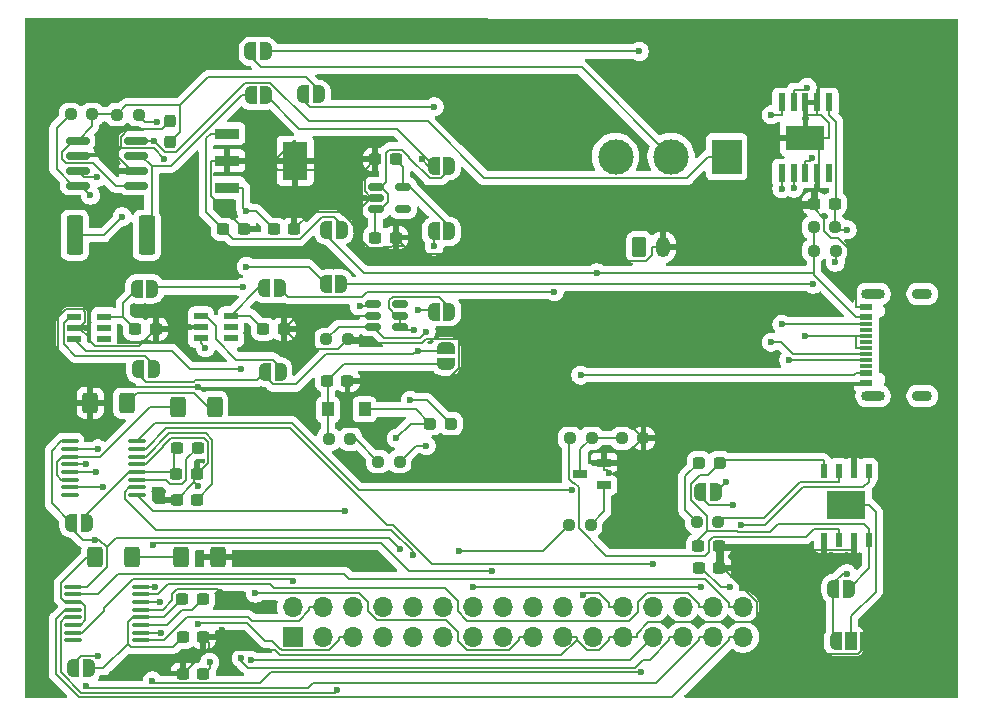
<source format=gbr>
%TF.GenerationSoftware,KiCad,Pcbnew,9.0.0*%
%TF.CreationDate,2025-04-09T21:38:28+02:00*%
%TF.ProjectId,ProLib_pcs_2025-03-23,50726f4c-6962-45f7-9063-735f32303235,rev?*%
%TF.SameCoordinates,Original*%
%TF.FileFunction,Copper,L1,Top*%
%TF.FilePolarity,Positive*%
%FSLAX46Y46*%
G04 Gerber Fmt 4.6, Leading zero omitted, Abs format (unit mm)*
G04 Created by KiCad (PCBNEW 9.0.0) date 2025-04-09 21:38:28*
%MOMM*%
%LPD*%
G01*
G04 APERTURE LIST*
G04 Aperture macros list*
%AMRoundRect*
0 Rectangle with rounded corners*
0 $1 Rounding radius*
0 $2 $3 $4 $5 $6 $7 $8 $9 X,Y pos of 4 corners*
0 Add a 4 corners polygon primitive as box body*
4,1,4,$2,$3,$4,$5,$6,$7,$8,$9,$2,$3,0*
0 Add four circle primitives for the rounded corners*
1,1,$1+$1,$2,$3*
1,1,$1+$1,$4,$5*
1,1,$1+$1,$6,$7*
1,1,$1+$1,$8,$9*
0 Add four rect primitives between the rounded corners*
20,1,$1+$1,$2,$3,$4,$5,0*
20,1,$1+$1,$4,$5,$6,$7,0*
20,1,$1+$1,$6,$7,$8,$9,0*
20,1,$1+$1,$8,$9,$2,$3,0*%
%AMFreePoly0*
4,1,23,0.500000,-0.750000,0.000000,-0.750000,0.000000,-0.745722,-0.065263,-0.745722,-0.191342,-0.711940,-0.304381,-0.646677,-0.396677,-0.554381,-0.461940,-0.441342,-0.495722,-0.315263,-0.495722,-0.250000,-0.500000,-0.250000,-0.500000,0.250000,-0.495722,0.250000,-0.495722,0.315263,-0.461940,0.441342,-0.396677,0.554381,-0.304381,0.646677,-0.191342,0.711940,-0.065263,0.745722,0.000000,0.745722,
0.000000,0.750000,0.500000,0.750000,0.500000,-0.750000,0.500000,-0.750000,$1*%
%AMFreePoly1*
4,1,23,0.000000,0.745722,0.065263,0.745722,0.191342,0.711940,0.304381,0.646677,0.396677,0.554381,0.461940,0.441342,0.495722,0.315263,0.495722,0.250000,0.500000,0.250000,0.500000,-0.250000,0.495722,-0.250000,0.495722,-0.315263,0.461940,-0.441342,0.396677,-0.554381,0.304381,-0.646677,0.191342,-0.711940,0.065263,-0.745722,0.000000,-0.745722,0.000000,-0.750000,-0.500000,-0.750000,
-0.500000,0.750000,0.000000,0.750000,0.000000,0.745722,0.000000,0.745722,$1*%
%AMFreePoly2*
4,1,23,0.550000,-0.750000,0.000000,-0.750000,0.000000,-0.745722,-0.065263,-0.745722,-0.191342,-0.711940,-0.304381,-0.646677,-0.396677,-0.554381,-0.461940,-0.441342,-0.495722,-0.315263,-0.495722,-0.250000,-0.500000,-0.250000,-0.500000,0.250000,-0.495722,0.250000,-0.495722,0.315263,-0.461940,0.441342,-0.396677,0.554381,-0.304381,0.646677,-0.191342,0.711940,-0.065263,0.745722,0.000000,0.745722,
0.000000,0.750000,0.550000,0.750000,0.550000,-0.750000,0.550000,-0.750000,$1*%
%AMFreePoly3*
4,1,23,0.000000,0.745722,0.065263,0.745722,0.191342,0.711940,0.304381,0.646677,0.396677,0.554381,0.461940,0.441342,0.495722,0.315263,0.495722,0.250000,0.500000,0.250000,0.500000,-0.250000,0.495722,-0.250000,0.495722,-0.315263,0.461940,-0.441342,0.396677,-0.554381,0.304381,-0.646677,0.191342,-0.711940,0.065263,-0.745722,0.000000,-0.745722,0.000000,-0.750000,-0.550000,-0.750000,
-0.550000,0.750000,0.000000,0.750000,0.000000,0.745722,0.000000,0.745722,$1*%
G04 Aperture macros list end*
%TA.AperFunction,SMDPad,CuDef*%
%ADD10RoundRect,0.150000X-0.825000X-0.150000X0.825000X-0.150000X0.825000X0.150000X-0.825000X0.150000X0*%
%TD*%
%TA.AperFunction,SMDPad,CuDef*%
%ADD11RoundRect,0.237500X-0.250000X-0.237500X0.250000X-0.237500X0.250000X0.237500X-0.250000X0.237500X0*%
%TD*%
%TA.AperFunction,SMDPad,CuDef*%
%ADD12RoundRect,0.237500X0.237500X-0.300000X0.237500X0.300000X-0.237500X0.300000X-0.237500X-0.300000X0*%
%TD*%
%TA.AperFunction,SMDPad,CuDef*%
%ADD13RoundRect,0.237500X-0.300000X-0.237500X0.300000X-0.237500X0.300000X0.237500X-0.300000X0.237500X0*%
%TD*%
%TA.AperFunction,SMDPad,CuDef*%
%ADD14FreePoly0,0.000000*%
%TD*%
%TA.AperFunction,SMDPad,CuDef*%
%ADD15FreePoly1,0.000000*%
%TD*%
%TA.AperFunction,SMDPad,CuDef*%
%ADD16RoundRect,0.150000X-0.512500X-0.150000X0.512500X-0.150000X0.512500X0.150000X-0.512500X0.150000X0*%
%TD*%
%TA.AperFunction,SMDPad,CuDef*%
%ADD17R,2.150000X0.950000*%
%TD*%
%TA.AperFunction,SMDPad,CuDef*%
%ADD18R,2.150000X3.250000*%
%TD*%
%TA.AperFunction,SMDPad,CuDef*%
%ADD19RoundRect,0.237500X0.287500X0.237500X-0.287500X0.237500X-0.287500X-0.237500X0.287500X-0.237500X0*%
%TD*%
%TA.AperFunction,ComponentPad*%
%ADD20RoundRect,0.250000X-0.350000X-0.625000X0.350000X-0.625000X0.350000X0.625000X-0.350000X0.625000X0*%
%TD*%
%TA.AperFunction,ComponentPad*%
%ADD21O,1.200000X1.750000*%
%TD*%
%TA.AperFunction,ComponentPad*%
%ADD22R,2.500000X3.000000*%
%TD*%
%TA.AperFunction,ComponentPad*%
%ADD23C,3.000000*%
%TD*%
%TA.AperFunction,SMDPad,CuDef*%
%ADD24RoundRect,0.250000X0.400000X0.625000X-0.400000X0.625000X-0.400000X-0.625000X0.400000X-0.625000X0*%
%TD*%
%TA.AperFunction,SMDPad,CuDef*%
%ADD25RoundRect,0.072500X-0.532500X-0.217500X0.532500X-0.217500X0.532500X0.217500X-0.532500X0.217500X0*%
%TD*%
%TA.AperFunction,SMDPad,CuDef*%
%ADD26RoundRect,0.237500X0.300000X0.237500X-0.300000X0.237500X-0.300000X-0.237500X0.300000X-0.237500X0*%
%TD*%
%TA.AperFunction,SMDPad,CuDef*%
%ADD27FreePoly0,90.000000*%
%TD*%
%TA.AperFunction,SMDPad,CuDef*%
%ADD28FreePoly1,90.000000*%
%TD*%
%TA.AperFunction,SMDPad,CuDef*%
%ADD29RoundRect,0.237500X-0.287500X-0.237500X0.287500X-0.237500X0.287500X0.237500X-0.287500X0.237500X0*%
%TD*%
%TA.AperFunction,SMDPad,CuDef*%
%ADD30R,0.600000X1.500000*%
%TD*%
%TA.AperFunction,SMDPad,CuDef*%
%ADD31R,3.300000X2.100000*%
%TD*%
%TA.AperFunction,SMDPad,CuDef*%
%ADD32RoundRect,0.250000X-0.400000X-0.625000X0.400000X-0.625000X0.400000X0.625000X-0.400000X0.625000X0*%
%TD*%
%TA.AperFunction,SMDPad,CuDef*%
%ADD33RoundRect,0.100000X-0.637500X-0.100000X0.637500X-0.100000X0.637500X0.100000X-0.637500X0.100000X0*%
%TD*%
%TA.AperFunction,SMDPad,CuDef*%
%ADD34R,1.250013X0.700000*%
%TD*%
%TA.AperFunction,SMDPad,CuDef*%
%ADD35FreePoly0,180.000000*%
%TD*%
%TA.AperFunction,SMDPad,CuDef*%
%ADD36FreePoly1,180.000000*%
%TD*%
%TA.AperFunction,ComponentPad*%
%ADD37R,1.700000X1.700000*%
%TD*%
%TA.AperFunction,ComponentPad*%
%ADD38O,1.700000X1.700000*%
%TD*%
%TA.AperFunction,SMDPad,CuDef*%
%ADD39R,1.140000X0.600000*%
%TD*%
%TA.AperFunction,SMDPad,CuDef*%
%ADD40R,1.140000X0.300000*%
%TD*%
%TA.AperFunction,ComponentPad*%
%ADD41O,2.000000X0.900000*%
%TD*%
%TA.AperFunction,ComponentPad*%
%ADD42O,1.700000X0.900000*%
%TD*%
%TA.AperFunction,SMDPad,CuDef*%
%ADD43R,1.000000X1.200000*%
%TD*%
%TA.AperFunction,SMDPad,CuDef*%
%ADD44FreePoly2,0.000000*%
%TD*%
%TA.AperFunction,SMDPad,CuDef*%
%ADD45R,1.000000X1.500000*%
%TD*%
%TA.AperFunction,SMDPad,CuDef*%
%ADD46FreePoly3,0.000000*%
%TD*%
%TA.AperFunction,SMDPad,CuDef*%
%ADD47RoundRect,0.237500X0.250000X0.237500X-0.250000X0.237500X-0.250000X-0.237500X0.250000X-0.237500X0*%
%TD*%
%TA.AperFunction,SMDPad,CuDef*%
%ADD48RoundRect,0.249999X-0.450001X-1.425001X0.450001X-1.425001X0.450001X1.425001X-0.450001X1.425001X0*%
%TD*%
%TA.AperFunction,SMDPad,CuDef*%
%ADD49R,0.600000X1.200000*%
%TD*%
%TA.AperFunction,SMDPad,CuDef*%
%ADD50R,3.300000X2.400000*%
%TD*%
%TA.AperFunction,ViaPad*%
%ADD51C,0.600000*%
%TD*%
%TA.AperFunction,ViaPad*%
%ADD52C,3.400000*%
%TD*%
%TA.AperFunction,Conductor*%
%ADD53C,0.200000*%
%TD*%
G04 APERTURE END LIST*
D10*
%TO.P,U9,1,A1*%
%TO.N,Net-(JP13-B)*%
X115454000Y-60835000D03*
%TO.P,U9,2,A0*%
%TO.N,GND*%
X115454000Y-62105000D03*
%TO.P,U9,3,SDA*%
%TO.N,/I2C1_SDA*%
X115454000Y-63375000D03*
%TO.P,U9,4,SCL*%
%TO.N,/I2C1_SCL*%
X115454000Y-64645000D03*
%TO.P,U9,5,VS*%
%TO.N,Net-(JP13-B)*%
X120404000Y-64645000D03*
%TO.P,U9,6,GND*%
%TO.N,GND*%
X120404000Y-63375000D03*
%TO.P,U9,7,IN-*%
%TO.N,Net-(JP11-A)*%
X120404000Y-62105000D03*
%TO.P,U9,8,IN+*%
%TO.N,Net-(U9-IN+)*%
X120404000Y-60835000D03*
%TD*%
D11*
%TO.P,R9,1*%
%TO.N,+9V*%
X177777500Y-68187000D03*
%TO.P,R9,2*%
%TO.N,+5V*%
X179602500Y-68187000D03*
%TD*%
D12*
%TO.P,C21,1*%
%TO.N,Net-(JP13-B)*%
X123296000Y-60922500D03*
%TO.P,C21,2*%
%TO.N,GND*%
X123296000Y-59197500D03*
%TD*%
D13*
%TO.P,C4,1*%
%TO.N,Net-(JP15-B)*%
X123878500Y-86839000D03*
%TO.P,C4,2*%
%TO.N,Net-(U7-VCP)*%
X125603500Y-86839000D03*
%TD*%
D14*
%TO.P,JP2,1,A*%
%TO.N,Net-(JP2-A)*%
X136492000Y-72990000D03*
D15*
%TO.P,JP2,2,B*%
%TO.N,+5V*%
X137792000Y-72990000D03*
%TD*%
D16*
%TO.P,U5,1,VIN*%
%TO.N,Net-(JP3-B)*%
X140746500Y-64741000D03*
%TO.P,U5,2,GND*%
%TO.N,GND*%
X140746500Y-65691000D03*
%TO.P,U5,3,EN*%
%TO.N,Net-(JP3-B)*%
X140746500Y-66641000D03*
%TO.P,U5,4,NC*%
%TO.N,unconnected-(U5-NC-Pad4)*%
X143021500Y-66641000D03*
%TO.P,U5,5,VOUT*%
%TO.N,Net-(JP4-A)*%
X143021500Y-64741000D03*
%TD*%
D13*
%TO.P,C17,1*%
%TO.N,Net-(JP2-A)*%
X132050500Y-68332000D03*
%TO.P,C17,2*%
%TO.N,GND*%
X133775500Y-68332000D03*
%TD*%
D17*
%TO.P,VR1,1,INPUT*%
%TO.N,Net-(JP1-B)*%
X128080000Y-60242000D03*
%TO.P,VR1,2,GND_2*%
%TO.N,GND*%
X128080000Y-62542000D03*
%TO.P,VR1,3,OUTPUT*%
%TO.N,Net-(JP2-A)*%
X128080000Y-64842000D03*
D18*
%TO.P,VR1,4,GND_4*%
%TO.N,GND*%
X133880000Y-62542000D03*
%TD*%
D13*
%TO.P,C16,1*%
%TO.N,Net-(JP1-B)*%
X127772500Y-68342000D03*
%TO.P,C16,2*%
%TO.N,GND*%
X129497500Y-68342000D03*
%TD*%
D14*
%TO.P,JP20,1,A*%
%TO.N,Net-(JP20-A)*%
X131262000Y-73347000D03*
D15*
%TO.P,JP20,2,B*%
%TO.N,/EXT_LOAD1_OUT*%
X132562000Y-73347000D03*
%TD*%
D13*
%TO.P,C2,1*%
%TO.N,Net-(JP14-B)*%
X124323500Y-99669000D03*
%TO.P,C2,2*%
%TO.N,Net-(U2-VCP)*%
X126048500Y-99669000D03*
%TD*%
%TO.P,C24,1*%
%TO.N,Net-(JP20-A)*%
X131179500Y-76794000D03*
%TO.P,C24,2*%
%TO.N,GND*%
X132904500Y-76794000D03*
%TD*%
D14*
%TO.P,JP11,1,A*%
%TO.N,Net-(JP11-A)*%
X130093000Y-56982000D03*
D15*
%TO.P,JP11,2,B*%
%TO.N,/LOAD*%
X131393000Y-56982000D03*
%TD*%
D16*
%TO.P,U6,1,SW*%
%TO.N,Net-(U13-A)*%
X140501500Y-74697500D03*
%TO.P,U6,2,GND*%
%TO.N,GND*%
X140501500Y-75647500D03*
%TO.P,U6,3,FB*%
%TO.N,Net-(U6-FB)*%
X140501500Y-76597500D03*
%TO.P,U6,4,EN*%
%TO.N,Net-(JP5-B)*%
X142776500Y-76597500D03*
%TO.P,U6,5,IN*%
X142776500Y-75647500D03*
%TO.P,U6,6,NC*%
%TO.N,unconnected-(U6-NC-Pad6)*%
X142776500Y-74697500D03*
%TD*%
D14*
%TO.P,JP13,1,A*%
%TO.N,/3V3_Out *%
X134574000Y-56929000D03*
D15*
%TO.P,JP13,2,B*%
%TO.N,Net-(JP13-B)*%
X135874000Y-56929000D03*
%TD*%
D14*
%TO.P,JP10,1,A*%
%TO.N,Net-(JP10-A)*%
X120484000Y-73382000D03*
D15*
%TO.P,JP10,2,B*%
%TO.N,/EXT_LOAD2_OUT*%
X121784000Y-73382000D03*
%TD*%
D19*
%TO.P,L1,1,1*%
%TO.N,Net-(JP5-B)*%
X147047000Y-84819000D03*
%TO.P,L1,2,2*%
%TO.N,Net-(U13-A)*%
X145297000Y-84819000D03*
%TD*%
D11*
%TO.P,R13,1*%
%TO.N,/FAST_CHRG_CTRL*%
X157071500Y-93356000D03*
%TO.P,R13,2*%
%TO.N,Net-(U12-B)*%
X158896500Y-93356000D03*
%TD*%
D13*
%TO.P,C6,1*%
%TO.N,GND*%
X123845500Y-91236000D03*
%TO.P,C6,2*%
%TO.N,Net-(U7-VINT)*%
X125570500Y-91236000D03*
%TD*%
D14*
%TO.P,JP5,1,A*%
%TO.N,/LOAD*%
X145626000Y-75316000D03*
D15*
%TO.P,JP5,2,B*%
%TO.N,Net-(JP5-B)*%
X146926000Y-75316000D03*
%TD*%
D20*
%TO.P,J3,1,Pin_1*%
%TO.N,/Battery*%
X163007000Y-69844000D03*
D21*
%TO.P,J3,2,Pin_2*%
%TO.N,GND*%
X165007000Y-69844000D03*
%TD*%
D11*
%TO.P,R11,1*%
%TO.N,Net-(U12-C)*%
X161533500Y-86044000D03*
%TO.P,R11,2*%
%TO.N,GND*%
X163358500Y-86044000D03*
%TD*%
%TO.P,R4,1*%
%TO.N,Net-(R3-Pad2)*%
X140896500Y-88011000D03*
%TO.P,R4,2*%
%TO.N,Net-(U6-FB)*%
X142721500Y-88011000D03*
%TD*%
D13*
%TO.P,C3,1*%
%TO.N,Net-(JP15-B)*%
X123803500Y-89099000D03*
%TO.P,C3,2*%
%TO.N,GND*%
X125528500Y-89099000D03*
%TD*%
D22*
%TO.P,U1,1,1*%
%TO.N,Net-(U9-IN+)*%
X170393025Y-62189000D03*
D23*
%TO.P,U1,2,2*%
%TO.N,Net-(JP12-A)*%
X165693000Y-62189000D03*
%TO.P,U1,3,3*%
%TO.N,unconnected-(U1-Pad3)*%
X160992975Y-62189000D03*
%TD*%
D24*
%TO.P,R2,1*%
%TO.N,Net-(R16-Pad2)*%
X119617000Y-83043000D03*
%TO.P,R2,2*%
%TO.N,GND*%
X116517000Y-83043000D03*
%TD*%
D14*
%TO.P,JP12,1,A*%
%TO.N,Net-(JP12-A)*%
X130085000Y-53286000D03*
D15*
%TO.P,JP12,2,B*%
%TO.N,/Battery*%
X131385000Y-53286000D03*
%TD*%
D11*
%TO.P,R12,1*%
%TO.N,Net-(D3-K)*%
X167885500Y-93112000D03*
%TO.P,R12,2*%
%TO.N,Net-(U11-CHRG#)*%
X169710500Y-93112000D03*
%TD*%
D25*
%TO.P,U10,1,VIN*%
%TO.N,Net-(JP19-B)*%
X125897000Y-75668000D03*
%TO.P,U10,2,GND*%
%TO.N,GND*%
X125897000Y-76618000D03*
%TO.P,U10,3,EN/UVLO*%
%TO.N,/CTRL_EXT_LOAD1*%
X125897000Y-77568000D03*
%TO.P,U10,4,CT*%
%TO.N,unconnected-(U10-CT-Pad4)*%
X128407000Y-77568000D03*
%TO.P,U10,5,QOD*%
%TO.N,unconnected-(U10-QOD-Pad5)*%
X128407000Y-76618000D03*
%TO.P,U10,6,VOUT*%
%TO.N,Net-(JP20-A)*%
X128407000Y-75668000D03*
%TD*%
D13*
%TO.P,C10,1*%
%TO.N,Net-(JP10-A)*%
X120344500Y-76794000D03*
%TO.P,C10,2*%
%TO.N,GND*%
X122069500Y-76794000D03*
%TD*%
D26*
%TO.P,C15,1*%
%TO.N,+5V*%
X179536500Y-66174000D03*
%TO.P,C15,2*%
%TO.N,GND*%
X177811500Y-66174000D03*
%TD*%
D11*
%TO.P,R14,1*%
%TO.N,Net-(U6-FB)*%
X136503500Y-77674000D03*
%TO.P,R14,2*%
%TO.N,GND*%
X138328500Y-77674000D03*
%TD*%
D14*
%TO.P,JP3,1,A*%
%TO.N,/LOAD*%
X145591000Y-62950000D03*
D15*
%TO.P,JP3,2,B*%
%TO.N,Net-(JP3-B)*%
X146891000Y-62950000D03*
%TD*%
D11*
%TO.P,R7,1*%
%TO.N,Net-(JP13-B)*%
X118784500Y-58651000D03*
%TO.P,R7,2*%
%TO.N,/I2C1_SDA*%
X120609500Y-58651000D03*
%TD*%
%TO.P,R3,1*%
%TO.N,Net-(JP6-A)*%
X136714500Y-86117000D03*
%TO.P,R3,2*%
%TO.N,Net-(R3-Pad2)*%
X138539500Y-86117000D03*
%TD*%
D27*
%TO.P,JP6,1,A*%
%TO.N,Net-(JP6-A)*%
X146641000Y-79730000D03*
D28*
%TO.P,JP6,2,B*%
%TO.N,/5V_OUT*%
X146641000Y-78430000D03*
%TD*%
D14*
%TO.P,JP17,1,A*%
%TO.N,Net-(JP17-A)*%
X168167000Y-90575000D03*
D15*
%TO.P,JP17,2,B*%
%TO.N,/Battery*%
X169467000Y-90575000D03*
%TD*%
D14*
%TO.P,JP15,1,A*%
%TO.N,/LOAD*%
X114917000Y-93197000D03*
D15*
%TO.P,JP15,2,B*%
%TO.N,Net-(JP15-B)*%
X116217000Y-93197000D03*
%TD*%
D29*
%TO.P,D3,1,K*%
%TO.N,Net-(D3-K)*%
X168059000Y-88094000D03*
%TO.P,D3,2,A*%
%TO.N,Net-(D3-A)*%
X169809000Y-88094000D03*
%TD*%
D30*
%TO.P,U8,1,VDD*%
%TO.N,+5V*%
X179075924Y-57610873D03*
%TO.P,U8,2,CFG2*%
%TO.N,GND*%
X178075924Y-57610873D03*
%TO.P,U8,3,CFG3*%
X177075924Y-57610873D03*
%TO.P,U8,4,DP*%
%TO.N,/DP*%
X176075924Y-57610873D03*
%TO.P,U8,5,DM*%
%TO.N,/DM*%
X175075924Y-57610873D03*
%TO.P,U8,6,CC2*%
%TO.N,Net-(J1-CC2)*%
X175075924Y-63610873D03*
%TO.P,U8,7,CC1*%
%TO.N,Net-(J1-CC1)*%
X176075924Y-63611127D03*
%TO.P,U8,8,VBUS*%
%TO.N,Net-(U8-VBUS)*%
X177075924Y-63611127D03*
%TO.P,U8,9,CFG1*%
%TO.N,GND*%
X178075924Y-63611127D03*
%TO.P,U8,10,PG*%
%TO.N,unconnected-(U8-PG-Pad10)*%
X179075924Y-63610873D03*
D31*
%TO.P,U8,11,GND*%
%TO.N,GND*%
X177075924Y-60611127D03*
%TD*%
D26*
%TO.P,C11,1*%
%TO.N,GND*%
X142391500Y-69043000D03*
%TO.P,C11,2*%
%TO.N,Net-(JP3-B)*%
X140666500Y-69043000D03*
%TD*%
D14*
%TO.P,JP1,1,A*%
%TO.N,+9V*%
X136506000Y-68385000D03*
D15*
%TO.P,JP1,2,B*%
%TO.N,Net-(JP1-B)*%
X137806000Y-68385000D03*
%TD*%
D32*
%TO.P,R1,1*%
%TO.N,Net-(R1-Pad1)*%
X124237000Y-96099000D03*
%TO.P,R1,2*%
%TO.N,GND*%
X127337000Y-96099000D03*
%TD*%
D11*
%TO.P,R10,1*%
%TO.N,/Rprog*%
X157139500Y-86026000D03*
%TO.P,R10,2*%
%TO.N,Net-(U12-C)*%
X158964500Y-86026000D03*
%TD*%
D33*
%TO.P,U2,1,~{SLEEP}*%
%TO.N,/LOAD*%
X115063000Y-98594000D03*
%TO.P,U2,2,AOUT1*%
%TO.N,/M1_OUT_1*%
X115063000Y-99244000D03*
%TO.P,U2,3,AISEN*%
%TO.N,Net-(U2-AISEN)*%
X115063000Y-99894000D03*
%TO.P,U2,4,AOUT2*%
%TO.N,/M1_OUT_2*%
X115063000Y-100544000D03*
%TO.P,U2,5,BOUT2*%
%TO.N,/M2_OUT_2*%
X115063000Y-101194000D03*
%TO.P,U2,6,BISEN*%
%TO.N,Net-(U2-AISEN)*%
X115063000Y-101844000D03*
%TO.P,U2,7,BOUT1*%
%TO.N,/M2_OUT_1*%
X115063000Y-102494000D03*
%TO.P,U2,8,~{FAULT}*%
%TO.N,unconnected-(U2-~{FAULT}-Pad8)*%
X115063000Y-103144000D03*
%TO.P,U2,9,BIN1*%
%TO.N,/M2_CNTRL_1*%
X120788000Y-103144000D03*
%TO.P,U2,10,BIN2*%
%TO.N,/M2_CNTRL_2*%
X120788000Y-102494000D03*
%TO.P,U2,11,VCP*%
%TO.N,Net-(U2-VCP)*%
X120788000Y-101844000D03*
%TO.P,U2,12,VM*%
%TO.N,Net-(JP14-B)*%
X120788000Y-101194000D03*
%TO.P,U2,13,GND*%
%TO.N,GND*%
X120788000Y-100544000D03*
%TO.P,U2,14,VINT*%
%TO.N,Net-(U2-VINT)*%
X120788000Y-99894000D03*
%TO.P,U2,15,AIN2*%
%TO.N,/M1_CNTRL_2*%
X120788000Y-99244000D03*
%TO.P,U2,16,AIN1*%
%TO.N,/M1_CNTRL_1*%
X120788000Y-98594000D03*
%TD*%
D34*
%TO.P,U12,1,B*%
%TO.N,Net-(U12-B)*%
X160021000Y-90003962D03*
%TO.P,U12,2,E*%
%TO.N,GND*%
X160021000Y-88104038D03*
%TO.P,U12,3,C*%
%TO.N,Net-(U12-C)*%
X158021000Y-89054000D03*
%TD*%
D13*
%TO.P,C22,1*%
%TO.N,Net-(JP14-B)*%
X124367500Y-102876000D03*
%TO.P,C22,2*%
%TO.N,GND*%
X126092500Y-102876000D03*
%TD*%
%TO.P,C1,1*%
%TO.N,GND*%
X124367500Y-105994000D03*
%TO.P,C1,2*%
%TO.N,Net-(U2-VINT)*%
X126092500Y-105994000D03*
%TD*%
D32*
%TO.P,R15,1*%
%TO.N,Net-(U2-AISEN)*%
X116930000Y-96099000D03*
%TO.P,R15,2*%
%TO.N,Net-(R1-Pad1)*%
X120030000Y-96099000D03*
%TD*%
D11*
%TO.P,R8,1*%
%TO.N,+9V*%
X177794500Y-70151000D03*
%TO.P,R8,2*%
%TO.N,Net-(U8-VBUS)*%
X179619500Y-70151000D03*
%TD*%
D35*
%TO.P,JP4,1,A*%
%TO.N,Net-(JP4-A)*%
X146886000Y-68524000D03*
D36*
%TO.P,JP4,2,B*%
%TO.N,/3V3_Out *%
X145586000Y-68524000D03*
%TD*%
D37*
%TO.P,J2,1,Pin_1*%
%TO.N,/M2_OUT_2*%
X133690000Y-102850000D03*
D38*
%TO.P,J2,2,Pin_2*%
%TO.N,/M2_OUT_1*%
X133690000Y-100310000D03*
%TO.P,J2,3,Pin_3*%
%TO.N,/M4_OUT_1*%
X136230000Y-102850000D03*
%TO.P,J2,4,Pin_4*%
%TO.N,/M2_CNTRL_1*%
X136230000Y-100310000D03*
%TO.P,J2,5,Pin_5*%
%TO.N,/M4_OUT_2*%
X138770000Y-102850000D03*
%TO.P,J2,6,Pin_6*%
%TO.N,/M2_CNTRL_2*%
X138770000Y-100310000D03*
%TO.P,J2,7,Pin_7*%
%TO.N,/CTRL_EXT_LOAD2*%
X141310000Y-102850000D03*
%TO.P,J2,8,Pin_8*%
%TO.N,/M4_CNTRL_1*%
X141310000Y-100310000D03*
%TO.P,J2,9,Pin_9*%
%TO.N,unconnected-(J2-Pin_9-Pad9)*%
X143850000Y-102850000D03*
%TO.P,J2,10,Pin_10*%
%TO.N,/M4_CNTRL_2*%
X143850000Y-100310000D03*
%TO.P,J2,11,Pin_11*%
%TO.N,/EXT_LOAD2_OUT*%
X146390000Y-102850000D03*
%TO.P,J2,12,Pin_12*%
%TO.N,unconnected-(J2-Pin_12-Pad12)*%
X146390000Y-100310000D03*
%TO.P,J2,13,Pin_13*%
%TO.N,/FAST_CHRG_CTRL*%
X148930000Y-102850000D03*
%TO.P,J2,14,Pin_14*%
%TO.N,/Battery*%
X148930000Y-100310000D03*
%TO.P,J2,15,Pin_15*%
%TO.N,unconnected-(J2-Pin_15-Pad15)*%
X151470000Y-102850000D03*
%TO.P,J2,16,Pin_16*%
%TO.N,/I2C1_SCL*%
X151470000Y-100310000D03*
%TO.P,J2,17,Pin_17*%
%TO.N,/I2C1_SDA*%
X154010000Y-102850000D03*
%TO.P,J2,18,Pin_18*%
%TO.N,/3V3_Out *%
X154010000Y-100310000D03*
%TO.P,J2,19,Pin_19*%
%TO.N,GND*%
X156550000Y-102850000D03*
%TO.P,J2,20,Pin_20*%
%TO.N,/5V_OUT*%
X156550000Y-100310000D03*
%TO.P,J2,21,Pin_21*%
%TO.N,/EXT_LOAD1_OUT*%
X159090000Y-102850000D03*
%TO.P,J2,22,Pin_22*%
%TO.N,+9V*%
X159090000Y-100310000D03*
%TO.P,J2,23,Pin_23*%
%TO.N,GND*%
X161630000Y-102850000D03*
%TO.P,J2,24,Pin_24*%
%TO.N,/M3_CNTRL_1*%
X161630000Y-100310000D03*
%TO.P,J2,25,Pin_25*%
%TO.N,/CTRL_EXT_LOAD1*%
X164170000Y-102850000D03*
%TO.P,J2,26,Pin_26*%
%TO.N,/M3_CNTRL_2*%
X164170000Y-100310000D03*
%TO.P,J2,27,Pin_27*%
%TO.N,/M3_OUT_1*%
X166710000Y-102850000D03*
%TO.P,J2,28,Pin_28*%
%TO.N,/M1_CNTRL_1*%
X166710000Y-100310000D03*
%TO.P,J2,29,Pin_29*%
%TO.N,/M3_OUT_2*%
X169250000Y-102850000D03*
%TO.P,J2,30,Pin_30*%
%TO.N,/M1_CNTRL_2*%
X169250000Y-100310000D03*
%TO.P,J2,31,Pin_31*%
%TO.N,/M1_OUT_2*%
X171790000Y-102850000D03*
%TO.P,J2,32,Pin_32*%
%TO.N,/M1_OUT_1*%
X171790000Y-100310000D03*
%TD*%
D13*
%TO.P,C18,1*%
%TO.N,Net-(D3-A)*%
X168011500Y-95169000D03*
%TO.P,C18,2*%
%TO.N,GND*%
X169736500Y-95169000D03*
%TD*%
D14*
%TO.P,JP19,1,A*%
%TO.N,/5V_OUT*%
X131338000Y-80428000D03*
D15*
%TO.P,JP19,2,B*%
%TO.N,Net-(JP19-B)*%
X132638000Y-80428000D03*
%TD*%
D39*
%TO.P,J1,A1_B12,GND*%
%TO.N,GND*%
X182220000Y-81346000D03*
%TO.P,J1,A4_B9,VBUS*%
%TO.N,+9V*%
X182220000Y-80546000D03*
D40*
%TO.P,J1,A5,CC1*%
%TO.N,Net-(J1-CC1)*%
X182220000Y-79396000D03*
%TO.P,J1,A6,DP1*%
%TO.N,/DP*%
X182220000Y-78396000D03*
%TO.P,J1,A7,DN1*%
%TO.N,/DM*%
X182220000Y-77896000D03*
%TO.P,J1,A8,SBU1*%
%TO.N,unconnected-(J1-SBU1-PadA8)*%
X182220000Y-76896000D03*
D39*
%TO.P,J1,B1_A12,GND*%
%TO.N,GND*%
X182220000Y-74946000D03*
%TO.P,J1,B4_A9,VBUS*%
%TO.N,+9V*%
X182220000Y-75746000D03*
D40*
%TO.P,J1,B5,CC2*%
%TO.N,Net-(J1-CC2)*%
X182220000Y-76396000D03*
%TO.P,J1,B6,DP2*%
%TO.N,/DP*%
X182220000Y-77396000D03*
%TO.P,J1,B7,DN2*%
%TO.N,/DM*%
X182220000Y-78896000D03*
%TO.P,J1,B8,SBU2*%
%TO.N,unconnected-(J1-SBU2-PadB8)*%
X182220000Y-79896000D03*
D41*
%TO.P,J1,S1,SHIELD*%
%TO.N,unconnected-(J1-SHIELD-PadS1)_1*%
X182800000Y-82471000D03*
%TO.P,J1,S2,SHIELD*%
%TO.N,unconnected-(J1-SHIELD-PadS1)*%
X182800000Y-73821000D03*
D42*
%TO.P,J1,S3,SHIELD*%
%TO.N,unconnected-(J1-SHIELD-PadS1)_2*%
X186970000Y-82471000D03*
%TO.P,J1,S4,SHIELD*%
%TO.N,unconnected-(J1-SHIELD-PadS1)_3*%
X186970000Y-73821000D03*
%TD*%
D32*
%TO.P,R16,1*%
%TO.N,Net-(U7-AISEN)*%
X123949000Y-83374000D03*
%TO.P,R16,2*%
%TO.N,Net-(R16-Pad2)*%
X127049000Y-83374000D03*
%TD*%
D14*
%TO.P,JP14,1,A*%
%TO.N,/LOAD*%
X115083000Y-105510000D03*
D15*
%TO.P,JP14,2,B*%
%TO.N,Net-(JP14-B)*%
X116383000Y-105510000D03*
%TD*%
D43*
%TO.P,U13,1,C*%
%TO.N,Net-(JP6-A)*%
X136648089Y-83603000D03*
%TO.P,U13,2,A*%
%TO.N,Net-(U13-A)*%
X139747911Y-83603000D03*
%TD*%
D25*
%TO.P,U4,1,VIN*%
%TO.N,Net-(JP9-B)*%
X115176000Y-75732000D03*
%TO.P,U4,2,GND*%
%TO.N,GND*%
X115176000Y-76682000D03*
%TO.P,U4,3,EN/UVLO*%
%TO.N,/CTRL_EXT_LOAD2*%
X115176000Y-77632000D03*
%TO.P,U4,4,CT*%
%TO.N,unconnected-(U4-CT-Pad4)*%
X117686000Y-77632000D03*
%TO.P,U4,5,QOD*%
%TO.N,unconnected-(U4-QOD-Pad5)*%
X117686000Y-76682000D03*
%TO.P,U4,6,VOUT*%
%TO.N,Net-(JP10-A)*%
X117686000Y-75732000D03*
%TD*%
D14*
%TO.P,JP16,1,A*%
%TO.N,+5V*%
X179429000Y-98761000D03*
D15*
%TO.P,JP16,2,B*%
%TO.N,Net-(D3-A)*%
X180729000Y-98761000D03*
%TD*%
D44*
%TO.P,JP18,1,A*%
%TO.N,+5V*%
X179632000Y-103219000D03*
D45*
%TO.P,JP18,2,C*%
%TO.N,Net-(JP18-C)*%
X180932000Y-103219000D03*
D46*
%TO.P,JP18,3,B*%
%TO.N,GND*%
X182232000Y-103219000D03*
%TD*%
D13*
%TO.P,C19,1*%
%TO.N,Net-(JP17-A)*%
X168049500Y-96998000D03*
%TO.P,C19,2*%
%TO.N,GND*%
X169774500Y-96998000D03*
%TD*%
D47*
%TO.P,R6,1*%
%TO.N,Net-(JP13-B)*%
X116680500Y-58619000D03*
%TO.P,R6,2*%
%TO.N,/I2C1_SCL*%
X114855500Y-58619000D03*
%TD*%
D26*
%TO.P,C12,1*%
%TO.N,Net-(JP4-A)*%
X142391500Y-62415000D03*
%TO.P,C12,2*%
%TO.N,GND*%
X140666500Y-62415000D03*
%TD*%
D48*
%TO.P,R5,1*%
%TO.N,Net-(U9-IN+)*%
X115205000Y-68851000D03*
%TO.P,R5,2*%
%TO.N,Net-(JP11-A)*%
X121305000Y-68851000D03*
%TD*%
D49*
%TO.P,U11,1,TEMP*%
%TO.N,GND*%
X178615996Y-94629306D03*
%TO.P,U11,2,PROG*%
%TO.N,/Rprog*%
X179885999Y-94629306D03*
%TO.P,U11,3,GND*%
%TO.N,GND*%
X181156001Y-94629306D03*
%TO.P,U11,4,VCC*%
%TO.N,Net-(D3-A)*%
X182426004Y-94629306D03*
%TO.P,U11,5,BAT*%
%TO.N,Net-(JP17-A)*%
X182426004Y-88812694D03*
%TO.P,U11,6,STDBY#*%
%TO.N,GND*%
X181156001Y-88812694D03*
%TO.P,U11,7,CHRG#*%
%TO.N,Net-(U11-CHRG#)*%
X179885999Y-88812694D03*
%TO.P,U11,8,CE*%
%TO.N,Net-(D3-A)*%
X178615996Y-88812694D03*
D50*
%TO.P,U11,9,EP*%
%TO.N,Net-(JP18-C)*%
X180521000Y-91721000D03*
%TD*%
D33*
%TO.P,U7,1,~{SLEEP}*%
%TO.N,/LOAD*%
X114769000Y-86291000D03*
%TO.P,U7,2,AOUT1*%
%TO.N,/M3_OUT_1*%
X114769000Y-86941000D03*
%TO.P,U7,3,AISEN*%
%TO.N,Net-(U7-AISEN)*%
X114769000Y-87591000D03*
%TO.P,U7,4,AOUT2*%
%TO.N,/M3_OUT_2*%
X114769000Y-88241000D03*
%TO.P,U7,5,BOUT2*%
%TO.N,/M4_OUT_2*%
X114769000Y-88891000D03*
%TO.P,U7,6,BISEN*%
%TO.N,Net-(U7-AISEN)*%
X114769000Y-89541000D03*
%TO.P,U7,7,BOUT1*%
%TO.N,/M4_OUT_1*%
X114769000Y-90191000D03*
%TO.P,U7,8,~{FAULT}*%
%TO.N,unconnected-(U7-~{FAULT}-Pad8)*%
X114769000Y-90841000D03*
%TO.P,U7,9,BIN1*%
%TO.N,/M4_CNTRL_1*%
X120494000Y-90841000D03*
%TO.P,U7,10,BIN2*%
%TO.N,/M4_CNTRL_2*%
X120494000Y-90191000D03*
%TO.P,U7,11,VCP*%
%TO.N,Net-(U7-VCP)*%
X120494000Y-89541000D03*
%TO.P,U7,12,VM*%
%TO.N,Net-(JP15-B)*%
X120494000Y-88891000D03*
%TO.P,U7,13,GND*%
%TO.N,GND*%
X120494000Y-88241000D03*
%TO.P,U7,14,VINT*%
%TO.N,Net-(U7-VINT)*%
X120494000Y-87591000D03*
%TO.P,U7,15,AIN2*%
%TO.N,/M3_CNTRL_2*%
X120494000Y-86941000D03*
%TO.P,U7,16,AIN1*%
%TO.N,/M3_CNTRL_1*%
X120494000Y-86291000D03*
%TD*%
D13*
%TO.P,C13,1*%
%TO.N,Net-(JP6-A)*%
X136573500Y-81165000D03*
%TO.P,C13,2*%
%TO.N,GND*%
X138298500Y-81165000D03*
%TD*%
D14*
%TO.P,JP9,1,A*%
%TO.N,/5V_OUT*%
X120586000Y-80161000D03*
D15*
%TO.P,JP9,2,B*%
%TO.N,Net-(JP9-B)*%
X121886000Y-80161000D03*
%TD*%
D51*
%TO.N,Net-(U9-IN+)*%
X119221100Y-67283000D03*
X121907700Y-60836600D03*
%TO.N,Net-(U8-VBUS)*%
X177651900Y-62335700D03*
X179597300Y-71134900D03*
%TO.N,Net-(U6-FB)*%
X144972300Y-77000100D03*
X144972300Y-86667700D03*
%TO.N,Net-(U13-A)*%
X142433500Y-86040600D03*
X139323400Y-74857200D03*
%TO.N,/LOAD*%
X144573400Y-62426500D03*
X144282800Y-75219600D03*
X142734300Y-95395000D03*
X116937600Y-94633300D03*
X117170800Y-104456100D03*
%TO.N,/M4_CNTRL_1*%
X138102800Y-92221600D03*
%TO.N,/5V_OUT*%
X144299600Y-78627500D03*
%TO.N,/I2C1_SCL*%
X150533100Y-97289200D03*
X121848700Y-95118100D03*
X116537100Y-65467400D03*
%TO.N,/Battery*%
X170319900Y-89722100D03*
X163007000Y-53286000D03*
X148930000Y-98663200D03*
X168208600Y-98663200D03*
%TO.N,/M4_OUT_2*%
X125631200Y-101798500D03*
X117020700Y-88891000D03*
%TO.N,/EXT_LOAD2_OUT*%
X129431700Y-73269000D03*
%TO.N,/M4_CNTRL_2*%
X143828800Y-95915000D03*
%TO.N,/M1_CNTRL_1*%
X163167100Y-105868300D03*
X121785900Y-106579600D03*
X122032700Y-98592300D03*
%TO.N,/M3_OUT_2*%
X116118500Y-106972900D03*
X116118500Y-88241000D03*
%TO.N,/FAST_CHRG_CTRL*%
X147725400Y-95587000D03*
%TO.N,/M2_OUT_2*%
X137445300Y-107382700D03*
%TO.N,/M2_OUT_1*%
X133690000Y-98154000D03*
%TO.N,/CTRL_EXT_LOAD1*%
X130128400Y-104818900D03*
X126276900Y-78368600D03*
%TO.N,/M3_CNTRL_2*%
X164170000Y-96687500D03*
%TO.N,/M3_CNTRL_1*%
X158210000Y-99268400D03*
X157268300Y-90442900D03*
%TO.N,/3V3_Out *%
X145645000Y-69782700D03*
X145645000Y-57980700D03*
%TO.N,/M3_OUT_1*%
X129318400Y-104661500D03*
X117169300Y-86941000D03*
%TO.N,/M2_CNTRL_2*%
X122492600Y-102494000D03*
%TO.N,/M4_OUT_1*%
X117636100Y-90191000D03*
%TO.N,/EXT_LOAD1_OUT*%
X155812100Y-73635900D03*
%TO.N,/CTRL_EXT_LOAD2*%
X129308300Y-80182900D03*
%TO.N,/I2C1_SDA*%
X130504600Y-99158300D03*
X122139800Y-59220100D03*
X117126700Y-63950800D03*
%TO.N,Net-(J1-CC1)*%
X176075900Y-64869600D03*
X175664600Y-79407500D03*
%TO.N,/DP*%
X177050200Y-77396000D03*
X177227800Y-56346700D03*
%TO.N,/DM*%
X174173000Y-58662600D03*
X174173000Y-77896000D03*
%TO.N,Net-(J1-CC2)*%
X175075900Y-76396000D03*
X175075900Y-64897100D03*
%TO.N,+9V*%
X158047900Y-80695800D03*
X159396400Y-72018200D03*
%TO.N,Net-(JP17-A)*%
X170681700Y-98666400D03*
X170942500Y-91654800D03*
X171594900Y-93405000D03*
%TO.N,Net-(JP2-A)*%
X129749400Y-66804100D03*
X129749400Y-71503200D03*
%TO.N,+5V*%
X180603200Y-97506500D03*
X180603200Y-68382100D03*
X177719800Y-72990000D03*
%TO.N,Net-(JP5-B)*%
X143624500Y-82831700D03*
X143955400Y-76905200D03*
%TO.N,Net-(U2-VINT)*%
X126631100Y-104988700D03*
X122440500Y-99894000D03*
%TO.N,GND*%
X160478300Y-88980400D03*
X125629200Y-95931100D03*
X125629200Y-90100600D03*
X127646700Y-102263800D03*
X125675200Y-81713700D03*
X122784500Y-62370800D03*
X127472700Y-99049200D03*
D52*
X153070000Y-67500000D03*
X153070000Y-77500000D03*
X153070000Y-57500000D03*
%TD*%
D53*
%TO.N,Net-(U9-IN+)*%
X170393000Y-62189000D02*
X168841300Y-62189000D01*
X117653100Y-68851000D02*
X119221100Y-67283000D01*
X115205000Y-68851000D02*
X117653100Y-68851000D01*
X121906100Y-60835000D02*
X121907700Y-60836600D01*
X120404000Y-60835000D02*
X121906100Y-60835000D01*
X122839700Y-61768600D02*
X121907700Y-60836600D01*
X123762700Y-61768600D02*
X122839700Y-61768600D01*
X129608200Y-55923100D02*
X123762700Y-61768600D01*
X131722600Y-55923100D02*
X129608200Y-55923100D01*
X135016000Y-59216500D02*
X131722600Y-55923100D01*
X145092000Y-59216500D02*
X135016000Y-59216500D01*
X149874800Y-63999300D02*
X145092000Y-59216500D01*
X167031000Y-63999300D02*
X149874800Y-63999300D01*
X168841300Y-62189000D02*
X167031000Y-63999300D01*
%TO.N,Net-(JP12-A)*%
X130085000Y-53704200D02*
X130085000Y-53286000D01*
X131003200Y-54622400D02*
X130085000Y-53704200D01*
X158126400Y-54622400D02*
X131003200Y-54622400D01*
X165693000Y-62189000D02*
X158126400Y-54622400D01*
%TO.N,Net-(U7-AISEN)*%
X114107200Y-87591000D02*
X114769000Y-87591000D01*
X113685000Y-88013200D02*
X114107200Y-87591000D01*
X113685000Y-89188400D02*
X113685000Y-88013200D01*
X114037600Y-89541000D02*
X113685000Y-89188400D01*
X114769000Y-89541000D02*
X114037600Y-89541000D01*
X121587200Y-83374000D02*
X123949000Y-83374000D01*
X117370200Y-87591000D02*
X121587200Y-83374000D01*
X114769000Y-87591000D02*
X117370200Y-87591000D01*
%TO.N,Net-(U2-AISEN)*%
X115768200Y-99894000D02*
X115063000Y-99894000D01*
X116110900Y-100236700D02*
X115768200Y-99894000D01*
X116110900Y-101452300D02*
X116110900Y-100236700D01*
X115719200Y-101844000D02*
X116110900Y-101452300D01*
X115063000Y-101844000D02*
X115719200Y-101844000D01*
X114380100Y-99894000D02*
X115063000Y-99894000D01*
X114022400Y-99536300D02*
X114380100Y-99894000D01*
X114022400Y-98287700D02*
X114022400Y-99536300D01*
X116211100Y-96099000D02*
X114022400Y-98287700D01*
X116930000Y-96099000D02*
X116211100Y-96099000D01*
%TO.N,Net-(U12-B)*%
X160021000Y-92231500D02*
X160021000Y-90004000D01*
X158896500Y-93356000D02*
X160021000Y-92231500D01*
%TO.N,Net-(U11-CHRG#)*%
X179886000Y-88812700D02*
X179886000Y-89714400D01*
X170019200Y-92803300D02*
X169710500Y-93112000D01*
X173527800Y-92803300D02*
X170019200Y-92803300D01*
X176616700Y-89714400D02*
X173527800Y-92803300D01*
X179886000Y-89714400D02*
X176616700Y-89714400D01*
%TO.N,Net-(U12-C)*%
X158021000Y-86969500D02*
X158964500Y-86026000D01*
X158021000Y-89054000D02*
X158021000Y-86969500D01*
X161515500Y-86026000D02*
X161533500Y-86044000D01*
X158964500Y-86026000D02*
X161515500Y-86026000D01*
%TO.N,/Rprog*%
X179886000Y-94629300D02*
X179886000Y-93727600D01*
X177764300Y-93727600D02*
X179886000Y-93727600D01*
X177083500Y-94408400D02*
X177764300Y-93727600D01*
X171179500Y-94408400D02*
X177083500Y-94408400D01*
X171162500Y-94391400D02*
X171179500Y-94408400D01*
X169212700Y-94391400D02*
X171162500Y-94391400D01*
X168874000Y-94730100D02*
X169212700Y-94391400D01*
X168874000Y-95678700D02*
X168874000Y-94730100D01*
X168565500Y-95987200D02*
X168874000Y-95678700D01*
X160212100Y-95987200D02*
X168565500Y-95987200D01*
X157870000Y-93645100D02*
X160212100Y-95987200D01*
X157870000Y-90193700D02*
X157870000Y-93645100D01*
X157517500Y-89841200D02*
X157870000Y-90193700D01*
X157376500Y-89841200D02*
X157517500Y-89841200D01*
X157042600Y-89507300D02*
X157376500Y-89841200D01*
X157042600Y-86122900D02*
X157042600Y-89507300D01*
X157139500Y-86026000D02*
X157042600Y-86122900D01*
%TO.N,Net-(U8-VBUS)*%
X177075900Y-63611100D02*
X177075900Y-62559400D01*
X179619500Y-71112700D02*
X179597300Y-71134900D01*
X179619500Y-70151000D02*
X179619500Y-71112700D01*
X177428200Y-62559400D02*
X177651900Y-62335700D01*
X177075900Y-62559400D02*
X177428200Y-62559400D01*
%TO.N,Net-(JP20-A)*%
X130053500Y-75668000D02*
X131179500Y-76794000D01*
X128407000Y-75668000D02*
X130053500Y-75668000D01*
X130728000Y-73347000D02*
X128407000Y-75668000D01*
X131262000Y-73347000D02*
X130728000Y-73347000D01*
%TO.N,Net-(U6-FB)*%
X137580000Y-76597500D02*
X136503500Y-77674000D01*
X140501500Y-76597500D02*
X137580000Y-76597500D01*
X144064800Y-86667700D02*
X142721500Y-88011000D01*
X144972300Y-86667700D02*
X144064800Y-86667700D01*
X144448500Y-77523900D02*
X144972300Y-77000100D01*
X141427900Y-77523900D02*
X144448500Y-77523900D01*
X140501500Y-76597500D02*
X141427900Y-77523900D01*
%TO.N,Net-(R3-Pad2)*%
X139002500Y-86117000D02*
X140896500Y-88011000D01*
X138539500Y-86117000D02*
X139002500Y-86117000D01*
%TO.N,Net-(R16-Pad2)*%
X126484700Y-83374000D02*
X127049000Y-83374000D01*
X125297200Y-82186500D02*
X126484700Y-83374000D01*
X120473500Y-82186500D02*
X125297200Y-82186500D01*
X119617000Y-83043000D02*
X120473500Y-82186500D01*
%TO.N,Net-(R1-Pad1)*%
X120030000Y-96099000D02*
X124237000Y-96099000D01*
%TO.N,Net-(U13-A)*%
X144081000Y-83603000D02*
X145297000Y-84819000D01*
X139747900Y-83603000D02*
X144081000Y-83603000D01*
X143655100Y-84819000D02*
X142433500Y-86040600D01*
X145297000Y-84819000D02*
X143655100Y-84819000D01*
X140341800Y-74857200D02*
X140501500Y-74697500D01*
X139323400Y-74857200D02*
X140341800Y-74857200D01*
%TO.N,Net-(JP18-C)*%
X183027700Y-92276000D02*
X182472700Y-91721000D01*
X183027700Y-99023400D02*
X183027700Y-92276000D01*
X180932000Y-101119100D02*
X183027700Y-99023400D01*
X180932000Y-103219000D02*
X180932000Y-101119100D01*
X180521000Y-91721000D02*
X182472700Y-91721000D01*
%TO.N,Net-(JP19-B)*%
X132638000Y-80020600D02*
X132638000Y-80428000D01*
X131988100Y-79370700D02*
X132638000Y-80020600D01*
X128902700Y-79370700D02*
X131988100Y-79370700D01*
X127135900Y-77603900D02*
X128902700Y-79370700D01*
X127135900Y-76512200D02*
X127135900Y-77603900D01*
X126291700Y-75668000D02*
X127135900Y-76512200D01*
X125897000Y-75668000D02*
X126291700Y-75668000D01*
%TO.N,Net-(JP11-A)*%
X129352300Y-56982000D02*
X130093000Y-56982000D01*
X123361800Y-62972500D02*
X129352300Y-56982000D01*
X121711800Y-62972500D02*
X123361800Y-62972500D01*
X121711800Y-68444200D02*
X121711800Y-62972500D01*
X121305000Y-68851000D02*
X121711800Y-68444200D01*
X120844300Y-62105000D02*
X120404000Y-62105000D01*
X121711800Y-62972500D02*
X120844300Y-62105000D01*
%TO.N,/LOAD*%
X113253200Y-91533200D02*
X114917000Y-93197000D01*
X113253200Y-87122700D02*
X113253200Y-91533200D01*
X114084900Y-86291000D02*
X113253200Y-87122700D01*
X114769000Y-86291000D02*
X114084900Y-86291000D01*
X145529600Y-75219600D02*
X145626000Y-75316000D01*
X144282800Y-75219600D02*
X145529600Y-75219600D01*
X145096900Y-62950000D02*
X144573400Y-62426500D01*
X145591000Y-62950000D02*
X145096900Y-62950000D01*
X117911600Y-96944500D02*
X117911600Y-95267900D01*
X116262100Y-98594000D02*
X117911600Y-96944500D01*
X115063000Y-98594000D02*
X116262100Y-98594000D01*
X142459200Y-59818200D02*
X145591000Y-62950000D01*
X134229200Y-59818200D02*
X142459200Y-59818200D01*
X131393000Y-56982000D02*
X134229200Y-59818200D01*
X115885000Y-94633300D02*
X116937600Y-94633300D01*
X114917000Y-93665300D02*
X115885000Y-94633300D01*
X114917000Y-93197000D02*
X114917000Y-93665300D01*
X117277000Y-94633300D02*
X117911600Y-95267900D01*
X116937600Y-94633300D02*
X117277000Y-94633300D01*
X115702800Y-104456100D02*
X117170800Y-104456100D01*
X115083000Y-105075900D02*
X115702800Y-104456100D01*
X115083000Y-105510000D02*
X115083000Y-105075900D01*
X118676500Y-94503000D02*
X117911600Y-95267900D01*
X141842300Y-94503000D02*
X118676500Y-94503000D01*
X142734300Y-95395000D02*
X141842300Y-94503000D01*
%TO.N,/M4_CNTRL_1*%
X121874500Y-92221600D02*
X138102800Y-92221600D01*
X121874500Y-92221500D02*
X121874500Y-92221600D01*
X120494000Y-90841000D02*
X121874500Y-92221500D01*
%TO.N,/M2_CNTRL_1*%
X122750200Y-103144000D02*
X120788000Y-103144000D01*
X124701400Y-101192800D02*
X122750200Y-103144000D01*
X129906300Y-101192800D02*
X124701400Y-101192800D01*
X130221500Y-101508000D02*
X129906300Y-101192800D01*
X134168200Y-101508000D02*
X130221500Y-101508000D01*
X135078300Y-100597900D02*
X134168200Y-101508000D01*
X135078300Y-100310000D02*
X135078300Y-100597900D01*
X136230000Y-100310000D02*
X135078300Y-100310000D01*
%TO.N,/5V_OUT*%
X131338000Y-80428000D02*
X131134800Y-80631200D01*
X120586000Y-80569900D02*
X120586000Y-80161000D01*
X121257000Y-81240900D02*
X120586000Y-80569900D01*
X125297200Y-81240900D02*
X121257000Y-81240900D01*
X125426100Y-81112000D02*
X125297200Y-81240900D01*
X130654000Y-81112000D02*
X125426100Y-81112000D01*
X131134800Y-80631200D02*
X130654000Y-81112000D01*
X146443500Y-78627500D02*
X144299600Y-78627500D01*
X146641000Y-78430000D02*
X146443500Y-78627500D01*
X144148200Y-78627500D02*
X144299600Y-78627500D01*
X143845900Y-78929800D02*
X144148200Y-78627500D01*
X136496900Y-78929800D02*
X143845900Y-78929800D01*
X133942700Y-81484000D02*
X136496900Y-78929800D01*
X131987500Y-81484000D02*
X133942700Y-81484000D01*
X131134800Y-80631200D02*
X131987500Y-81484000D01*
%TO.N,/I2C1_SCL*%
X115083500Y-64645000D02*
X115454000Y-64645000D01*
X113668900Y-63230400D02*
X115083500Y-64645000D01*
X113668900Y-59805600D02*
X113668900Y-63230400D01*
X114855500Y-58619000D02*
X113668900Y-59805600D01*
X115714700Y-64645000D02*
X115454000Y-64645000D01*
X116537100Y-65467400D02*
X115714700Y-64645000D01*
X122060600Y-94906200D02*
X121848700Y-95118100D01*
X141116300Y-94906200D02*
X122060600Y-94906200D01*
X143499300Y-97289200D02*
X141116300Y-94906200D01*
X150533100Y-97289200D02*
X143499300Y-97289200D01*
%TO.N,/Battery*%
X170319900Y-89722100D02*
X169467000Y-90575000D01*
X131385000Y-53286000D02*
X163007000Y-53286000D01*
X168208600Y-98663200D02*
X148930000Y-98663200D01*
%TO.N,/M4_OUT_2*%
X138770000Y-102850000D02*
X137618300Y-102850000D01*
X114769000Y-88891000D02*
X117020700Y-88891000D01*
X137618200Y-102850000D02*
X137618300Y-102850000D01*
X137618200Y-103090600D02*
X137618200Y-102850000D01*
X136707100Y-104001700D02*
X137618200Y-103090600D01*
X132715000Y-104001700D02*
X136707100Y-104001700D01*
X132538300Y-103825000D02*
X132715000Y-104001700D01*
X132538300Y-103824900D02*
X132538300Y-103825000D01*
X131875900Y-103162500D02*
X132538300Y-103824900D01*
X131307900Y-103162500D02*
X131875900Y-103162500D01*
X129807500Y-101662100D02*
X131307900Y-103162500D01*
X125767600Y-101662100D02*
X129807500Y-101662100D01*
X125631200Y-101798500D02*
X125767600Y-101662100D01*
%TO.N,/M1_OUT_1*%
X171790000Y-100310000D02*
X170638300Y-100310000D01*
X117135500Y-99244000D02*
X115063000Y-99244000D01*
X118844300Y-97535200D02*
X117135500Y-99244000D01*
X138017300Y-97535200D02*
X118844300Y-97535200D01*
X138410200Y-97928100D02*
X138017300Y-97535200D01*
X168549900Y-97928100D02*
X138410200Y-97928100D01*
X170638300Y-100016500D02*
X168549900Y-97928100D01*
X170638300Y-100310000D02*
X170638300Y-100016500D01*
%TO.N,/EXT_LOAD2_OUT*%
X121897000Y-73269000D02*
X121784000Y-73382000D01*
X129431700Y-73269000D02*
X121897000Y-73269000D01*
%TO.N,/M4_CNTRL_2*%
X119830900Y-90191000D02*
X120494000Y-90191000D01*
X119440700Y-90581200D02*
X119830900Y-90191000D01*
X119440700Y-91161900D02*
X119440700Y-90581200D01*
X122091800Y-93813000D02*
X119440700Y-91161900D01*
X142016400Y-93813000D02*
X122091800Y-93813000D01*
X143828800Y-95625400D02*
X142016400Y-93813000D01*
X143828800Y-95915000D02*
X143828800Y-95625400D01*
%TO.N,/M1_CNTRL_1*%
X121981500Y-106775200D02*
X121785900Y-106579600D01*
X130912300Y-106775200D02*
X121981500Y-106775200D01*
X131819200Y-105868300D02*
X130912300Y-106775200D01*
X163167100Y-105868300D02*
X131819200Y-105868300D01*
X120789700Y-98592300D02*
X122032700Y-98592300D01*
X120788000Y-98594000D02*
X120789700Y-98592300D01*
%TO.N,/M1_CNTRL_2*%
X169250000Y-100310000D02*
X168098300Y-100310000D01*
X168098300Y-100041500D02*
X168098300Y-100310000D01*
X167168700Y-99111900D02*
X168098300Y-100041500D01*
X163655700Y-99111900D02*
X167168700Y-99111900D01*
X162900000Y-99867600D02*
X163655700Y-99111900D01*
X162900000Y-100763400D02*
X162900000Y-99867600D01*
X162143300Y-101520100D02*
X162900000Y-100763400D01*
X148451700Y-101520100D02*
X162143300Y-101520100D01*
X147617600Y-100686000D02*
X148451700Y-101520100D01*
X147617600Y-99827600D02*
X147617600Y-100686000D01*
X146545700Y-98755700D02*
X147617600Y-99827600D01*
X132077700Y-98755700D02*
X146545700Y-98755700D01*
X131727000Y-98405000D02*
X132077700Y-98755700D01*
X123070900Y-98405000D02*
X131727000Y-98405000D01*
X122231900Y-99244000D02*
X123070900Y-98405000D01*
X120788000Y-99244000D02*
X122231900Y-99244000D01*
%TO.N,/M3_OUT_2*%
X169250000Y-102850000D02*
X168098300Y-102850000D01*
X114769000Y-88241000D02*
X116118500Y-88241000D01*
X116329100Y-107183500D02*
X116118500Y-106972900D01*
X134971300Y-107183500D02*
X116329100Y-107183500D01*
X135373800Y-106781000D02*
X134971300Y-107183500D01*
X164452200Y-106781000D02*
X135373800Y-106781000D01*
X168098300Y-103134900D02*
X164452200Y-106781000D01*
X168098300Y-102850000D02*
X168098300Y-103134900D01*
%TO.N,/FAST_CHRG_CTRL*%
X154840500Y-95587000D02*
X147725400Y-95587000D01*
X157071500Y-93356000D02*
X154840500Y-95587000D01*
%TO.N,/M2_OUT_2*%
X137242800Y-107585200D02*
X137445300Y-107382700D01*
X115762900Y-107585200D02*
X137242800Y-107585200D01*
X114012100Y-105834400D02*
X115762900Y-107585200D01*
X114012100Y-101588700D02*
X114012100Y-105834400D01*
X114406800Y-101194000D02*
X114012100Y-101588700D01*
X115063000Y-101194000D02*
X114406800Y-101194000D01*
%TO.N,/M2_OUT_1*%
X133489200Y-97953200D02*
X133690000Y-98154000D01*
X120098600Y-97953200D02*
X133489200Y-97953200D01*
X117651200Y-100400600D02*
X120098600Y-97953200D01*
X117651200Y-100643600D02*
X117651200Y-100400600D01*
X115800800Y-102494000D02*
X117651200Y-100643600D01*
X115063000Y-102494000D02*
X115800800Y-102494000D01*
%TO.N,/CTRL_EXT_LOAD1*%
X125897000Y-77988700D02*
X126276900Y-78368600D01*
X125897000Y-77568000D02*
X125897000Y-77988700D01*
X162201100Y-104818900D02*
X130128400Y-104818900D01*
X164170000Y-102850000D02*
X162201100Y-104818900D01*
%TO.N,/M3_CNTRL_2*%
X145458900Y-96687500D02*
X164170000Y-96687500D01*
X142182700Y-93411300D02*
X145458900Y-96687500D01*
X141614600Y-93411300D02*
X142182700Y-93411300D01*
X133412300Y-85209000D02*
X141614600Y-93411300D01*
X122932400Y-85209000D02*
X133412300Y-85209000D01*
X121200400Y-86941000D02*
X122932400Y-85209000D01*
X120494000Y-86941000D02*
X121200400Y-86941000D01*
%TO.N,/M3_CNTRL_1*%
X161630000Y-100310000D02*
X160478300Y-100310000D01*
X139301500Y-90442900D02*
X157268300Y-90442900D01*
X133621900Y-84763300D02*
X139301500Y-90442900D01*
X122021700Y-84763300D02*
X133621900Y-84763300D01*
X120494000Y-86291000D02*
X122021700Y-84763300D01*
X158335000Y-99143400D02*
X158210000Y-99268400D01*
X159599600Y-99143400D02*
X158335000Y-99143400D01*
X160478300Y-100022100D02*
X159599600Y-99143400D01*
X160478300Y-100310000D02*
X160478300Y-100022100D01*
%TO.N,/3V3_Out *%
X145586000Y-69723700D02*
X145645000Y-69782700D01*
X145586000Y-68524000D02*
X145586000Y-69723700D01*
X135145900Y-57980700D02*
X145645000Y-57980700D01*
X134574000Y-57408800D02*
X135145900Y-57980700D01*
X134574000Y-56929000D02*
X134574000Y-57408800D01*
%TO.N,/M3_OUT_1*%
X166710000Y-102850000D02*
X165558300Y-102850000D01*
X117169300Y-86941000D02*
X114769000Y-86941000D01*
X129318400Y-104905800D02*
X129318400Y-104661500D01*
X129879200Y-105466600D02*
X129318400Y-104905800D01*
X162661700Y-105466600D02*
X129879200Y-105466600D01*
X163329500Y-104798800D02*
X162661700Y-105466600D01*
X163897400Y-104798800D02*
X163329500Y-104798800D01*
X165558300Y-103137900D02*
X163897400Y-104798800D01*
X165558300Y-102850000D02*
X165558300Y-103137900D01*
%TO.N,/M2_CNTRL_2*%
X122492600Y-102494000D02*
X120788000Y-102494000D01*
%TO.N,/M4_OUT_1*%
X114769000Y-90191000D02*
X117636100Y-90191000D01*
%TO.N,/EXT_LOAD1_OUT*%
X139942500Y-73635900D02*
X155812100Y-73635900D01*
X139511500Y-74066900D02*
X139942500Y-73635900D01*
X133281900Y-74066900D02*
X139511500Y-74066900D01*
X132562000Y-73347000D02*
X133281900Y-74066900D01*
%TO.N,/CTRL_EXT_LOAD2*%
X116198400Y-78654400D02*
X115176000Y-77632000D01*
X123436100Y-78654400D02*
X116198400Y-78654400D01*
X124964600Y-80182900D02*
X123436100Y-78654400D01*
X129308300Y-80182900D02*
X124964600Y-80182900D01*
%TO.N,/I2C1_SDA*%
X121178600Y-59220100D02*
X120609500Y-58651000D01*
X122139800Y-59220100D02*
X121178600Y-59220100D01*
X154010000Y-102850000D02*
X152858300Y-102850000D01*
X116029800Y-63950800D02*
X115454000Y-63375000D01*
X117126700Y-63950800D02*
X116029800Y-63950800D01*
X139283800Y-99158300D02*
X130504600Y-99158300D01*
X140040000Y-99914500D02*
X139283800Y-99158300D01*
X140040000Y-100669200D02*
X140040000Y-99914500D01*
X140832900Y-101462100D02*
X140040000Y-100669200D01*
X146667200Y-101462100D02*
X140832900Y-101462100D01*
X147660000Y-102454900D02*
X146667200Y-101462100D01*
X147660000Y-103209900D02*
X147660000Y-102454900D01*
X148451800Y-104001700D02*
X147660000Y-103209900D01*
X151994600Y-104001700D02*
X148451800Y-104001700D01*
X152858300Y-103138000D02*
X151994600Y-104001700D01*
X152858300Y-102850000D02*
X152858300Y-103138000D01*
%TO.N,/M1_OUT_2*%
X171790000Y-102850000D02*
X170638300Y-102850000D01*
X170638300Y-103137900D02*
X170638300Y-102850000D01*
X165789300Y-107986900D02*
X170638300Y-103137900D01*
X115596600Y-107986900D02*
X165789300Y-107986900D01*
X113610400Y-106000700D02*
X115596600Y-107986900D01*
X113610400Y-101313300D02*
X113610400Y-106000700D01*
X114379700Y-100544000D02*
X113610400Y-101313300D01*
X115063000Y-100544000D02*
X114379700Y-100544000D01*
%TO.N,Net-(J1-CC1)*%
X176075900Y-63611100D02*
X176075900Y-64869600D01*
X175676100Y-79396000D02*
X175664600Y-79407500D01*
X182220000Y-79396000D02*
X175676100Y-79396000D01*
%TO.N,/DP*%
X181348300Y-77396000D02*
X181348300Y-78396000D01*
X182220000Y-78396000D02*
X181348300Y-78396000D01*
X182220000Y-77396000D02*
X181449200Y-77396000D01*
X181449200Y-77396000D02*
X181348300Y-77396000D01*
X177015300Y-56559200D02*
X177227800Y-56346700D01*
X176075900Y-56559200D02*
X177015300Y-56559200D01*
X176075900Y-57610900D02*
X176075900Y-56559200D01*
X181348300Y-77396000D02*
X177050200Y-77396000D01*
%TO.N,/DM*%
X175075900Y-57610900D02*
X175075900Y-58662600D01*
X175075900Y-58662600D02*
X174173000Y-58662600D01*
X176024900Y-78896000D02*
X182220000Y-78896000D01*
X175024900Y-77896000D02*
X176024900Y-78896000D01*
X174173000Y-77896000D02*
X175024900Y-77896000D01*
%TO.N,Net-(J1-CC2)*%
X175075900Y-64897100D02*
X175075900Y-63610900D01*
X182220000Y-76396000D02*
X175075900Y-76396000D01*
%TO.N,+9V*%
X182220000Y-75746000D02*
X181348300Y-75746000D01*
X182220000Y-80546000D02*
X181348300Y-80546000D01*
X181198500Y-80695800D02*
X158047900Y-80695800D01*
X181348300Y-80546000D02*
X181198500Y-80695800D01*
X177794500Y-68204000D02*
X177777500Y-68187000D01*
X177794500Y-70151000D02*
X177794500Y-68204000D01*
X136506000Y-68833700D02*
X136506000Y-68385000D01*
X139690500Y-72018200D02*
X136506000Y-68833700D01*
X159396400Y-72018200D02*
X139690500Y-72018200D01*
X177794500Y-72018200D02*
X159396400Y-72018200D01*
X177794500Y-70151000D02*
X177794500Y-72018200D01*
X177794500Y-72192200D02*
X181348300Y-75746000D01*
X177794500Y-72018200D02*
X177794500Y-72192200D01*
%TO.N,Net-(D3-K)*%
X166912900Y-92139400D02*
X167885500Y-93112000D01*
X166912900Y-89240100D02*
X166912900Y-92139400D01*
X168059000Y-88094000D02*
X166912900Y-89240100D01*
%TO.N,Net-(JP13-B)*%
X118752500Y-58619000D02*
X116680500Y-58619000D01*
X118784500Y-58651000D02*
X118752500Y-58619000D01*
X116680500Y-59608500D02*
X115454000Y-60835000D01*
X116680500Y-58619000D02*
X116680500Y-59608500D01*
X119578600Y-57856900D02*
X124099700Y-57856900D01*
X118784500Y-58651000D02*
X119578600Y-57856900D01*
X126482100Y-55474500D02*
X124099700Y-57856900D01*
X134809700Y-55474500D02*
X126482100Y-55474500D01*
X135874000Y-56538800D02*
X134809700Y-55474500D01*
X135874000Y-56929000D02*
X135874000Y-56538800D01*
X124099700Y-60118800D02*
X123296000Y-60922500D01*
X124099700Y-57856900D02*
X124099700Y-60118800D01*
X115101100Y-60835000D02*
X115454000Y-60835000D01*
X114110100Y-61826000D02*
X115101100Y-60835000D01*
X114110100Y-62375800D02*
X114110100Y-61826000D01*
X114474300Y-62740000D02*
X114110100Y-62375800D01*
X116766800Y-62740000D02*
X114474300Y-62740000D01*
X118671800Y-64645000D02*
X116766800Y-62740000D01*
X120404000Y-64645000D02*
X118671800Y-64645000D01*
%TO.N,Net-(JP17-A)*%
X169895200Y-98666400D02*
X170681700Y-98666400D01*
X168226800Y-96998000D02*
X169895200Y-98666400D01*
X168049500Y-96998000D02*
X168226800Y-96998000D01*
X168870100Y-91654800D02*
X170942500Y-91654800D01*
X168167000Y-90951700D02*
X168870100Y-91654800D01*
X168167000Y-90575000D02*
X168167000Y-90951700D01*
X181972700Y-90167700D02*
X182426000Y-89714400D01*
X176847800Y-90167700D02*
X181972700Y-90167700D01*
X173610500Y-93405000D02*
X176847800Y-90167700D01*
X171594900Y-93405000D02*
X173610500Y-93405000D01*
X182426000Y-88812700D02*
X182426000Y-89714400D01*
%TO.N,Net-(D3-A)*%
X169992000Y-87911000D02*
X169809000Y-88094000D01*
X178616000Y-87911000D02*
X169992000Y-87911000D01*
X178616000Y-88812700D02*
X178616000Y-87911000D01*
X182426000Y-97064000D02*
X182426000Y-94629300D01*
X180729000Y-98761000D02*
X182426000Y-97064000D01*
X182426000Y-94629300D02*
X182426000Y-93727600D01*
X168011500Y-94630500D02*
X168720200Y-93921800D01*
X168011500Y-95169000D02*
X168011500Y-94630500D01*
X168720200Y-92636900D02*
X168720200Y-93921800D01*
X167364600Y-91281300D02*
X168720200Y-92636900D01*
X167364600Y-89933500D02*
X167364600Y-91281300D01*
X168176200Y-89121900D02*
X167364600Y-89933500D01*
X168781100Y-89121900D02*
X168176200Y-89121900D01*
X169809000Y-88094000D02*
X168781100Y-89121900D01*
X182024300Y-93325900D02*
X182426000Y-93727600D01*
X174750800Y-93325900D02*
X182024300Y-93325900D01*
X174070000Y-94006700D02*
X174750800Y-93325900D01*
X171345800Y-94006700D02*
X174070000Y-94006700D01*
X171260900Y-93921800D02*
X171345800Y-94006700D01*
X168720200Y-93921800D02*
X171260900Y-93921800D01*
%TO.N,Net-(JP2-A)*%
X128080000Y-64842000D02*
X129456700Y-64842000D01*
X135005200Y-71503200D02*
X129749400Y-71503200D01*
X136492000Y-72990000D02*
X135005200Y-71503200D01*
X130522600Y-66804100D02*
X129749400Y-66804100D01*
X132050500Y-68332000D02*
X130522600Y-66804100D01*
X129456700Y-66511400D02*
X129749400Y-66804100D01*
X129456700Y-64842000D02*
X129456700Y-66511400D01*
%TO.N,Net-(JP1-B)*%
X128080000Y-60242000D02*
X126703300Y-60242000D01*
X126301600Y-66871100D02*
X127772500Y-68342000D01*
X126301600Y-60643700D02*
X126301600Y-66871100D01*
X126703300Y-60242000D02*
X126301600Y-60643700D01*
X137806000Y-67942100D02*
X137806000Y-68385000D01*
X137158500Y-67294600D02*
X137806000Y-67942100D01*
X136115500Y-67294600D02*
X137158500Y-67294600D01*
X134244400Y-69165700D02*
X136115500Y-67294600D01*
X128596200Y-69165700D02*
X134244400Y-69165700D01*
X127772500Y-68342000D02*
X128596200Y-69165700D01*
%TO.N,+5V*%
X179685600Y-66024900D02*
X179536500Y-66174000D01*
X179685600Y-59272300D02*
X179685600Y-66024900D01*
X179075900Y-58662600D02*
X179685600Y-59272300D01*
X179075900Y-57610900D02*
X179075900Y-58662600D01*
X179429000Y-103016000D02*
X179429000Y-98761000D01*
X179632000Y-103219000D02*
X179429000Y-103016000D01*
X179602500Y-66240000D02*
X179536500Y-66174000D01*
X179602500Y-68187000D02*
X179602500Y-66240000D01*
X179797600Y-68382100D02*
X180603200Y-68382100D01*
X179602500Y-68187000D02*
X179797600Y-68382100D01*
X180236200Y-97506500D02*
X180603200Y-97506500D01*
X179429000Y-98313700D02*
X180236200Y-97506500D01*
X179429000Y-98761000D02*
X179429000Y-98313700D01*
X137792000Y-72990000D02*
X177719800Y-72990000D01*
%TO.N,Net-(JP5-B)*%
X142776500Y-75647500D02*
X142776500Y-76597500D01*
X146926000Y-74905000D02*
X146926000Y-75316000D01*
X146073700Y-74052700D02*
X146926000Y-74905000D01*
X142119100Y-74052700D02*
X146073700Y-74052700D01*
X141811700Y-74360100D02*
X142119100Y-74052700D01*
X141811700Y-75034900D02*
X141811700Y-74360100D01*
X142424300Y-75647500D02*
X141811700Y-75034900D01*
X142776500Y-75647500D02*
X142424300Y-75647500D01*
X143084200Y-76905200D02*
X142776500Y-76597500D01*
X143955400Y-76905200D02*
X143084200Y-76905200D01*
X145059700Y-82831700D02*
X143624500Y-82831700D01*
X147047000Y-84819000D02*
X145059700Y-82831700D01*
%TO.N,Net-(JP6-A)*%
X138008500Y-79730000D02*
X146641000Y-79730000D01*
X136573500Y-81165000D02*
X138008500Y-79730000D01*
X136648100Y-86050600D02*
X136648100Y-83603000D01*
X136714500Y-86117000D02*
X136648100Y-86050600D01*
X136648100Y-81239600D02*
X136573500Y-81165000D01*
X136648100Y-83603000D02*
X136648100Y-81239600D01*
%TO.N,Net-(JP4-A)*%
X143552100Y-64741000D02*
X143021500Y-64741000D01*
X146886000Y-68074900D02*
X143552100Y-64741000D01*
X146886000Y-68524000D02*
X146886000Y-68074900D01*
X143021500Y-63045000D02*
X143021500Y-64741000D01*
X142391500Y-62415000D02*
X143021500Y-63045000D01*
%TO.N,Net-(JP3-B)*%
X140666500Y-66721000D02*
X140746500Y-66641000D01*
X140666500Y-69043000D02*
X140666500Y-66721000D01*
X146891000Y-63328000D02*
X146891000Y-62950000D01*
X146191200Y-64027800D02*
X146891000Y-63328000D01*
X145266800Y-64027800D02*
X146191200Y-64027800D01*
X143514500Y-62275500D02*
X145266800Y-64027800D01*
X143514500Y-62184600D02*
X143514500Y-62275500D01*
X142921400Y-61591500D02*
X143514500Y-62184600D01*
X141824100Y-61591500D02*
X142921400Y-61591500D01*
X141529000Y-61886600D02*
X141824100Y-61591500D01*
X141529000Y-64334400D02*
X141529000Y-61886600D01*
X141122400Y-64741000D02*
X141529000Y-64334400D01*
X141760300Y-65378900D02*
X141122400Y-64741000D01*
X141760300Y-66035900D02*
X141760300Y-65378900D01*
X141155200Y-66641000D02*
X141760300Y-66035900D01*
X140746500Y-66641000D02*
X141155200Y-66641000D01*
X141122400Y-64741000D02*
X140746500Y-64741000D01*
%TO.N,Net-(JP10-A)*%
X119282500Y-74583500D02*
X119282500Y-75732000D01*
X120484000Y-73382000D02*
X119282500Y-74583500D01*
X117686000Y-75732000D02*
X119282500Y-75732000D01*
X119282500Y-75732000D02*
X120344500Y-76794000D01*
%TO.N,Net-(JP9-B)*%
X121886000Y-79784300D02*
X121886000Y-80161000D01*
X121160000Y-79058300D02*
X121886000Y-79784300D01*
X115237600Y-79058300D02*
X121160000Y-79058300D01*
X114258700Y-78079400D02*
X115237600Y-79058300D01*
X114258700Y-76248400D02*
X114258700Y-78079400D01*
X114775100Y-75732000D02*
X114258700Y-76248400D01*
X115176000Y-75732000D02*
X114775100Y-75732000D01*
%TO.N,Net-(U7-VINT)*%
X126865800Y-89940700D02*
X125570500Y-91236000D01*
X126865800Y-86178100D02*
X126865800Y-89940700D01*
X126310000Y-85622300D02*
X126865800Y-86178100D01*
X123198000Y-85622300D02*
X126310000Y-85622300D01*
X121229300Y-87591000D02*
X123198000Y-85622300D01*
X120494000Y-87591000D02*
X121229300Y-87591000D01*
%TO.N,Net-(U7-VCP)*%
X122918600Y-89541000D02*
X120494000Y-89541000D01*
X123282100Y-89904500D02*
X122918600Y-89541000D01*
X124301300Y-89904500D02*
X123282100Y-89904500D01*
X124666000Y-89539800D02*
X124301300Y-89904500D01*
X124666000Y-87776500D02*
X124666000Y-89539800D01*
X125603500Y-86839000D02*
X124666000Y-87776500D01*
%TO.N,Net-(JP15-B)*%
X119807200Y-88891000D02*
X120494000Y-88891000D01*
X116217000Y-92481200D02*
X119807200Y-88891000D01*
X116217000Y-93197000D02*
X116217000Y-92481200D01*
X123595500Y-87122000D02*
X123878500Y-86839000D01*
X123595500Y-88891000D02*
X123595500Y-87122000D01*
X120494000Y-88891000D02*
X123595500Y-88891000D01*
X123595500Y-88891000D02*
X123803500Y-89099000D01*
%TO.N,Net-(JP14-B)*%
X122798500Y-101194000D02*
X120788000Y-101194000D01*
X124323500Y-99669000D02*
X122798500Y-101194000D01*
X117636400Y-105510000D02*
X116383000Y-105510000D01*
X119718800Y-103427600D02*
X117636400Y-105510000D01*
X119718800Y-101594900D02*
X119718800Y-103427600D01*
X120119700Y-101194000D02*
X119718800Y-101594900D01*
X120788000Y-101194000D02*
X120119700Y-101194000D01*
X123552000Y-103691500D02*
X124367500Y-102876000D01*
X119982700Y-103691500D02*
X123552000Y-103691500D01*
X119718800Y-103427600D02*
X119982700Y-103691500D01*
%TO.N,Net-(U2-VCP)*%
X123018900Y-101844000D02*
X120788000Y-101844000D01*
X124271800Y-100591100D02*
X123018900Y-101844000D01*
X125126400Y-100591100D02*
X124271800Y-100591100D01*
X126048500Y-99669000D02*
X125126400Y-100591100D01*
%TO.N,Net-(U2-VINT)*%
X126631100Y-105455400D02*
X126631100Y-104988700D01*
X126092500Y-105994000D02*
X126631100Y-105455400D01*
X122440500Y-99894000D02*
X120788000Y-99894000D01*
%TO.N,GND*%
X178616000Y-94629300D02*
X178616000Y-95531000D01*
X182220000Y-81346000D02*
X181348300Y-81346000D01*
X161630000Y-102850000D02*
X160478300Y-102850000D01*
X156550000Y-102850000D02*
X157701700Y-102850000D01*
X158590200Y-104007000D02*
X157701700Y-103118500D01*
X159622900Y-104007000D02*
X158590200Y-104007000D01*
X160478300Y-103151600D02*
X159622900Y-104007000D01*
X160478300Y-102850000D02*
X160478300Y-103151600D01*
X157701700Y-103118500D02*
X157701700Y-102850000D01*
X177075900Y-58662600D02*
X178075900Y-58662600D01*
X179027600Y-59338500D02*
X179027600Y-60611100D01*
X178351700Y-58662600D02*
X179027600Y-59338500D01*
X178075900Y-58662600D02*
X178351700Y-58662600D01*
X178075900Y-57610900D02*
X178075900Y-58662600D01*
X177075900Y-57610900D02*
X177075900Y-58662600D01*
X178075900Y-65909600D02*
X178075900Y-63611100D01*
X177811500Y-66174000D02*
X178075900Y-65909600D01*
X177075900Y-60611100D02*
X178137700Y-60611100D01*
X178137700Y-60611100D02*
X179027600Y-60611100D01*
X165007000Y-69844000D02*
X164105300Y-69844000D01*
X128080000Y-62542000D02*
X129456700Y-62542000D01*
X170098500Y-95531000D02*
X169736500Y-95169000D01*
X170098500Y-95531000D02*
X178616000Y-95531000D01*
X178616000Y-95531000D02*
X181156000Y-95531000D01*
X181156000Y-94629300D02*
X181156000Y-95531000D01*
X126561500Y-103345000D02*
X126092500Y-102876000D01*
X126561500Y-103800000D02*
X126561500Y-103345000D01*
X122245500Y-76618000D02*
X125897000Y-76618000D01*
X122069500Y-76794000D02*
X122245500Y-76618000D01*
X126703300Y-65547800D02*
X126703300Y-62542000D01*
X129497500Y-68342000D02*
X126703300Y-65547800D01*
X128080000Y-62542000D02*
X126703300Y-62542000D01*
X140396500Y-65691000D02*
X140746500Y-65691000D01*
X152946000Y-77624000D02*
X153070000Y-77500000D01*
X147733200Y-77624000D02*
X152946000Y-77624000D01*
X161298500Y-88104000D02*
X160021000Y-88104000D01*
X163358500Y-86044000D02*
X161298500Y-88104000D01*
X156616400Y-71046400D02*
X153070000Y-67500000D01*
X163579200Y-71046400D02*
X156616400Y-71046400D01*
X164105300Y-70520300D02*
X163579200Y-71046400D01*
X164105300Y-69844000D02*
X164105300Y-70520300D01*
X181156000Y-88812700D02*
X181156000Y-87911000D01*
X170098500Y-96674000D02*
X169774500Y-96998000D01*
X170098500Y-95531000D02*
X170098500Y-96674000D01*
X161630000Y-102850000D02*
X162781700Y-102850000D01*
X182220000Y-74946000D02*
X181348300Y-74946000D01*
X150377500Y-82702800D02*
X147733200Y-80058500D01*
X160017300Y-82702800D02*
X150377500Y-82702800D01*
X163358500Y-86044000D02*
X160017300Y-82702800D01*
X146626700Y-81165000D02*
X147733200Y-80058500D01*
X138298500Y-81165000D02*
X146626700Y-81165000D01*
X147733200Y-80058500D02*
X147733200Y-77624000D01*
X170110600Y-96998000D02*
X169774500Y-96998000D01*
X172980200Y-99867600D02*
X170110600Y-96998000D01*
X172980200Y-101580000D02*
X172980200Y-99867600D01*
X175727600Y-104327400D02*
X172980200Y-101580000D01*
X181525700Y-104327400D02*
X175727600Y-104327400D01*
X182232000Y-103621100D02*
X181525700Y-104327400D01*
X182232000Y-103219000D02*
X182232000Y-103621100D01*
X162781700Y-102581500D02*
X162781700Y-102850000D01*
X163783200Y-101580000D02*
X162781700Y-102581500D01*
X172980200Y-101580000D02*
X163783200Y-101580000D01*
X121226100Y-88241000D02*
X120494000Y-88241000D01*
X122705700Y-86761400D02*
X121226100Y-88241000D01*
X122705700Y-86684700D02*
X122705700Y-86761400D01*
X123366400Y-86024000D02*
X122705700Y-86684700D01*
X126143700Y-86024000D02*
X123366400Y-86024000D01*
X126464100Y-86344400D02*
X126143700Y-86024000D01*
X126464100Y-88163400D02*
X126464100Y-86344400D01*
X125528500Y-89099000D02*
X126464100Y-88163400D01*
X165007000Y-69844000D02*
X165908700Y-69844000D01*
X177811500Y-66581000D02*
X177811500Y-66174000D01*
X178675700Y-67445200D02*
X177811500Y-66581000D01*
X178675700Y-68520300D02*
X178675700Y-67445200D01*
X179200500Y-69045100D02*
X178675700Y-68520300D01*
X179816800Y-69045100D02*
X179200500Y-69045100D01*
X181348300Y-70576600D02*
X179816800Y-69045100D01*
X181348300Y-74946000D02*
X181348300Y-70576600D01*
X169171700Y-66581000D02*
X165908700Y-69844000D01*
X177811500Y-66581000D02*
X169171700Y-66581000D01*
X178253600Y-60727000D02*
X178137700Y-60611100D01*
X178253600Y-63433400D02*
X178253600Y-60727000D01*
X178075900Y-63611100D02*
X178253600Y-63433400D01*
X134585000Y-78474500D02*
X132904500Y-76794000D01*
X137528000Y-78474500D02*
X134585000Y-78474500D01*
X138328500Y-77674000D02*
X137528000Y-78474500D01*
X133880000Y-62542000D02*
X133880000Y-60781600D01*
X132101600Y-62542000D02*
X129456700Y-62542000D01*
X132101600Y-62541900D02*
X132101600Y-62542000D01*
X132119700Y-62541900D02*
X132101600Y-62541900D01*
X133880000Y-60781600D02*
X132119700Y-62541900D01*
X134051000Y-75647500D02*
X140501500Y-75647500D01*
X132904500Y-76794000D02*
X134051000Y-75647500D01*
X132438800Y-63321300D02*
X139760200Y-63321300D01*
X132101600Y-62984100D02*
X132438800Y-63321300D01*
X132101600Y-62542000D02*
X132101600Y-62984100D01*
X139760200Y-65132500D02*
X139760200Y-63321300D01*
X140318700Y-65691000D02*
X139760200Y-65132500D01*
X140396500Y-65691000D02*
X140318700Y-65691000D01*
X139760200Y-63321300D02*
X140666500Y-62415000D01*
X143785300Y-70436800D02*
X143088400Y-69739900D01*
X150133200Y-70436800D02*
X143785300Y-70436800D01*
X153070000Y-67500000D02*
X150133200Y-70436800D01*
X143088400Y-69739900D02*
X142391500Y-69043000D01*
X140288300Y-65691000D02*
X140396500Y-65691000D01*
X138391100Y-67588200D02*
X140288300Y-65691000D01*
X138847900Y-68045000D02*
X138391100Y-67588200D01*
X138847900Y-68591300D02*
X138847900Y-68045000D01*
X140148600Y-69892000D02*
X138847900Y-68591300D01*
X141236500Y-69892000D02*
X140148600Y-69892000D01*
X141309400Y-69819100D02*
X141236500Y-69892000D01*
X141979000Y-69819100D02*
X141309400Y-69819100D01*
X142058200Y-69739900D02*
X141979000Y-69819100D01*
X143088400Y-69739900D02*
X142058200Y-69739900D01*
X135253200Y-66854300D02*
X133775500Y-68332000D01*
X137657200Y-66854300D02*
X135253200Y-66854300D01*
X138391100Y-67588200D02*
X137657200Y-66854300D01*
X126561500Y-103800000D02*
X124367500Y-105994000D01*
X179289000Y-83405300D02*
X179289000Y-86044000D01*
X181348300Y-81346000D02*
X179289000Y-83405300D01*
X163358500Y-86044000D02*
X179289000Y-86044000D01*
X179289000Y-86044000D02*
X181156000Y-87911000D01*
X116383200Y-77502100D02*
X115563100Y-76682000D01*
X116383200Y-77682200D02*
X116383200Y-77502100D01*
X116953000Y-78252000D02*
X116383200Y-77682200D01*
X120611500Y-78252000D02*
X116953000Y-78252000D01*
X122069500Y-76794000D02*
X120611500Y-78252000D01*
X115563100Y-76682000D02*
X115176000Y-76682000D01*
X160253600Y-88755700D02*
X160478300Y-88980400D01*
X160021000Y-88755700D02*
X160253600Y-88755700D01*
X160021000Y-88104000D02*
X160021000Y-88755700D01*
X127169100Y-95931100D02*
X125629200Y-95931100D01*
X127337000Y-96099000D02*
X127169100Y-95931100D01*
X125305000Y-89776500D02*
X123845500Y-91236000D01*
X125305100Y-89776500D02*
X125305000Y-89776500D01*
X125629200Y-90100600D02*
X125305100Y-89776500D01*
X125305100Y-89322400D02*
X125528500Y-89099000D01*
X125305100Y-89776500D02*
X125305100Y-89322400D01*
X127034500Y-102876000D02*
X127646700Y-102263800D01*
X126092500Y-102876000D02*
X127034500Y-102876000D01*
X116517000Y-81713700D02*
X116517000Y-83043000D01*
X113814300Y-79011000D02*
X116517000Y-81713700D01*
X113814300Y-75797900D02*
X113814300Y-79011000D01*
X114492900Y-75119300D02*
X113814300Y-75797900D01*
X115892200Y-75119300D02*
X114492900Y-75119300D01*
X116083000Y-75310100D02*
X115892200Y-75119300D01*
X116083000Y-76162100D02*
X116083000Y-75310100D01*
X115563100Y-76682000D02*
X116083000Y-76162100D01*
X116517000Y-81713700D02*
X125675200Y-81713700D01*
X144923600Y-77624000D02*
X147733200Y-77624000D01*
X144609800Y-77937800D02*
X144923600Y-77624000D01*
X138592300Y-77937800D02*
X144609800Y-77937800D01*
X138328500Y-77674000D02*
X138592300Y-77937800D01*
X119095500Y-60524200D02*
X119095500Y-61480000D01*
X119734900Y-59884800D02*
X119095500Y-60524200D01*
X122608700Y-59884800D02*
X119734900Y-59884800D01*
X123296000Y-59197500D02*
X122608700Y-59884800D01*
X121893700Y-61480000D02*
X122784500Y-62370800D01*
X119095500Y-61480000D02*
X121893700Y-61480000D01*
X118617600Y-61957900D02*
X119095500Y-61480000D01*
X118617500Y-61957900D02*
X118617600Y-61957900D01*
X117929500Y-61957900D02*
X118617500Y-61957900D01*
X117782400Y-62105000D02*
X117929500Y-61957900D01*
X115454000Y-62105000D02*
X117782400Y-62105000D01*
X120034600Y-63375000D02*
X120404000Y-63375000D01*
X118617600Y-61957900D02*
X120034600Y-63375000D01*
X156415300Y-104404900D02*
X157701700Y-103118500D01*
X132550200Y-104404900D02*
X156415300Y-104404900D01*
X132147000Y-104001700D02*
X132550200Y-104404900D01*
X126763200Y-104001700D02*
X132147000Y-104001700D01*
X126561500Y-103800000D02*
X126763200Y-104001700D01*
X127266200Y-98842700D02*
X127472700Y-99049200D01*
X123848400Y-98842700D02*
X127266200Y-98842700D01*
X123464600Y-99226500D02*
X123848400Y-98842700D01*
X123464600Y-99720800D02*
X123464600Y-99226500D01*
X122641400Y-100544000D02*
X123464600Y-99720800D01*
X120788000Y-100544000D02*
X122641400Y-100544000D01*
%TD*%
%TA.AperFunction,Conductor*%
%TO.N,GND*%
G36*
X189875593Y-50500031D02*
G01*
X189942618Y-50519766D01*
X189988333Y-50572604D01*
X189999500Y-50624031D01*
X189999500Y-107875577D01*
X189979815Y-107942616D01*
X189927011Y-107988371D01*
X189875515Y-107999577D01*
X166922365Y-108002445D01*
X166855324Y-107982769D01*
X166809562Y-107929971D01*
X166799610Y-107860813D01*
X166828627Y-107797254D01*
X166834655Y-107790778D01*
X170740231Y-103885202D01*
X170801552Y-103851719D01*
X170871244Y-103856703D01*
X170906227Y-103877294D01*
X170906266Y-103877241D01*
X170906820Y-103877644D01*
X170908455Y-103878606D01*
X170910204Y-103880100D01*
X170910208Y-103880104D01*
X170910211Y-103880106D01*
X170910218Y-103880112D01*
X171082179Y-104005048D01*
X171082181Y-104005049D01*
X171082184Y-104005051D01*
X171271588Y-104101557D01*
X171473757Y-104167246D01*
X171683713Y-104200500D01*
X171683714Y-104200500D01*
X171896286Y-104200500D01*
X171896287Y-104200500D01*
X172106243Y-104167246D01*
X172308412Y-104101557D01*
X172497816Y-104005051D01*
X172570695Y-103952102D01*
X172669786Y-103880109D01*
X172669788Y-103880106D01*
X172669792Y-103880104D01*
X172820104Y-103729792D01*
X172820106Y-103729788D01*
X172820109Y-103729786D01*
X172945048Y-103557820D01*
X172945047Y-103557820D01*
X172945051Y-103557816D01*
X173041557Y-103368412D01*
X173107246Y-103166243D01*
X173140500Y-102956287D01*
X173140500Y-102743713D01*
X173107246Y-102533757D01*
X173041557Y-102331588D01*
X172945051Y-102142184D01*
X172945049Y-102142181D01*
X172945048Y-102142179D01*
X172820109Y-101970213D01*
X172669786Y-101819890D01*
X172497820Y-101694951D01*
X172497115Y-101694591D01*
X172489054Y-101690485D01*
X172438259Y-101642512D01*
X172421463Y-101574692D01*
X172443999Y-101508556D01*
X172489054Y-101469515D01*
X172497816Y-101465051D01*
X172519789Y-101449086D01*
X172669786Y-101340109D01*
X172669788Y-101340106D01*
X172669792Y-101340104D01*
X172820104Y-101189792D01*
X172820106Y-101189788D01*
X172820109Y-101189786D01*
X172945048Y-101017820D01*
X172945047Y-101017820D01*
X172945051Y-101017816D01*
X173041557Y-100828412D01*
X173107246Y-100626243D01*
X173140500Y-100416287D01*
X173140500Y-100203713D01*
X173107246Y-99993757D01*
X173041557Y-99791588D01*
X172945051Y-99602184D01*
X172945049Y-99602181D01*
X172945048Y-99602179D01*
X172820109Y-99430213D01*
X172669786Y-99279890D01*
X172497820Y-99154951D01*
X172308414Y-99058444D01*
X172308413Y-99058443D01*
X172308412Y-99058443D01*
X172106243Y-98992754D01*
X172106241Y-98992753D01*
X172106240Y-98992753D01*
X171916093Y-98962637D01*
X171896287Y-98959500D01*
X171683713Y-98959500D01*
X171607362Y-98971592D01*
X171538070Y-98962637D01*
X171484618Y-98917640D01*
X171463979Y-98850889D01*
X171466348Y-98824933D01*
X171482200Y-98745242D01*
X171482200Y-98587558D01*
X171482200Y-98587555D01*
X171482199Y-98587553D01*
X171451438Y-98432910D01*
X171451437Y-98432903D01*
X171424039Y-98366757D01*
X171391097Y-98287227D01*
X171391090Y-98287214D01*
X171303489Y-98156111D01*
X171303486Y-98156107D01*
X171191992Y-98044613D01*
X171191988Y-98044610D01*
X171060885Y-97957009D01*
X171060872Y-97957002D01*
X170915201Y-97896664D01*
X170915189Y-97896661D01*
X170754568Y-97864711D01*
X170754861Y-97863236D01*
X170696964Y-97839858D01*
X170656606Y-97782823D01*
X170653489Y-97713023D01*
X170668368Y-97677519D01*
X170747448Y-97549311D01*
X170747453Y-97549300D01*
X170801680Y-97385652D01*
X170811999Y-97284654D01*
X170812000Y-97284641D01*
X170812000Y-97248000D01*
X169898500Y-97248000D01*
X169831461Y-97228315D01*
X169785706Y-97175511D01*
X169774500Y-97124000D01*
X169774500Y-96998000D01*
X169648500Y-96998000D01*
X169581461Y-96978315D01*
X169535706Y-96925511D01*
X169524500Y-96874000D01*
X169524500Y-96274000D01*
X169522819Y-96272319D01*
X169489334Y-96210996D01*
X169486500Y-96184638D01*
X169486500Y-95893000D01*
X169986500Y-95893000D01*
X169988181Y-95894681D01*
X170021666Y-95956004D01*
X170024500Y-95982362D01*
X170024500Y-96748000D01*
X170811999Y-96748000D01*
X170811999Y-96711360D01*
X170811998Y-96711345D01*
X170801680Y-96610347D01*
X170747453Y-96446699D01*
X170747448Y-96446688D01*
X170656947Y-96299965D01*
X170656944Y-96299961D01*
X170535038Y-96178055D01*
X170535036Y-96178054D01*
X170528047Y-96173743D01*
X170481321Y-96121796D01*
X170470097Y-96052834D01*
X170497939Y-95988751D01*
X170505460Y-95980521D01*
X170618948Y-95867033D01*
X170709448Y-95720311D01*
X170709453Y-95720300D01*
X170763680Y-95556652D01*
X170773999Y-95455654D01*
X170774000Y-95455641D01*
X170774000Y-95419000D01*
X169986500Y-95419000D01*
X169986500Y-95893000D01*
X169486500Y-95893000D01*
X169486500Y-95293000D01*
X169506185Y-95225961D01*
X169558989Y-95180206D01*
X169610500Y-95169000D01*
X169736500Y-95169000D01*
X169736500Y-95115900D01*
X169756185Y-95048861D01*
X169808989Y-95003106D01*
X169860500Y-94991900D01*
X171020670Y-94991900D01*
X171029236Y-94992196D01*
X171041189Y-94993023D01*
X171100443Y-95008901D01*
X171258558Y-95008901D01*
X171258562Y-95008900D01*
X176996831Y-95008900D01*
X176996847Y-95008901D01*
X177004443Y-95008901D01*
X177162554Y-95008901D01*
X177162557Y-95008901D01*
X177315285Y-94967977D01*
X177383910Y-94928356D01*
X177452216Y-94888920D01*
X177564020Y-94777116D01*
X177564020Y-94777114D01*
X177574221Y-94766914D01*
X177574224Y-94766909D01*
X177604318Y-94736815D01*
X177665640Y-94703333D01*
X177735331Y-94708319D01*
X177791264Y-94750191D01*
X177815680Y-94815656D01*
X177815996Y-94824500D01*
X177815996Y-95277150D01*
X177822397Y-95336678D01*
X177822399Y-95336685D01*
X177872641Y-95471392D01*
X177872645Y-95471399D01*
X177958805Y-95586493D01*
X177958808Y-95586496D01*
X178073902Y-95672656D01*
X178073909Y-95672660D01*
X178208616Y-95722902D01*
X178208623Y-95722904D01*
X178268151Y-95729305D01*
X178268168Y-95729306D01*
X178365996Y-95729306D01*
X178365996Y-94753306D01*
X178385681Y-94686267D01*
X178438485Y-94640512D01*
X178489996Y-94629306D01*
X178741996Y-94629306D01*
X178809035Y-94648991D01*
X178854790Y-94701795D01*
X178865996Y-94753306D01*
X178865996Y-95729306D01*
X178963824Y-95729306D01*
X178963840Y-95729305D01*
X179023368Y-95722904D01*
X179023372Y-95722903D01*
X179158085Y-95672658D01*
X179176266Y-95659047D01*
X179241730Y-95634628D01*
X179310003Y-95649478D01*
X179324889Y-95659044D01*
X179343075Y-95672658D01*
X179343667Y-95673101D01*
X179343670Y-95673103D01*
X179382402Y-95687549D01*
X179478516Y-95723397D01*
X179538126Y-95729806D01*
X180233871Y-95729805D01*
X180293482Y-95723397D01*
X180301756Y-95720311D01*
X180428328Y-95673103D01*
X180428328Y-95673102D01*
X180428330Y-95673102D01*
X180447104Y-95659047D01*
X180512567Y-95634629D01*
X180580840Y-95649479D01*
X180595726Y-95659046D01*
X180613907Y-95672656D01*
X180613914Y-95672660D01*
X180748621Y-95722902D01*
X180748628Y-95722904D01*
X180808156Y-95729305D01*
X180808173Y-95729306D01*
X180906001Y-95729306D01*
X180906001Y-94753306D01*
X180925686Y-94686267D01*
X180978490Y-94640512D01*
X181030001Y-94629306D01*
X181282001Y-94629306D01*
X181349040Y-94648991D01*
X181394795Y-94701795D01*
X181406001Y-94753306D01*
X181406001Y-95729306D01*
X181503829Y-95729306D01*
X181503845Y-95729305D01*
X181563373Y-95722904D01*
X181563377Y-95722903D01*
X181658166Y-95687549D01*
X181727858Y-95682565D01*
X181789181Y-95716050D01*
X181822666Y-95777373D01*
X181825500Y-95803731D01*
X181825500Y-96763902D01*
X181805815Y-96830941D01*
X181789181Y-96851583D01*
X181499883Y-97140881D01*
X181438560Y-97174366D01*
X181368868Y-97169382D01*
X181312935Y-97127510D01*
X181309100Y-97122091D01*
X181224989Y-96996211D01*
X181224986Y-96996207D01*
X181113492Y-96884713D01*
X181113488Y-96884710D01*
X180982385Y-96797109D01*
X180982372Y-96797102D01*
X180836701Y-96736764D01*
X180836689Y-96736761D01*
X180682045Y-96706000D01*
X180682042Y-96706000D01*
X180524358Y-96706000D01*
X180524355Y-96706000D01*
X180369710Y-96736761D01*
X180369698Y-96736764D01*
X180224027Y-96797102D01*
X180224014Y-96797109D01*
X180092914Y-96884708D01*
X180092912Y-96884710D01*
X180092911Y-96884711D01*
X180063810Y-96913810D01*
X180011912Y-96943773D01*
X180011928Y-96943811D01*
X180011641Y-96943929D01*
X180008227Y-96945901D01*
X180004421Y-96946920D01*
X180004417Y-96946922D01*
X179954704Y-96975624D01*
X179954703Y-96975623D01*
X179867487Y-97025977D01*
X179867482Y-97025981D01*
X179421487Y-97471977D01*
X179360164Y-97505462D01*
X179349992Y-97507235D01*
X179232341Y-97522724D01*
X179105170Y-97556800D01*
X178983249Y-97607302D01*
X178983248Y-97607303D01*
X178869250Y-97673120D01*
X178869232Y-97673132D01*
X178764555Y-97753455D01*
X178764545Y-97753464D01*
X178671464Y-97846545D01*
X178671455Y-97846555D01*
X178591132Y-97951232D01*
X178591120Y-97951250D01*
X178525303Y-98065248D01*
X178525302Y-98065249D01*
X178474800Y-98187170D01*
X178440724Y-98314341D01*
X178423500Y-98445166D01*
X178423500Y-99076833D01*
X178440724Y-99207658D01*
X178474800Y-99334829D01*
X178525302Y-99456750D01*
X178525303Y-99456751D01*
X178591120Y-99570749D01*
X178591132Y-99570767D01*
X178642138Y-99637238D01*
X178671459Y-99675449D01*
X178750647Y-99754637D01*
X178764553Y-99768543D01*
X178779986Y-99780385D01*
X178821189Y-99836812D01*
X178828500Y-99878761D01*
X178828500Y-102322352D01*
X178808815Y-102389391D01*
X178802876Y-102397838D01*
X178794131Y-102409233D01*
X178794120Y-102409250D01*
X178728303Y-102523248D01*
X178728302Y-102523249D01*
X178677800Y-102645170D01*
X178643724Y-102772341D01*
X178626500Y-102903166D01*
X178626500Y-103534833D01*
X178643724Y-103665658D01*
X178643725Y-103665662D01*
X178677800Y-103792829D01*
X178718779Y-103891761D01*
X178728302Y-103914750D01*
X178728303Y-103914751D01*
X178794120Y-104028749D01*
X178794132Y-104028767D01*
X178867642Y-104124565D01*
X178874459Y-104133449D01*
X178967551Y-104226541D01*
X178967555Y-104226544D01*
X179072232Y-104306867D01*
X179072236Y-104306869D01*
X179072243Y-104306875D01*
X179072250Y-104306879D01*
X179186248Y-104372696D01*
X179186249Y-104372697D01*
X179186252Y-104372698D01*
X179186257Y-104372701D01*
X179308171Y-104423200D01*
X179435338Y-104457275D01*
X179566174Y-104474500D01*
X179566181Y-104474500D01*
X180182000Y-104474500D01*
X180253940Y-104469355D01*
X180265726Y-104465893D01*
X180316559Y-104464534D01*
X180316804Y-104462262D01*
X180333387Y-104464044D01*
X180384127Y-104469500D01*
X181479872Y-104469499D01*
X181539483Y-104463091D01*
X181674331Y-104412796D01*
X181789546Y-104326546D01*
X181875796Y-104211331D01*
X181926091Y-104076483D01*
X181932500Y-104016873D01*
X181932499Y-102421128D01*
X181926091Y-102361517D01*
X181923949Y-102355775D01*
X181875797Y-102226671D01*
X181875793Y-102226664D01*
X181789547Y-102111455D01*
X181789544Y-102111452D01*
X181674335Y-102025206D01*
X181674328Y-102025202D01*
X181613167Y-102002391D01*
X181557233Y-101960520D01*
X181532816Y-101895056D01*
X181532500Y-101886209D01*
X181532500Y-101419196D01*
X181552185Y-101352157D01*
X181568814Y-101331520D01*
X183386206Y-99514127D01*
X183386211Y-99514124D01*
X183396414Y-99503920D01*
X183396416Y-99503920D01*
X183508220Y-99392116D01*
X183587277Y-99255184D01*
X183626333Y-99109424D01*
X183628200Y-99102458D01*
X183628200Y-98944343D01*
X183628200Y-92365060D01*
X183628201Y-92365047D01*
X183628201Y-92196944D01*
X183628201Y-92196943D01*
X183587277Y-92044216D01*
X183557592Y-91992800D01*
X183508224Y-91907290D01*
X183508218Y-91907282D01*
X182841417Y-91240481D01*
X182841416Y-91240480D01*
X182739607Y-91181701D01*
X182739084Y-91181399D01*
X182733492Y-91178170D01*
X182706600Y-91149963D01*
X182685284Y-91127608D01*
X182685282Y-91127602D01*
X182685280Y-91127600D01*
X182685272Y-91127558D01*
X182671499Y-91070787D01*
X182671499Y-90473129D01*
X182671498Y-90473123D01*
X182667023Y-90431497D01*
X182665091Y-90413517D01*
X182665089Y-90413511D01*
X182663988Y-90408851D01*
X182664531Y-90398699D01*
X182660980Y-90389177D01*
X182666369Y-90364402D01*
X182667726Y-90339081D01*
X182674066Y-90329017D01*
X182675832Y-90320904D01*
X182696980Y-90292653D01*
X182784506Y-90205128D01*
X182784511Y-90205124D01*
X182794714Y-90194920D01*
X182794716Y-90194920D01*
X182906520Y-90083116D01*
X182964000Y-89983557D01*
X182985577Y-89946185D01*
X183010365Y-89853673D01*
X183012391Y-89848219D01*
X183029943Y-89824700D01*
X183045225Y-89799630D01*
X183054160Y-89792252D01*
X183054180Y-89792225D01*
X183054182Y-89792224D01*
X183054204Y-89792216D01*
X183054313Y-89792125D01*
X183083550Y-89770240D01*
X183169800Y-89655025D01*
X183220095Y-89520177D01*
X183226504Y-89460567D01*
X183226503Y-88164822D01*
X183220095Y-88105211D01*
X183216277Y-88094975D01*
X183169801Y-87970365D01*
X183169797Y-87970358D01*
X183083551Y-87855149D01*
X183083548Y-87855146D01*
X182968339Y-87768900D01*
X182968332Y-87768896D01*
X182833490Y-87718604D01*
X182833489Y-87718603D01*
X182833487Y-87718603D01*
X182773877Y-87712194D01*
X182773867Y-87712194D01*
X182078133Y-87712194D01*
X182078127Y-87712195D01*
X182018520Y-87718602D01*
X181883675Y-87768896D01*
X181883666Y-87768901D01*
X181864892Y-87782955D01*
X181799427Y-87807370D01*
X181731155Y-87792516D01*
X181716275Y-87782954D01*
X181698091Y-87769342D01*
X181563377Y-87719096D01*
X181563373Y-87719095D01*
X181503845Y-87712694D01*
X181406001Y-87712694D01*
X181406001Y-88688694D01*
X181386316Y-88755733D01*
X181333512Y-88801488D01*
X181282001Y-88812694D01*
X181030001Y-88812694D01*
X180962962Y-88793009D01*
X180917207Y-88740205D01*
X180906001Y-88688694D01*
X180906001Y-87712694D01*
X180808156Y-87712694D01*
X180748628Y-87719095D01*
X180748621Y-87719097D01*
X180613914Y-87769339D01*
X180613913Y-87769340D01*
X180595725Y-87782955D01*
X180530260Y-87807370D01*
X180461987Y-87792517D01*
X180447108Y-87782954D01*
X180428333Y-87768899D01*
X180428327Y-87768896D01*
X180293485Y-87718604D01*
X180293484Y-87718603D01*
X180293482Y-87718603D01*
X180233872Y-87712194D01*
X180233862Y-87712194D01*
X179538128Y-87712194D01*
X179538122Y-87712195D01*
X179478515Y-87718602D01*
X179340499Y-87770079D01*
X179270807Y-87775063D01*
X179209484Y-87741577D01*
X179177391Y-87685987D01*
X179175577Y-87679216D01*
X179156780Y-87646658D01*
X179096524Y-87542290D01*
X179096518Y-87542282D01*
X178984717Y-87430481D01*
X178984709Y-87430475D01*
X178847790Y-87351426D01*
X178847786Y-87351424D01*
X178847784Y-87351423D01*
X178695057Y-87310500D01*
X178695056Y-87310500D01*
X170645552Y-87310500D01*
X170578513Y-87290815D01*
X170557871Y-87274181D01*
X170557351Y-87273661D01*
X170557350Y-87273660D01*
X170456993Y-87211759D01*
X170410518Y-87183093D01*
X170410513Y-87183091D01*
X170395113Y-87177988D01*
X170246753Y-87128826D01*
X170246751Y-87128825D01*
X170145678Y-87118500D01*
X169472330Y-87118500D01*
X169472312Y-87118501D01*
X169371247Y-87128825D01*
X169207484Y-87183092D01*
X169207481Y-87183093D01*
X169060648Y-87273661D01*
X169021681Y-87312629D01*
X168960358Y-87346114D01*
X168890666Y-87341130D01*
X168846319Y-87312629D01*
X168807351Y-87273661D01*
X168807350Y-87273660D01*
X168706993Y-87211759D01*
X168660518Y-87183093D01*
X168660513Y-87183091D01*
X168645113Y-87177988D01*
X168496753Y-87128826D01*
X168496751Y-87128825D01*
X168395678Y-87118500D01*
X167722330Y-87118500D01*
X167722312Y-87118501D01*
X167621247Y-87128825D01*
X167457484Y-87183092D01*
X167457481Y-87183093D01*
X167310648Y-87273661D01*
X167188661Y-87395648D01*
X167098093Y-87542481D01*
X167098091Y-87542486D01*
X167070719Y-87625088D01*
X167043826Y-87706247D01*
X167043826Y-87706248D01*
X167043825Y-87706248D01*
X167033500Y-87807315D01*
X167033500Y-88218902D01*
X167013815Y-88285941D01*
X166997181Y-88306583D01*
X166432381Y-88871382D01*
X166432380Y-88871384D01*
X166391899Y-88941500D01*
X166353323Y-89008315D01*
X166312399Y-89161043D01*
X166312399Y-89161045D01*
X166312399Y-89329146D01*
X166312400Y-89329159D01*
X166312400Y-92052730D01*
X166312399Y-92052748D01*
X166312399Y-92218454D01*
X166312398Y-92218454D01*
X166350544Y-92360815D01*
X166353323Y-92371185D01*
X166366009Y-92393158D01*
X166382258Y-92421300D01*
X166382259Y-92421304D01*
X166382260Y-92421304D01*
X166432379Y-92508114D01*
X166432381Y-92508117D01*
X166551249Y-92626985D01*
X166551255Y-92626990D01*
X166861181Y-92936916D01*
X166894666Y-92998239D01*
X166897500Y-93024597D01*
X166897500Y-93398669D01*
X166897501Y-93398687D01*
X166907825Y-93499752D01*
X166944109Y-93609249D01*
X166962092Y-93663516D01*
X167052660Y-93810350D01*
X167174650Y-93932340D01*
X167321484Y-94022908D01*
X167366542Y-94037838D01*
X167423986Y-94077610D01*
X167450810Y-94142126D01*
X167438495Y-94210902D01*
X167392635Y-94261083D01*
X167250648Y-94348661D01*
X167128661Y-94470648D01*
X167038093Y-94617481D01*
X167038091Y-94617486D01*
X167015299Y-94686267D01*
X166983826Y-94781247D01*
X166983826Y-94781248D01*
X166983825Y-94781248D01*
X166973500Y-94882315D01*
X166973500Y-94882323D01*
X166973500Y-95115900D01*
X166973501Y-95262700D01*
X166953817Y-95329739D01*
X166901013Y-95375494D01*
X166849501Y-95386700D01*
X160512198Y-95386700D01*
X160445159Y-95367015D01*
X160424517Y-95350381D01*
X159497513Y-94423377D01*
X159464028Y-94362054D01*
X159469012Y-94292362D01*
X159510884Y-94236429D01*
X159520090Y-94230162D01*
X159607350Y-94176340D01*
X159729340Y-94054350D01*
X159819908Y-93907516D01*
X159874174Y-93743753D01*
X159884500Y-93642677D01*
X159884499Y-93268595D01*
X159904183Y-93201557D01*
X159920813Y-93180920D01*
X160389713Y-92712021D01*
X160389716Y-92712020D01*
X160501520Y-92600216D01*
X160551639Y-92513404D01*
X160580577Y-92463285D01*
X160621500Y-92310557D01*
X160621500Y-92152443D01*
X160621500Y-90973626D01*
X160641185Y-90906587D01*
X160693989Y-90860832D01*
X160732248Y-90850336D01*
X160753490Y-90848053D01*
X160888338Y-90797758D01*
X161003553Y-90711508D01*
X161089803Y-90596293D01*
X161140098Y-90461445D01*
X161146507Y-90401835D01*
X161146506Y-89606090D01*
X161140098Y-89546479D01*
X161127532Y-89512789D01*
X161089804Y-89411633D01*
X161089800Y-89411626D01*
X161003554Y-89296417D01*
X161003551Y-89296414D01*
X160888342Y-89210168D01*
X160888335Y-89210164D01*
X160780421Y-89169915D01*
X160724487Y-89128044D01*
X160700070Y-89062579D01*
X160714922Y-88994306D01*
X160764327Y-88944901D01*
X160780421Y-88937551D01*
X160888093Y-88897392D01*
X160888100Y-88897388D01*
X161003194Y-88811228D01*
X161003197Y-88811225D01*
X161089357Y-88696131D01*
X161089361Y-88696124D01*
X161139603Y-88561417D01*
X161139605Y-88561410D01*
X161146006Y-88501882D01*
X161146007Y-88501865D01*
X161146007Y-88354038D01*
X159054955Y-88354038D01*
X158987916Y-88334353D01*
X158980644Y-88329304D01*
X158888342Y-88260206D01*
X158888335Y-88260202D01*
X158753490Y-88209908D01*
X158732242Y-88207624D01*
X158667692Y-88180885D01*
X158627845Y-88123491D01*
X158621500Y-88084335D01*
X158621500Y-87706193D01*
X158895993Y-87706193D01*
X158895993Y-87854038D01*
X159771000Y-87854038D01*
X160271000Y-87854038D01*
X161146007Y-87854038D01*
X161146007Y-87706210D01*
X161146006Y-87706193D01*
X161139605Y-87646665D01*
X161139603Y-87646658D01*
X161089361Y-87511951D01*
X161089357Y-87511944D01*
X161003197Y-87396850D01*
X161003194Y-87396847D01*
X160888100Y-87310687D01*
X160888093Y-87310683D01*
X160753386Y-87260441D01*
X160753379Y-87260439D01*
X160693851Y-87254038D01*
X160271000Y-87254038D01*
X160271000Y-87854038D01*
X159771000Y-87854038D01*
X159771000Y-87254038D01*
X159348148Y-87254038D01*
X159288620Y-87260439D01*
X159288613Y-87260441D01*
X159153906Y-87310683D01*
X159153899Y-87310687D01*
X159038805Y-87396847D01*
X159038802Y-87396850D01*
X158952642Y-87511944D01*
X158952638Y-87511951D01*
X158902396Y-87646658D01*
X158902394Y-87646665D01*
X158895993Y-87706193D01*
X158621500Y-87706193D01*
X158621500Y-87269596D01*
X158641185Y-87202557D01*
X158657815Y-87181919D01*
X158801916Y-87037817D01*
X158863239Y-87004333D01*
X158889597Y-87001499D01*
X159263670Y-87001499D01*
X159263676Y-87001499D01*
X159364753Y-86991174D01*
X159528516Y-86936908D01*
X159675350Y-86846340D01*
X159797340Y-86724350D01*
X159821363Y-86685403D01*
X159873310Y-86638679D01*
X159926901Y-86626500D01*
X160559996Y-86626500D01*
X160627035Y-86646185D01*
X160665534Y-86685403D01*
X160700657Y-86742346D01*
X160700660Y-86742350D01*
X160822650Y-86864340D01*
X160969484Y-86954908D01*
X161133247Y-87009174D01*
X161234323Y-87019500D01*
X161832676Y-87019499D01*
X161832684Y-87019498D01*
X161832687Y-87019498D01*
X161888030Y-87013844D01*
X161933753Y-87009174D01*
X162097516Y-86954908D01*
X162244350Y-86864340D01*
X162358675Y-86750014D01*
X162419994Y-86716532D01*
X162489686Y-86721516D01*
X162534034Y-86750017D01*
X162647961Y-86863944D01*
X162647965Y-86863947D01*
X162794688Y-86954448D01*
X162794699Y-86954453D01*
X162958347Y-87008680D01*
X163059351Y-87018999D01*
X163608500Y-87018999D01*
X163657640Y-87018999D01*
X163657654Y-87018998D01*
X163758652Y-87008680D01*
X163922300Y-86954453D01*
X163922311Y-86954448D01*
X164069034Y-86863947D01*
X164069038Y-86863944D01*
X164190944Y-86742038D01*
X164190947Y-86742034D01*
X164281448Y-86595311D01*
X164281453Y-86595300D01*
X164335680Y-86431652D01*
X164345999Y-86330654D01*
X164346000Y-86330641D01*
X164346000Y-86294000D01*
X163608500Y-86294000D01*
X163608500Y-87018999D01*
X163059351Y-87018999D01*
X163108499Y-87018998D01*
X163108500Y-87018998D01*
X163108500Y-85794000D01*
X163608500Y-85794000D01*
X164345999Y-85794000D01*
X164345999Y-85757360D01*
X164345998Y-85757345D01*
X164335680Y-85656347D01*
X164281453Y-85492699D01*
X164281448Y-85492688D01*
X164190947Y-85345965D01*
X164190944Y-85345961D01*
X164069038Y-85224055D01*
X164069034Y-85224052D01*
X163922311Y-85133551D01*
X163922300Y-85133546D01*
X163758652Y-85079319D01*
X163657654Y-85069000D01*
X163608500Y-85069000D01*
X163608500Y-85794000D01*
X163108500Y-85794000D01*
X163108500Y-85069000D01*
X163108499Y-85068999D01*
X163059361Y-85069000D01*
X163059343Y-85069001D01*
X162958347Y-85079319D01*
X162794699Y-85133546D01*
X162794688Y-85133551D01*
X162647965Y-85224052D01*
X162534034Y-85337983D01*
X162472711Y-85371467D01*
X162403019Y-85366483D01*
X162358672Y-85337982D01*
X162244351Y-85223661D01*
X162244350Y-85223660D01*
X162111148Y-85141500D01*
X162097518Y-85133093D01*
X162097513Y-85133091D01*
X162053275Y-85118432D01*
X161933753Y-85078826D01*
X161933751Y-85078825D01*
X161832678Y-85068500D01*
X161234330Y-85068500D01*
X161234312Y-85068501D01*
X161133247Y-85078825D01*
X160969484Y-85133092D01*
X160969481Y-85133093D01*
X160822648Y-85223661D01*
X160700659Y-85345650D01*
X160687739Y-85366598D01*
X160635791Y-85413322D01*
X160582201Y-85425500D01*
X159926901Y-85425500D01*
X159859862Y-85405815D01*
X159821362Y-85366596D01*
X159797340Y-85327650D01*
X159675351Y-85205661D01*
X159675350Y-85205660D01*
X159528516Y-85115092D01*
X159364753Y-85060826D01*
X159364751Y-85060825D01*
X159263678Y-85050500D01*
X158665330Y-85050500D01*
X158665312Y-85050501D01*
X158564247Y-85060825D01*
X158400484Y-85115092D01*
X158400481Y-85115093D01*
X158253648Y-85205661D01*
X158139681Y-85319629D01*
X158078358Y-85353114D01*
X158008666Y-85348130D01*
X157964319Y-85319629D01*
X157850351Y-85205661D01*
X157850350Y-85205660D01*
X157703516Y-85115092D01*
X157539753Y-85060826D01*
X157539751Y-85060825D01*
X157438678Y-85050500D01*
X156840330Y-85050500D01*
X156840312Y-85050501D01*
X156739247Y-85060825D01*
X156575484Y-85115092D01*
X156575481Y-85115093D01*
X156428648Y-85205661D01*
X156306661Y-85327648D01*
X156216093Y-85474481D01*
X156216091Y-85474486D01*
X156201887Y-85517351D01*
X156161826Y-85638247D01*
X156161826Y-85638248D01*
X156161825Y-85638248D01*
X156151500Y-85739315D01*
X156151500Y-86312669D01*
X156151501Y-86312687D01*
X156161825Y-86413752D01*
X156194676Y-86512888D01*
X156216092Y-86577516D01*
X156306659Y-86724349D01*
X156306661Y-86724351D01*
X156405781Y-86823471D01*
X156439266Y-86884794D01*
X156442100Y-86911152D01*
X156442100Y-89420630D01*
X156442099Y-89420648D01*
X156442099Y-89586354D01*
X156442098Y-89586354D01*
X156447387Y-89606091D01*
X156457344Y-89643253D01*
X156468881Y-89686306D01*
X156467218Y-89756156D01*
X156428056Y-89814019D01*
X156363827Y-89841523D01*
X156349106Y-89842400D01*
X139601597Y-89842400D01*
X139534558Y-89822715D01*
X139513916Y-89806081D01*
X137004627Y-87296792D01*
X136971142Y-87235469D01*
X136976126Y-87165777D01*
X137017998Y-87109844D01*
X137079707Y-87085753D01*
X137114753Y-87082174D01*
X137278516Y-87027908D01*
X137425350Y-86937340D01*
X137539319Y-86823371D01*
X137600642Y-86789886D01*
X137670334Y-86794870D01*
X137714681Y-86823371D01*
X137828650Y-86937340D01*
X137975484Y-87027908D01*
X138139247Y-87082174D01*
X138240323Y-87092500D01*
X138838676Y-87092499D01*
X138838684Y-87092498D01*
X138838687Y-87092498D01*
X138904716Y-87085753D01*
X138939753Y-87082174D01*
X139001363Y-87061757D01*
X139071190Y-87059356D01*
X139128048Y-87091783D01*
X139872181Y-87835916D01*
X139905666Y-87897239D01*
X139908500Y-87923597D01*
X139908500Y-88297669D01*
X139908501Y-88297687D01*
X139918825Y-88398752D01*
X139939674Y-88461669D01*
X139965316Y-88539051D01*
X139973092Y-88562515D01*
X139973093Y-88562518D01*
X139986337Y-88583989D01*
X140063660Y-88709350D01*
X140185650Y-88831340D01*
X140332484Y-88921908D01*
X140496247Y-88976174D01*
X140597323Y-88986500D01*
X141195676Y-88986499D01*
X141195684Y-88986498D01*
X141195687Y-88986498D01*
X141251030Y-88980844D01*
X141296753Y-88976174D01*
X141460516Y-88921908D01*
X141607350Y-88831340D01*
X141721319Y-88717371D01*
X141782642Y-88683886D01*
X141852334Y-88688870D01*
X141896681Y-88717371D01*
X142010650Y-88831340D01*
X142157484Y-88921908D01*
X142321247Y-88976174D01*
X142422323Y-88986500D01*
X143020676Y-88986499D01*
X143020684Y-88986498D01*
X143020687Y-88986498D01*
X143076030Y-88980844D01*
X143121753Y-88976174D01*
X143285516Y-88921908D01*
X143432350Y-88831340D01*
X143554340Y-88709350D01*
X143644908Y-88562516D01*
X143699174Y-88398753D01*
X143709500Y-88297677D01*
X143709499Y-87923595D01*
X143729183Y-87856557D01*
X143745813Y-87835920D01*
X144277216Y-87304519D01*
X144304143Y-87289815D01*
X144329962Y-87273223D01*
X144336162Y-87272331D01*
X144338539Y-87271034D01*
X144364897Y-87268200D01*
X144392534Y-87268200D01*
X144459573Y-87287885D01*
X144461425Y-87289098D01*
X144593114Y-87377090D01*
X144593127Y-87377097D01*
X144738798Y-87437435D01*
X144738803Y-87437437D01*
X144893453Y-87468199D01*
X144893456Y-87468200D01*
X144893458Y-87468200D01*
X145051144Y-87468200D01*
X145051145Y-87468199D01*
X145205797Y-87437437D01*
X145351479Y-87377094D01*
X145482589Y-87289489D01*
X145594089Y-87177989D01*
X145681694Y-87046879D01*
X145693036Y-87019498D01*
X145727245Y-86936908D01*
X145742037Y-86901197D01*
X145772800Y-86746542D01*
X145772800Y-86588858D01*
X145772800Y-86588855D01*
X145772799Y-86588853D01*
X145760348Y-86526259D01*
X145742037Y-86434203D01*
X145736065Y-86419785D01*
X145681697Y-86288527D01*
X145681690Y-86288514D01*
X145594089Y-86157411D01*
X145594086Y-86157407D01*
X145482592Y-86045913D01*
X145482588Y-86045910D01*
X145446207Y-86021601D01*
X145401402Y-85967989D01*
X145392695Y-85898664D01*
X145422849Y-85835637D01*
X145482292Y-85798917D01*
X145515096Y-85794499D01*
X145633676Y-85794499D01*
X145633684Y-85794498D01*
X145633687Y-85794498D01*
X145692501Y-85788490D01*
X145734753Y-85784174D01*
X145898516Y-85729908D01*
X146045350Y-85639340D01*
X146084319Y-85600371D01*
X146145642Y-85566886D01*
X146215334Y-85571870D01*
X146259681Y-85600371D01*
X146298650Y-85639340D01*
X146445484Y-85729908D01*
X146609247Y-85784174D01*
X146710323Y-85794500D01*
X147383676Y-85794499D01*
X147383684Y-85794498D01*
X147383687Y-85794498D01*
X147442501Y-85788490D01*
X147484753Y-85784174D01*
X147648516Y-85729908D01*
X147795350Y-85639340D01*
X147917340Y-85517350D01*
X148007908Y-85370516D01*
X148062174Y-85206753D01*
X148072500Y-85105677D01*
X148072499Y-84532324D01*
X148068276Y-84490987D01*
X148062174Y-84431247D01*
X148056850Y-84415181D01*
X148007908Y-84267484D01*
X147917340Y-84120650D01*
X147795350Y-83998660D01*
X147648516Y-83908092D01*
X147484753Y-83853826D01*
X147484751Y-83853825D01*
X147383684Y-83843500D01*
X147383677Y-83843500D01*
X146972098Y-83843500D01*
X146905059Y-83823815D01*
X146884417Y-83807181D01*
X145547290Y-82470055D01*
X145547288Y-82470052D01*
X145428417Y-82351181D01*
X145428416Y-82351180D01*
X145341604Y-82301060D01*
X145341604Y-82301059D01*
X145341600Y-82301058D01*
X145291485Y-82272123D01*
X145138757Y-82231199D01*
X144980643Y-82231199D01*
X144973047Y-82231199D01*
X144973031Y-82231200D01*
X144204266Y-82231200D01*
X144137227Y-82211515D01*
X144135375Y-82210302D01*
X144003685Y-82122309D01*
X144003672Y-82122302D01*
X143858001Y-82061964D01*
X143857989Y-82061961D01*
X143703345Y-82031200D01*
X143703342Y-82031200D01*
X143545658Y-82031200D01*
X143545655Y-82031200D01*
X143391010Y-82061961D01*
X143390998Y-82061964D01*
X143245327Y-82122302D01*
X143245314Y-82122309D01*
X143114211Y-82209910D01*
X143114207Y-82209913D01*
X143002713Y-82321407D01*
X143002710Y-82321411D01*
X142915109Y-82452514D01*
X142915102Y-82452527D01*
X142854764Y-82598198D01*
X142854761Y-82598210D01*
X142824000Y-82752853D01*
X142824000Y-82878500D01*
X142804315Y-82945539D01*
X142751511Y-82991294D01*
X142700000Y-83002500D01*
X140864888Y-83002500D01*
X140797849Y-82982815D01*
X140752094Y-82930011D01*
X140744644Y-82902865D01*
X140743787Y-82903068D01*
X140742003Y-82895520D01*
X140691708Y-82760671D01*
X140691704Y-82760664D01*
X140605458Y-82645455D01*
X140605455Y-82645452D01*
X140490246Y-82559206D01*
X140490239Y-82559202D01*
X140355393Y-82508908D01*
X140355394Y-82508908D01*
X140295794Y-82502501D01*
X140295792Y-82502500D01*
X140295784Y-82502500D01*
X140295775Y-82502500D01*
X139200040Y-82502500D01*
X139200034Y-82502501D01*
X139140427Y-82508908D01*
X139005582Y-82559202D01*
X139005575Y-82559206D01*
X138890366Y-82645452D01*
X138890363Y-82645455D01*
X138804117Y-82760664D01*
X138804113Y-82760671D01*
X138753819Y-82895517D01*
X138750111Y-82930011D01*
X138747412Y-82955123D01*
X138747411Y-82955135D01*
X138747411Y-84250870D01*
X138747412Y-84250876D01*
X138753819Y-84310483D01*
X138804113Y-84445328D01*
X138804117Y-84445335D01*
X138890363Y-84560544D01*
X138890366Y-84560547D01*
X139005575Y-84646793D01*
X139005582Y-84646797D01*
X139140428Y-84697091D01*
X139140427Y-84697091D01*
X139147355Y-84697835D01*
X139200038Y-84703500D01*
X140295783Y-84703499D01*
X140355394Y-84697091D01*
X140490242Y-84646796D01*
X140605457Y-84560546D01*
X140691707Y-84445331D01*
X140742002Y-84310483D01*
X140742002Y-84310481D01*
X140743785Y-84302938D01*
X140746057Y-84303474D01*
X140768340Y-84249688D01*
X140825734Y-84209843D01*
X140864887Y-84203500D01*
X143122002Y-84203500D01*
X143189041Y-84223185D01*
X143234796Y-84275989D01*
X143244740Y-84345147D01*
X143215715Y-84408703D01*
X143209683Y-84415181D01*
X142418839Y-85206025D01*
X142357516Y-85239510D01*
X142355350Y-85239961D01*
X142200008Y-85270861D01*
X142199998Y-85270864D01*
X142054327Y-85331202D01*
X142054314Y-85331209D01*
X141923211Y-85418810D01*
X141923207Y-85418813D01*
X141811713Y-85530307D01*
X141811710Y-85530311D01*
X141724109Y-85661414D01*
X141724102Y-85661427D01*
X141663764Y-85807098D01*
X141663761Y-85807110D01*
X141633000Y-85961753D01*
X141633000Y-86119446D01*
X141663761Y-86274089D01*
X141663764Y-86274101D01*
X141724102Y-86419772D01*
X141724109Y-86419785D01*
X141811710Y-86550888D01*
X141811713Y-86550892D01*
X141923207Y-86662386D01*
X141923211Y-86662389D01*
X142054314Y-86749990D01*
X142054327Y-86749997D01*
X142162662Y-86794870D01*
X142200003Y-86810337D01*
X142239884Y-86818269D01*
X142259279Y-86822128D01*
X142321190Y-86854512D01*
X142355764Y-86915228D01*
X142352025Y-86984998D01*
X142311159Y-87041670D01*
X142274093Y-87061451D01*
X142157484Y-87100092D01*
X142157481Y-87100093D01*
X142010648Y-87190661D01*
X141896681Y-87304629D01*
X141835358Y-87338114D01*
X141765666Y-87333130D01*
X141721319Y-87304629D01*
X141607351Y-87190661D01*
X141607350Y-87190660D01*
X141490360Y-87118500D01*
X141460518Y-87100093D01*
X141460513Y-87100091D01*
X141435441Y-87091783D01*
X141296753Y-87045826D01*
X141296751Y-87045825D01*
X141195684Y-87035500D01*
X141195677Y-87035500D01*
X140821597Y-87035500D01*
X140754558Y-87015815D01*
X140733916Y-86999181D01*
X139554419Y-85819684D01*
X139520934Y-85758361D01*
X139518742Y-85744601D01*
X139517174Y-85729247D01*
X139512081Y-85713878D01*
X139462908Y-85565484D01*
X139372340Y-85418650D01*
X139250350Y-85296660D01*
X139104588Y-85206753D01*
X139103518Y-85206093D01*
X139103513Y-85206091D01*
X139090793Y-85201876D01*
X138939753Y-85151826D01*
X138939751Y-85151825D01*
X138838678Y-85141500D01*
X138240330Y-85141500D01*
X138240312Y-85141501D01*
X138139247Y-85151825D01*
X137975484Y-85206092D01*
X137975481Y-85206093D01*
X137828648Y-85296661D01*
X137714681Y-85410629D01*
X137653358Y-85444114D01*
X137583666Y-85439130D01*
X137539319Y-85410629D01*
X137425350Y-85296660D01*
X137425346Y-85296657D01*
X137307503Y-85223970D01*
X137260778Y-85172022D01*
X137248600Y-85118432D01*
X137248600Y-84785787D01*
X137268285Y-84718748D01*
X137321089Y-84672993D01*
X137329267Y-84669605D01*
X137390417Y-84646797D01*
X137390416Y-84646797D01*
X137390420Y-84646796D01*
X137505635Y-84560546D01*
X137591885Y-84445331D01*
X137642180Y-84310483D01*
X137648589Y-84250873D01*
X137648588Y-82955128D01*
X137642180Y-82895517D01*
X137641420Y-82893480D01*
X137591886Y-82760671D01*
X137591882Y-82760664D01*
X137505636Y-82645455D01*
X137505633Y-82645452D01*
X137390424Y-82559206D01*
X137390417Y-82559202D01*
X137329267Y-82536395D01*
X137273333Y-82494524D01*
X137248916Y-82429060D01*
X137248600Y-82420213D01*
X137248600Y-82107438D01*
X137249706Y-82103671D01*
X137248833Y-82099845D01*
X137259471Y-82070415D01*
X137268285Y-82040399D01*
X137271635Y-82036763D01*
X137272585Y-82034137D01*
X137282445Y-82025033D01*
X137297288Y-82008928D01*
X137302216Y-82005160D01*
X137334350Y-81985340D01*
X137354505Y-81965184D01*
X137361041Y-81960188D01*
X137386268Y-81950486D01*
X137409989Y-81937533D01*
X137418392Y-81938133D01*
X137426255Y-81935110D01*
X137452719Y-81940587D01*
X137479681Y-81942514D01*
X137488065Y-81947902D01*
X137494675Y-81949270D01*
X137503212Y-81957636D01*
X137524034Y-81971017D01*
X137537961Y-81984944D01*
X137537965Y-81984947D01*
X137684688Y-82075448D01*
X137684699Y-82075453D01*
X137848347Y-82129680D01*
X137949351Y-82139999D01*
X138548500Y-82139999D01*
X138647640Y-82139999D01*
X138647654Y-82139998D01*
X138748652Y-82129680D01*
X138912300Y-82075453D01*
X138912311Y-82075448D01*
X139059034Y-81984947D01*
X139059038Y-81984944D01*
X139180944Y-81863038D01*
X139180947Y-81863034D01*
X139271448Y-81716311D01*
X139271453Y-81716300D01*
X139325680Y-81552652D01*
X139335999Y-81451654D01*
X139336000Y-81451641D01*
X139336000Y-81415000D01*
X138548500Y-81415000D01*
X138548500Y-82139999D01*
X137949351Y-82139999D01*
X138048500Y-82139998D01*
X138048500Y-81289000D01*
X138068185Y-81221961D01*
X138120989Y-81176206D01*
X138172500Y-81165000D01*
X138298500Y-81165000D01*
X138298500Y-81039000D01*
X138318185Y-80971961D01*
X138370989Y-80926206D01*
X138422500Y-80915000D01*
X139335999Y-80915000D01*
X139335999Y-80878360D01*
X139335998Y-80878345D01*
X139325680Y-80777347D01*
X139271453Y-80613699D01*
X139271450Y-80613692D01*
X139213411Y-80519598D01*
X139194970Y-80452205D01*
X139215892Y-80385542D01*
X139269534Y-80340772D01*
X139318949Y-80330500D01*
X145523239Y-80330500D01*
X145590278Y-80350185D01*
X145621615Y-80379014D01*
X145633456Y-80394446D01*
X145633458Y-80394448D01*
X145633459Y-80394449D01*
X145726551Y-80487541D01*
X145726555Y-80487544D01*
X145831232Y-80567867D01*
X145831236Y-80567869D01*
X145831243Y-80567875D01*
X145831250Y-80567879D01*
X145945248Y-80633696D01*
X145945249Y-80633697D01*
X145945252Y-80633698D01*
X145945257Y-80633701D01*
X146067171Y-80684200D01*
X146194338Y-80718275D01*
X146325174Y-80735500D01*
X146325181Y-80735500D01*
X146956819Y-80735500D01*
X146956826Y-80735500D01*
X147087662Y-80718275D01*
X147214829Y-80684200D01*
X147336743Y-80633701D01*
X147450757Y-80567875D01*
X147555449Y-80487541D01*
X147648541Y-80394449D01*
X147728875Y-80289757D01*
X147794701Y-80175743D01*
X147845200Y-80053829D01*
X147879275Y-79926662D01*
X147896500Y-79795826D01*
X147896500Y-79230000D01*
X147891355Y-79158060D01*
X147891141Y-79157332D01*
X147880397Y-79120741D01*
X147876636Y-79068158D01*
X147896500Y-78930000D01*
X147896500Y-78364174D01*
X147879275Y-78233338D01*
X147845200Y-78106171D01*
X147794701Y-77984257D01*
X147794698Y-77984252D01*
X147794697Y-77984249D01*
X147794696Y-77984248D01*
X147728879Y-77870250D01*
X147728878Y-77870249D01*
X147728875Y-77870243D01*
X147714501Y-77851511D01*
X147659464Y-77779786D01*
X147648541Y-77765551D01*
X147555449Y-77672459D01*
X147555444Y-77672455D01*
X147450767Y-77592132D01*
X147450749Y-77592120D01*
X147336751Y-77526303D01*
X147336750Y-77526302D01*
X147254030Y-77492038D01*
X147214829Y-77475800D01*
X147087662Y-77441725D01*
X147087661Y-77441724D01*
X147087658Y-77441724D01*
X146956833Y-77424500D01*
X146956826Y-77424500D01*
X146325174Y-77424500D01*
X146325166Y-77424500D01*
X146194341Y-77441724D01*
X146067170Y-77475800D01*
X145945249Y-77526302D01*
X145945248Y-77526303D01*
X145831250Y-77592120D01*
X145831238Y-77592128D01*
X145828330Y-77594360D01*
X145763158Y-77619548D01*
X145694715Y-77605503D01*
X145644729Y-77556685D01*
X145629072Y-77488592D01*
X145649751Y-77427085D01*
X145656032Y-77417685D01*
X145681694Y-77379279D01*
X145742037Y-77233597D01*
X145772800Y-77078942D01*
X145772800Y-76921258D01*
X145772800Y-76921255D01*
X145772799Y-76921253D01*
X145759354Y-76853660D01*
X145742037Y-76766603D01*
X145732239Y-76742950D01*
X145724772Y-76673482D01*
X145756048Y-76611003D01*
X145816137Y-76575351D01*
X145846802Y-76571500D01*
X146126000Y-76571500D01*
X146197940Y-76566355D01*
X146235259Y-76555396D01*
X146287841Y-76551636D01*
X146426000Y-76571500D01*
X146426003Y-76571500D01*
X146991819Y-76571500D01*
X146991826Y-76571500D01*
X147122662Y-76554275D01*
X147249829Y-76520200D01*
X147371743Y-76469701D01*
X147485757Y-76403875D01*
X147590449Y-76323541D01*
X147683541Y-76230449D01*
X147763875Y-76125757D01*
X147829701Y-76011743D01*
X147880200Y-75889829D01*
X147914275Y-75762662D01*
X147931500Y-75631826D01*
X147931500Y-75000174D01*
X147930119Y-74989688D01*
X147925146Y-74951909D01*
X147914275Y-74869338D01*
X147880200Y-74742171D01*
X147829701Y-74620257D01*
X147829698Y-74620252D01*
X147829697Y-74620249D01*
X147829696Y-74620248D01*
X147763879Y-74506250D01*
X147763875Y-74506243D01*
X147709886Y-74435885D01*
X147684693Y-74370719D01*
X147698731Y-74302274D01*
X147747544Y-74252283D01*
X147808263Y-74236400D01*
X155232334Y-74236400D01*
X155299373Y-74256085D01*
X155301225Y-74257298D01*
X155432914Y-74345290D01*
X155432927Y-74345297D01*
X155578598Y-74405635D01*
X155578603Y-74405637D01*
X155730684Y-74435888D01*
X155733253Y-74436399D01*
X155733256Y-74436400D01*
X155733258Y-74436400D01*
X155890944Y-74436400D01*
X155890945Y-74436399D01*
X156045597Y-74405637D01*
X156191279Y-74345294D01*
X156322389Y-74257689D01*
X156433889Y-74146189D01*
X156521494Y-74015079D01*
X156581837Y-73869397D01*
X156612600Y-73714742D01*
X156612600Y-73714500D01*
X156612636Y-73714376D01*
X156613197Y-73708682D01*
X156614277Y-73708788D01*
X156632285Y-73647461D01*
X156685089Y-73601706D01*
X156736600Y-73590500D01*
X177140034Y-73590500D01*
X177207073Y-73610185D01*
X177208925Y-73611398D01*
X177340614Y-73699390D01*
X177340627Y-73699397D01*
X177408195Y-73727384D01*
X177486303Y-73759737D01*
X177640953Y-73790499D01*
X177640956Y-73790500D01*
X177640958Y-73790500D01*
X177798644Y-73790500D01*
X177798645Y-73790499D01*
X177953297Y-73759737D01*
X178098979Y-73699394D01*
X178226261Y-73614347D01*
X178292938Y-73593469D01*
X178360319Y-73611953D01*
X178382833Y-73629768D01*
X180336884Y-75583819D01*
X180370369Y-75645142D01*
X180365385Y-75714834D01*
X180323513Y-75770767D01*
X180258049Y-75795184D01*
X180249203Y-75795500D01*
X175655666Y-75795500D01*
X175588627Y-75775815D01*
X175586775Y-75774602D01*
X175455085Y-75686609D01*
X175455072Y-75686602D01*
X175309401Y-75626264D01*
X175309389Y-75626261D01*
X175154745Y-75595500D01*
X175154742Y-75595500D01*
X174997058Y-75595500D01*
X174997055Y-75595500D01*
X174842410Y-75626261D01*
X174842398Y-75626264D01*
X174696727Y-75686602D01*
X174696714Y-75686609D01*
X174565611Y-75774210D01*
X174565607Y-75774213D01*
X174454113Y-75885707D01*
X174454110Y-75885711D01*
X174366509Y-76016814D01*
X174366502Y-76016827D01*
X174306164Y-76162498D01*
X174306161Y-76162510D01*
X174275400Y-76317153D01*
X174275400Y-76474846D01*
X174306161Y-76629489D01*
X174306164Y-76629501D01*
X174366502Y-76775172D01*
X174366509Y-76775185D01*
X174454110Y-76906288D01*
X174457976Y-76910999D01*
X174456257Y-76912409D01*
X174484965Y-76964982D01*
X174479981Y-77034674D01*
X174438109Y-77090607D01*
X174372645Y-77115024D01*
X174339608Y-77112957D01*
X174251846Y-77095500D01*
X174251842Y-77095500D01*
X174094158Y-77095500D01*
X174094155Y-77095500D01*
X173939510Y-77126261D01*
X173939498Y-77126264D01*
X173793827Y-77186602D01*
X173793814Y-77186609D01*
X173662711Y-77274210D01*
X173662707Y-77274213D01*
X173551213Y-77385707D01*
X173551210Y-77385711D01*
X173463609Y-77516814D01*
X173463602Y-77516827D01*
X173403264Y-77662498D01*
X173403261Y-77662510D01*
X173372500Y-77817153D01*
X173372500Y-77974846D01*
X173403261Y-78129489D01*
X173403264Y-78129501D01*
X173463602Y-78275172D01*
X173463609Y-78275185D01*
X173551210Y-78406288D01*
X173551213Y-78406292D01*
X173662707Y-78517786D01*
X173662711Y-78517789D01*
X173793814Y-78605390D01*
X173793827Y-78605397D01*
X173891853Y-78646000D01*
X173939503Y-78665737D01*
X174094153Y-78696499D01*
X174094156Y-78696500D01*
X174094158Y-78696500D01*
X174251844Y-78696500D01*
X174251845Y-78696499D01*
X174406497Y-78665737D01*
X174552179Y-78605394D01*
X174667112Y-78528597D01*
X174733789Y-78507720D01*
X174801169Y-78526204D01*
X174823684Y-78544019D01*
X175024551Y-78744886D01*
X175058036Y-78806209D01*
X175053052Y-78875901D01*
X175039972Y-78901457D01*
X174955212Y-79028309D01*
X174955202Y-79028327D01*
X174894864Y-79173998D01*
X174894861Y-79174010D01*
X174864100Y-79328653D01*
X174864100Y-79486346D01*
X174894861Y-79640989D01*
X174894864Y-79641001D01*
X174955202Y-79786672D01*
X174955209Y-79786685D01*
X175032534Y-79902409D01*
X175053412Y-79969086D01*
X175034928Y-80036467D01*
X174982949Y-80083157D01*
X174929432Y-80095300D01*
X158627666Y-80095300D01*
X158560627Y-80075615D01*
X158558775Y-80074402D01*
X158427085Y-79986409D01*
X158427072Y-79986402D01*
X158281401Y-79926064D01*
X158281389Y-79926061D01*
X158126745Y-79895300D01*
X158126742Y-79895300D01*
X157969058Y-79895300D01*
X157969055Y-79895300D01*
X157814410Y-79926061D01*
X157814398Y-79926064D01*
X157668727Y-79986402D01*
X157668714Y-79986409D01*
X157537611Y-80074010D01*
X157537607Y-80074013D01*
X157426113Y-80185507D01*
X157426110Y-80185511D01*
X157338509Y-80316614D01*
X157338502Y-80316627D01*
X157278164Y-80462298D01*
X157278161Y-80462310D01*
X157247400Y-80616953D01*
X157247400Y-80774646D01*
X157278161Y-80929289D01*
X157278164Y-80929301D01*
X157338502Y-81074972D01*
X157338509Y-81074985D01*
X157426110Y-81206088D01*
X157426113Y-81206092D01*
X157537607Y-81317586D01*
X157537611Y-81317589D01*
X157668714Y-81405190D01*
X157668727Y-81405197D01*
X157814398Y-81465535D01*
X157814403Y-81465537D01*
X157960255Y-81494549D01*
X157969053Y-81496299D01*
X157969056Y-81496300D01*
X157969058Y-81496300D01*
X158126744Y-81496300D01*
X158126745Y-81496299D01*
X158281397Y-81465537D01*
X158427079Y-81405194D01*
X158431199Y-81402441D01*
X158558775Y-81317198D01*
X158625453Y-81296320D01*
X158627666Y-81296300D01*
X181119439Y-81296300D01*
X181119443Y-81296301D01*
X181277557Y-81296301D01*
X181336711Y-81280450D01*
X181348671Y-81279623D01*
X181371557Y-81284657D01*
X181394982Y-81285215D01*
X181400560Y-81287145D01*
X181469725Y-81312941D01*
X181542517Y-81340091D01*
X181602127Y-81346500D01*
X181857619Y-81346499D01*
X181868418Y-81349670D01*
X181879613Y-81348465D01*
X181901342Y-81359337D01*
X181924656Y-81366183D01*
X181932029Y-81374692D01*
X181942097Y-81379730D01*
X181954497Y-81400622D01*
X181970411Y-81418987D01*
X181972013Y-81430131D01*
X181977760Y-81439813D01*
X181976896Y-81464095D01*
X181980355Y-81488146D01*
X181975677Y-81498387D01*
X181975278Y-81509638D01*
X181961423Y-81529599D01*
X181951330Y-81551701D01*
X181940825Y-81559277D01*
X181935440Y-81567037D01*
X181905089Y-81585052D01*
X181901467Y-81586553D01*
X181853995Y-81596000D01*
X181150000Y-81596000D01*
X181150000Y-81693844D01*
X181156401Y-81753372D01*
X181156403Y-81753379D01*
X181206645Y-81888086D01*
X181206647Y-81888088D01*
X181292809Y-82003186D01*
X181292808Y-82003186D01*
X181308935Y-82015258D01*
X181350806Y-82071192D01*
X181355791Y-82140883D01*
X181349187Y-82161976D01*
X181336027Y-82193747D01*
X181336024Y-82193756D01*
X181299500Y-82377379D01*
X181299500Y-82564620D01*
X181336025Y-82748243D01*
X181336027Y-82748251D01*
X181407676Y-82921228D01*
X181407681Y-82921237D01*
X181511697Y-83076907D01*
X181511700Y-83076911D01*
X181644088Y-83209299D01*
X181644092Y-83209302D01*
X181799762Y-83313318D01*
X181799768Y-83313321D01*
X181799769Y-83313322D01*
X181972749Y-83384973D01*
X182156379Y-83421499D01*
X182156383Y-83421500D01*
X182156384Y-83421500D01*
X183443617Y-83421500D01*
X183443618Y-83421499D01*
X183627251Y-83384973D01*
X183800231Y-83313322D01*
X183955908Y-83209302D01*
X184088302Y-83076908D01*
X184192322Y-82921231D01*
X184263973Y-82748251D01*
X184300500Y-82564616D01*
X184300500Y-82377384D01*
X184300499Y-82377379D01*
X185619500Y-82377379D01*
X185619500Y-82564620D01*
X185656025Y-82748243D01*
X185656027Y-82748251D01*
X185727676Y-82921228D01*
X185727681Y-82921237D01*
X185831697Y-83076907D01*
X185831700Y-83076911D01*
X185964088Y-83209299D01*
X185964092Y-83209302D01*
X186119762Y-83313318D01*
X186119768Y-83313321D01*
X186119769Y-83313322D01*
X186292749Y-83384973D01*
X186476379Y-83421499D01*
X186476383Y-83421500D01*
X186476384Y-83421500D01*
X187463617Y-83421500D01*
X187463618Y-83421499D01*
X187647251Y-83384973D01*
X187820231Y-83313322D01*
X187975908Y-83209302D01*
X188108302Y-83076908D01*
X188212322Y-82921231D01*
X188283973Y-82748251D01*
X188320500Y-82564616D01*
X188320500Y-82377384D01*
X188283973Y-82193749D01*
X188212322Y-82020769D01*
X188212321Y-82020768D01*
X188212318Y-82020762D01*
X188108302Y-81865092D01*
X188108299Y-81865088D01*
X187975911Y-81732700D01*
X187975907Y-81732697D01*
X187820237Y-81628681D01*
X187820228Y-81628676D01*
X187647251Y-81557027D01*
X187647243Y-81557025D01*
X187463620Y-81520500D01*
X187463616Y-81520500D01*
X186476384Y-81520500D01*
X186476379Y-81520500D01*
X186292756Y-81557025D01*
X186292748Y-81557027D01*
X186119771Y-81628676D01*
X186119762Y-81628681D01*
X185964092Y-81732697D01*
X185964088Y-81732700D01*
X185831700Y-81865088D01*
X185831697Y-81865092D01*
X185727681Y-82020762D01*
X185727676Y-82020771D01*
X185656027Y-82193748D01*
X185656025Y-82193756D01*
X185619500Y-82377379D01*
X184300499Y-82377379D01*
X184263973Y-82193749D01*
X184192322Y-82020769D01*
X184192321Y-82020768D01*
X184192318Y-82020762D01*
X184088302Y-81865092D01*
X184088299Y-81865088D01*
X183955911Y-81732700D01*
X183955907Y-81732697D01*
X183800237Y-81628681D01*
X183800227Y-81628676D01*
X183742308Y-81604685D01*
X183687905Y-81560844D01*
X183665840Y-81494549D01*
X183683120Y-81426850D01*
X183702074Y-81402449D01*
X183730509Y-81374015D01*
X183802984Y-81248485D01*
X183840500Y-81108475D01*
X183840500Y-80963525D01*
X183802984Y-80823515D01*
X183774769Y-80774646D01*
X183730511Y-80697988D01*
X183730506Y-80697982D01*
X183628017Y-80595493D01*
X183628011Y-80595488D01*
X183502489Y-80523017D01*
X183382404Y-80490840D01*
X183359732Y-80477020D01*
X183335351Y-80466520D01*
X183330364Y-80459118D01*
X183322744Y-80454474D01*
X183311143Y-80430592D01*
X183296309Y-80408576D01*
X183294370Y-80396063D01*
X183292216Y-80391627D01*
X183290528Y-80373758D01*
X183290499Y-80372423D01*
X183290499Y-80198128D01*
X183285752Y-80153980D01*
X183285638Y-80148690D01*
X183286320Y-80146165D01*
X183286320Y-80132747D01*
X183290500Y-80093873D01*
X183290499Y-79698128D01*
X183290498Y-79698111D01*
X183286320Y-79659253D01*
X183286320Y-79632747D01*
X183290500Y-79593873D01*
X183290499Y-79198128D01*
X183290498Y-79198111D01*
X183286320Y-79159253D01*
X183286320Y-79132747D01*
X183290500Y-79093873D01*
X183290499Y-78698128D01*
X183290498Y-78698111D01*
X183286320Y-78659253D01*
X183286320Y-78632747D01*
X183290500Y-78593873D01*
X183290499Y-78198128D01*
X183290498Y-78198111D01*
X183286320Y-78159253D01*
X183286320Y-78132747D01*
X183290500Y-78093873D01*
X183290499Y-77698128D01*
X183290498Y-77698111D01*
X183286320Y-77659253D01*
X183286320Y-77632747D01*
X183290500Y-77593873D01*
X183290499Y-77198128D01*
X183290498Y-77198111D01*
X183286320Y-77159253D01*
X183286320Y-77132747D01*
X183290500Y-77093873D01*
X183290499Y-76698128D01*
X183290498Y-76698111D01*
X183286320Y-76659253D01*
X183286320Y-76632747D01*
X183290500Y-76593873D01*
X183290499Y-76198128D01*
X183290498Y-76198111D01*
X183286320Y-76159253D01*
X183285638Y-76143303D01*
X183285752Y-76138022D01*
X183290500Y-76093873D01*
X183290500Y-75919573D01*
X183290529Y-75918239D01*
X183300715Y-75886146D01*
X183310185Y-75853894D01*
X183311242Y-75852977D01*
X183311666Y-75851643D01*
X183337585Y-75830151D01*
X183362989Y-75808139D01*
X183365008Y-75807413D01*
X183365451Y-75807046D01*
X183366324Y-75806939D01*
X183382394Y-75801162D01*
X183502485Y-75768984D01*
X183628015Y-75696509D01*
X183730509Y-75594015D01*
X183802984Y-75468485D01*
X183840500Y-75328475D01*
X183840500Y-75183525D01*
X183802984Y-75043515D01*
X183802012Y-75041832D01*
X183730511Y-74917988D01*
X183730506Y-74917982D01*
X183702080Y-74889556D01*
X183668595Y-74828233D01*
X183673579Y-74758541D01*
X183715451Y-74702608D01*
X183742309Y-74687314D01*
X183742862Y-74687085D01*
X183800231Y-74663322D01*
X183955908Y-74559302D01*
X184088302Y-74426908D01*
X184192322Y-74271231D01*
X184263973Y-74098251D01*
X184300500Y-73914616D01*
X184300500Y-73727384D01*
X184300499Y-73727379D01*
X185619500Y-73727379D01*
X185619500Y-73914620D01*
X185656025Y-74098243D01*
X185656027Y-74098251D01*
X185727676Y-74271228D01*
X185727681Y-74271237D01*
X185831697Y-74426907D01*
X185831700Y-74426911D01*
X185964088Y-74559299D01*
X185964092Y-74559302D01*
X186119762Y-74663318D01*
X186119771Y-74663323D01*
X186142069Y-74672559D01*
X186292749Y-74734973D01*
X186476379Y-74771499D01*
X186476383Y-74771500D01*
X186476384Y-74771500D01*
X187463617Y-74771500D01*
X187463618Y-74771499D01*
X187647251Y-74734973D01*
X187820231Y-74663322D01*
X187975908Y-74559302D01*
X188108302Y-74426908D01*
X188212322Y-74271231D01*
X188283973Y-74098251D01*
X188320500Y-73914616D01*
X188320500Y-73727384D01*
X188283973Y-73543749D01*
X188212322Y-73370769D01*
X188212321Y-73370768D01*
X188212318Y-73370762D01*
X188108302Y-73215092D01*
X188108299Y-73215088D01*
X187975911Y-73082700D01*
X187975907Y-73082697D01*
X187820237Y-72978681D01*
X187820228Y-72978676D01*
X187647251Y-72907027D01*
X187647243Y-72907025D01*
X187463620Y-72870500D01*
X187463616Y-72870500D01*
X186476384Y-72870500D01*
X186476379Y-72870500D01*
X186292756Y-72907025D01*
X186292748Y-72907027D01*
X186119771Y-72978676D01*
X186119762Y-72978681D01*
X185964092Y-73082697D01*
X185964088Y-73082700D01*
X185831700Y-73215088D01*
X185831697Y-73215092D01*
X185727681Y-73370762D01*
X185727676Y-73370771D01*
X185656027Y-73543748D01*
X185656025Y-73543756D01*
X185619500Y-73727379D01*
X184300499Y-73727379D01*
X184263973Y-73543749D01*
X184192322Y-73370769D01*
X184192321Y-73370768D01*
X184192318Y-73370762D01*
X184088302Y-73215092D01*
X184088299Y-73215088D01*
X183955911Y-73082700D01*
X183955907Y-73082697D01*
X183800237Y-72978681D01*
X183800228Y-72978676D01*
X183627251Y-72907027D01*
X183627243Y-72907025D01*
X183443620Y-72870500D01*
X183443616Y-72870500D01*
X182156384Y-72870500D01*
X182156379Y-72870500D01*
X181972756Y-72907025D01*
X181972748Y-72907027D01*
X181799771Y-72978676D01*
X181799762Y-72978681D01*
X181644092Y-73082697D01*
X181644088Y-73082700D01*
X181511700Y-73215088D01*
X181511697Y-73215092D01*
X181407681Y-73370762D01*
X181407676Y-73370771D01*
X181336027Y-73543748D01*
X181336025Y-73543756D01*
X181299500Y-73727379D01*
X181299500Y-73914620D01*
X181336025Y-74098243D01*
X181336027Y-74098251D01*
X181349186Y-74130019D01*
X181356655Y-74199488D01*
X181325380Y-74261968D01*
X181308938Y-74276737D01*
X181292816Y-74288806D01*
X181292808Y-74288814D01*
X181206649Y-74403906D01*
X181206644Y-74403915D01*
X181178667Y-74478924D01*
X181136796Y-74534857D01*
X181071331Y-74559273D01*
X181003058Y-74544421D01*
X180974805Y-74523270D01*
X178431319Y-71979784D01*
X178397834Y-71918461D01*
X178395000Y-71892103D01*
X178395000Y-71108610D01*
X178414685Y-71041571D01*
X178438359Y-71014413D01*
X178445684Y-71008141D01*
X178505350Y-70971340D01*
X178604562Y-70872127D01*
X178608197Y-70869016D01*
X178635858Y-70856582D01*
X178662479Y-70842047D01*
X178667413Y-70842399D01*
X178671925Y-70840372D01*
X178701916Y-70844867D01*
X178732171Y-70847031D01*
X178736131Y-70849995D01*
X178741023Y-70850729D01*
X178763822Y-70870724D01*
X178788105Y-70888902D01*
X178789833Y-70893537D01*
X178793552Y-70896798D01*
X178801922Y-70925947D01*
X178812522Y-70954366D01*
X178812085Y-70961341D01*
X178812836Y-70963954D01*
X178811681Y-70967799D01*
X178810456Y-70987404D01*
X178807340Y-71003070D01*
X178796801Y-71056056D01*
X178796800Y-71056059D01*
X178796800Y-71213746D01*
X178827561Y-71368389D01*
X178827564Y-71368401D01*
X178887902Y-71514072D01*
X178887909Y-71514085D01*
X178975510Y-71645188D01*
X178975513Y-71645192D01*
X179087007Y-71756686D01*
X179087011Y-71756689D01*
X179218114Y-71844290D01*
X179218127Y-71844297D01*
X179333543Y-71892103D01*
X179363803Y-71904637D01*
X179518453Y-71935399D01*
X179518456Y-71935400D01*
X179518458Y-71935400D01*
X179676144Y-71935400D01*
X179676145Y-71935399D01*
X179830797Y-71904637D01*
X179976479Y-71844294D01*
X180107589Y-71756689D01*
X180219089Y-71645189D01*
X180306694Y-71514079D01*
X180367037Y-71368397D01*
X180397800Y-71213742D01*
X180397800Y-71056058D01*
X180394918Y-71041571D01*
X180385484Y-70994144D01*
X180391711Y-70924552D01*
X180419421Y-70882269D01*
X180452337Y-70849353D01*
X180452337Y-70849352D01*
X180452340Y-70849350D01*
X180542908Y-70702516D01*
X180597174Y-70538753D01*
X180607500Y-70437677D01*
X180607499Y-69864324D01*
X180607398Y-69863340D01*
X180597174Y-69763247D01*
X180589918Y-69741350D01*
X180542908Y-69599484D01*
X180452340Y-69452650D01*
X180386399Y-69386709D01*
X180352914Y-69325386D01*
X180357898Y-69255694D01*
X180399770Y-69199761D01*
X180465234Y-69175344D01*
X180498270Y-69177410D01*
X180524358Y-69182600D01*
X180682044Y-69182600D01*
X180682045Y-69182599D01*
X180836697Y-69151837D01*
X180982379Y-69091494D01*
X181113489Y-69003889D01*
X181224989Y-68892389D01*
X181312594Y-68761279D01*
X181372937Y-68615597D01*
X181403700Y-68460942D01*
X181403700Y-68303258D01*
X181403700Y-68303255D01*
X181403699Y-68303253D01*
X181389290Y-68230815D01*
X181372937Y-68148603D01*
X181361747Y-68121587D01*
X181312597Y-68002927D01*
X181312590Y-68002914D01*
X181224989Y-67871811D01*
X181224986Y-67871807D01*
X181113492Y-67760313D01*
X181113488Y-67760310D01*
X180982385Y-67672709D01*
X180982372Y-67672702D01*
X180836701Y-67612364D01*
X180836689Y-67612361D01*
X180682045Y-67581600D01*
X180682042Y-67581600D01*
X180561879Y-67581600D01*
X180494840Y-67561915D01*
X180456340Y-67522697D01*
X180455701Y-67521661D01*
X180435340Y-67488650D01*
X180313350Y-67366660D01*
X180313349Y-67366659D01*
X180261902Y-67334926D01*
X180255078Y-67327339D01*
X180245797Y-67323101D01*
X180232109Y-67301802D01*
X180215178Y-67282978D01*
X180212533Y-67271341D01*
X180208023Y-67264323D01*
X180203000Y-67229388D01*
X180203000Y-67121741D01*
X180222685Y-67054702D01*
X180261901Y-67016204D01*
X180297350Y-66994340D01*
X180419340Y-66872350D01*
X180509908Y-66725516D01*
X180564174Y-66561753D01*
X180574500Y-66460677D01*
X180574499Y-65887324D01*
X180570012Y-65843402D01*
X180564174Y-65786247D01*
X180558131Y-65768011D01*
X180509908Y-65622484D01*
X180419340Y-65475650D01*
X180322418Y-65378728D01*
X180288934Y-65317405D01*
X180286100Y-65291047D01*
X180286100Y-59361359D01*
X180286101Y-59361346D01*
X180286101Y-59193245D01*
X180286101Y-59193243D01*
X180245177Y-59040515D01*
X180212961Y-58984715D01*
X180166120Y-58903584D01*
X180054316Y-58791780D01*
X180054315Y-58791779D01*
X180049985Y-58787449D01*
X180049974Y-58787439D01*
X179888570Y-58626035D01*
X179855085Y-58564712D01*
X179860068Y-58495022D01*
X179870015Y-58468356D01*
X179876424Y-58408746D01*
X179876423Y-56813001D01*
X179870015Y-56753390D01*
X179866192Y-56743141D01*
X179819721Y-56618544D01*
X179819717Y-56618537D01*
X179733471Y-56503328D01*
X179733468Y-56503325D01*
X179618259Y-56417079D01*
X179618252Y-56417075D01*
X179483410Y-56366783D01*
X179483409Y-56366782D01*
X179483407Y-56366782D01*
X179423797Y-56360373D01*
X179423787Y-56360373D01*
X178728053Y-56360373D01*
X178728047Y-56360374D01*
X178668441Y-56366781D01*
X178618540Y-56385393D01*
X178548849Y-56390376D01*
X178531877Y-56385392D01*
X178483307Y-56367276D01*
X178483296Y-56367274D01*
X178423768Y-56360873D01*
X178325924Y-56360873D01*
X178325924Y-56612803D01*
X178318106Y-56656136D01*
X178281832Y-56753390D01*
X178275425Y-56812989D01*
X178275424Y-56813000D01*
X178275424Y-57486874D01*
X178255741Y-57553912D01*
X178202937Y-57599667D01*
X178151425Y-57610873D01*
X178075924Y-57610873D01*
X178075924Y-57736873D01*
X178056239Y-57803912D01*
X178003435Y-57849667D01*
X177951924Y-57860873D01*
X177325924Y-57860873D01*
X177325924Y-58860873D01*
X177338370Y-58873319D01*
X177371855Y-58934642D01*
X177366871Y-59004334D01*
X177338370Y-59048681D01*
X177325924Y-59061127D01*
X177325924Y-60487127D01*
X177306239Y-60554166D01*
X177253435Y-60599921D01*
X177201924Y-60611127D01*
X177075924Y-60611127D01*
X177075924Y-60737127D01*
X177056239Y-60804166D01*
X177003435Y-60849921D01*
X176951924Y-60861127D01*
X174925924Y-60861127D01*
X174925924Y-61708971D01*
X174932325Y-61768499D01*
X174932327Y-61768506D01*
X174982569Y-61903213D01*
X174982573Y-61903220D01*
X175068733Y-62018314D01*
X175068736Y-62018317D01*
X175183830Y-62104477D01*
X175183839Y-62104482D01*
X175225957Y-62120191D01*
X175281891Y-62162062D01*
X175306309Y-62227526D01*
X175291458Y-62295799D01*
X175242053Y-62345205D01*
X175182625Y-62360373D01*
X174728053Y-62360373D01*
X174728047Y-62360374D01*
X174668440Y-62366781D01*
X174533595Y-62417075D01*
X174533588Y-62417079D01*
X174418379Y-62503325D01*
X174418376Y-62503328D01*
X174332130Y-62618537D01*
X174332126Y-62618544D01*
X174281832Y-62753390D01*
X174275425Y-62812989D01*
X174275424Y-62813008D01*
X174275424Y-64408743D01*
X174275425Y-64408749D01*
X174281832Y-64468356D01*
X174314629Y-64556288D01*
X174319613Y-64625980D01*
X174313010Y-64647069D01*
X174306164Y-64663598D01*
X174306161Y-64663605D01*
X174275400Y-64818253D01*
X174275400Y-64975946D01*
X174306161Y-65130589D01*
X174306164Y-65130601D01*
X174366502Y-65276272D01*
X174366509Y-65276285D01*
X174454110Y-65407388D01*
X174454113Y-65407392D01*
X174565607Y-65518886D01*
X174565611Y-65518889D01*
X174696714Y-65606490D01*
X174696727Y-65606497D01*
X174839175Y-65665500D01*
X174842403Y-65666837D01*
X174997053Y-65697599D01*
X174997056Y-65697600D01*
X174997058Y-65697600D01*
X175154744Y-65697600D01*
X175154745Y-65697599D01*
X175309397Y-65666837D01*
X175455079Y-65606494D01*
X175455084Y-65606490D01*
X175455087Y-65606489D01*
X175497994Y-65577819D01*
X175527586Y-65558045D01*
X175594263Y-65537167D01*
X175661644Y-65555651D01*
X175665347Y-65558030D01*
X175696721Y-65578994D01*
X175696723Y-65578994D01*
X175696727Y-65578997D01*
X175817010Y-65628819D01*
X175842403Y-65639337D01*
X175980644Y-65666835D01*
X175997053Y-65670099D01*
X175997056Y-65670100D01*
X175997058Y-65670100D01*
X176154744Y-65670100D01*
X176154745Y-65670099D01*
X176309397Y-65639337D01*
X176455079Y-65578994D01*
X176586189Y-65491389D01*
X176697689Y-65379889D01*
X176755837Y-65292865D01*
X176785289Y-65248787D01*
X176785290Y-65248784D01*
X176785294Y-65248779D01*
X176845637Y-65103097D01*
X176873816Y-64961435D01*
X176906201Y-64899524D01*
X176966917Y-64864950D01*
X176995433Y-64861626D01*
X177423795Y-64861626D01*
X177423796Y-64861626D01*
X177483407Y-64855218D01*
X177533306Y-64836606D01*
X177602993Y-64831621D01*
X177619972Y-64836606D01*
X177668552Y-64854725D01*
X177668551Y-64854725D01*
X177728079Y-64861126D01*
X177728096Y-64861127D01*
X177825924Y-64861127D01*
X177825924Y-64609195D01*
X177833741Y-64565864D01*
X177870015Y-64468610D01*
X177876424Y-64409000D01*
X177876423Y-63735125D01*
X177878973Y-63726440D01*
X177877685Y-63717480D01*
X177888662Y-63693443D01*
X177896107Y-63668088D01*
X177902949Y-63662159D01*
X177906710Y-63653924D01*
X177928941Y-63639637D01*
X177948911Y-63622333D01*
X177959426Y-63620045D01*
X177965488Y-63616150D01*
X178000423Y-63611127D01*
X178151424Y-63611127D01*
X178218463Y-63630812D01*
X178264218Y-63683616D01*
X178275424Y-63735127D01*
X178275424Y-64408743D01*
X178275425Y-64408749D01*
X178281832Y-64468354D01*
X178286110Y-64479824D01*
X178318106Y-64565610D01*
X178325924Y-64608941D01*
X178325924Y-64861127D01*
X178423752Y-64861127D01*
X178423768Y-64861126D01*
X178483296Y-64854725D01*
X178483299Y-64854724D01*
X178532214Y-64836480D01*
X178601906Y-64831494D01*
X178618869Y-64836475D01*
X178668441Y-64854964D01*
X178728051Y-64861373D01*
X178961100Y-64861372D01*
X178969785Y-64863922D01*
X178978747Y-64862634D01*
X179002784Y-64873611D01*
X179028139Y-64881056D01*
X179034067Y-64887898D01*
X179042303Y-64891659D01*
X179056589Y-64913890D01*
X179073894Y-64933860D01*
X179076181Y-64944375D01*
X179080077Y-64950437D01*
X179085100Y-64985372D01*
X179085100Y-65119665D01*
X179065415Y-65186704D01*
X179012611Y-65232459D01*
X179000104Y-65237371D01*
X178922485Y-65263091D01*
X178775648Y-65353661D01*
X178761325Y-65367984D01*
X178700001Y-65401468D01*
X178630309Y-65396482D01*
X178585965Y-65367982D01*
X178572038Y-65354055D01*
X178572034Y-65354052D01*
X178425311Y-65263551D01*
X178425300Y-65263546D01*
X178261652Y-65209319D01*
X178160654Y-65199000D01*
X178061500Y-65199000D01*
X178061500Y-66050000D01*
X178041815Y-66117039D01*
X177989011Y-66162794D01*
X177937500Y-66174000D01*
X177811500Y-66174000D01*
X177811500Y-66300000D01*
X177791815Y-66367039D01*
X177739011Y-66412794D01*
X177687500Y-66424000D01*
X176774001Y-66424000D01*
X176774001Y-66460654D01*
X176784319Y-66561652D01*
X176838546Y-66725300D01*
X176838551Y-66725311D01*
X176929052Y-66872034D01*
X176929055Y-66872038D01*
X177050961Y-66993944D01*
X177050965Y-66993947D01*
X177189833Y-67079603D01*
X177236558Y-67131551D01*
X177247779Y-67200513D01*
X177219936Y-67264595D01*
X177189833Y-67290679D01*
X177066653Y-67366657D01*
X177066649Y-67366660D01*
X176944661Y-67488648D01*
X176854093Y-67635481D01*
X176854091Y-67635486D01*
X176841759Y-67672702D01*
X176799826Y-67799247D01*
X176799826Y-67799248D01*
X176799825Y-67799248D01*
X176789500Y-67900315D01*
X176789500Y-68473669D01*
X176789501Y-68473687D01*
X176799825Y-68574752D01*
X176854092Y-68738515D01*
X176854093Y-68738518D01*
X176865075Y-68756323D01*
X176944660Y-68885350D01*
X177066650Y-69007340D01*
X177135097Y-69049558D01*
X177141921Y-69057145D01*
X177151203Y-69061384D01*
X177164891Y-69082683D01*
X177181821Y-69101506D01*
X177184465Y-69113141D01*
X177188977Y-69120162D01*
X177194000Y-69155097D01*
X177194000Y-69193388D01*
X177174315Y-69260427D01*
X177135098Y-69298926D01*
X177083650Y-69330659D01*
X176961661Y-69452648D01*
X176871093Y-69599481D01*
X176871091Y-69599486D01*
X176855606Y-69646218D01*
X176816826Y-69763247D01*
X176816826Y-69763248D01*
X176816825Y-69763248D01*
X176806500Y-69864315D01*
X176806500Y-70437669D01*
X176806501Y-70437687D01*
X176816825Y-70538752D01*
X176871092Y-70702515D01*
X176871093Y-70702518D01*
X176890179Y-70733461D01*
X176961660Y-70849350D01*
X177083650Y-70971340D01*
X177135097Y-71003072D01*
X177141920Y-71010657D01*
X177151203Y-71014897D01*
X177164889Y-71036193D01*
X177181821Y-71055017D01*
X177184465Y-71066655D01*
X177188977Y-71073675D01*
X177194000Y-71108610D01*
X177194000Y-71293700D01*
X177174315Y-71360739D01*
X177121511Y-71406494D01*
X177070000Y-71417700D01*
X165352592Y-71417700D01*
X165285553Y-71398015D01*
X165239798Y-71345211D01*
X165229854Y-71276053D01*
X165258879Y-71212497D01*
X165314274Y-71175769D01*
X165429255Y-71138408D01*
X165583524Y-71059804D01*
X165723602Y-70958032D01*
X165846032Y-70835602D01*
X165947804Y-70695524D01*
X166026408Y-70541257D01*
X166079914Y-70376584D01*
X166107000Y-70205571D01*
X166107000Y-70094000D01*
X165287330Y-70094000D01*
X165307075Y-70074255D01*
X165356444Y-69988745D01*
X165382000Y-69893370D01*
X165382000Y-69794630D01*
X165356444Y-69699255D01*
X165307075Y-69613745D01*
X165287330Y-69594000D01*
X166107000Y-69594000D01*
X166107000Y-69482428D01*
X166079914Y-69311415D01*
X166026408Y-69146742D01*
X165947804Y-68992475D01*
X165846032Y-68852397D01*
X165723602Y-68729967D01*
X165583524Y-68628195D01*
X165429257Y-68549591D01*
X165264589Y-68496087D01*
X165264581Y-68496085D01*
X165257000Y-68494884D01*
X165257000Y-69563670D01*
X165237255Y-69543925D01*
X165151745Y-69494556D01*
X165056370Y-69469000D01*
X164957630Y-69469000D01*
X164862255Y-69494556D01*
X164776745Y-69543925D01*
X164757000Y-69563670D01*
X164757000Y-68494884D01*
X164756999Y-68494884D01*
X164749418Y-68496085D01*
X164749410Y-68496087D01*
X164584742Y-68549591D01*
X164430475Y-68628195D01*
X164290401Y-68729964D01*
X164182799Y-68837566D01*
X164121476Y-68871050D01*
X164051784Y-68866066D01*
X163995851Y-68824194D01*
X163989585Y-68814988D01*
X163949712Y-68750344D01*
X163825656Y-68626288D01*
X163701310Y-68549591D01*
X163676336Y-68534187D01*
X163676331Y-68534185D01*
X163666007Y-68530764D01*
X163509797Y-68479001D01*
X163509795Y-68479000D01*
X163407010Y-68468500D01*
X162606998Y-68468500D01*
X162606980Y-68468501D01*
X162504203Y-68479000D01*
X162504200Y-68479001D01*
X162337668Y-68534185D01*
X162337663Y-68534187D01*
X162188342Y-68626289D01*
X162064289Y-68750342D01*
X161972187Y-68899663D01*
X161972185Y-68899668D01*
X161948660Y-68970662D01*
X161917001Y-69066203D01*
X161917001Y-69066204D01*
X161917000Y-69066204D01*
X161906500Y-69168983D01*
X161906500Y-70519001D01*
X161906501Y-70519018D01*
X161917000Y-70621796D01*
X161917001Y-70621799D01*
X161972185Y-70788331D01*
X161972187Y-70788336D01*
X161975561Y-70793806D01*
X162064288Y-70937656D01*
X162188344Y-71061712D01*
X162337666Y-71153814D01*
X162404603Y-71175994D01*
X162462047Y-71215767D01*
X162488870Y-71280282D01*
X162476555Y-71349058D01*
X162429012Y-71400258D01*
X162365598Y-71417700D01*
X159976166Y-71417700D01*
X159909127Y-71398015D01*
X159907275Y-71396802D01*
X159775585Y-71308809D01*
X159775572Y-71308802D01*
X159629901Y-71248464D01*
X159629889Y-71248461D01*
X159475245Y-71217700D01*
X159475242Y-71217700D01*
X159317558Y-71217700D01*
X159317555Y-71217700D01*
X159162910Y-71248461D01*
X159162898Y-71248464D01*
X159017227Y-71308802D01*
X159017214Y-71308809D01*
X158885525Y-71396802D01*
X158818847Y-71417680D01*
X158816634Y-71417700D01*
X139990597Y-71417700D01*
X139923558Y-71398015D01*
X139902916Y-71381381D01*
X138244601Y-69723066D01*
X138211116Y-69661743D01*
X138216100Y-69592051D01*
X138257972Y-69536118D01*
X138270282Y-69527998D01*
X138328204Y-69494556D01*
X138365757Y-69472875D01*
X138470449Y-69392541D01*
X138563541Y-69299449D01*
X138643875Y-69194757D01*
X138709701Y-69080743D01*
X138760200Y-68958829D01*
X138794275Y-68831662D01*
X138811500Y-68700826D01*
X138811500Y-68069174D01*
X138794275Y-67938338D01*
X138760200Y-67811171D01*
X138709701Y-67689257D01*
X138709698Y-67689252D01*
X138709697Y-67689249D01*
X138709696Y-67689248D01*
X138643879Y-67575250D01*
X138643875Y-67575243D01*
X138642796Y-67573837D01*
X138563544Y-67470555D01*
X138563541Y-67470551D01*
X138470449Y-67377459D01*
X138464293Y-67372735D01*
X138365767Y-67297132D01*
X138365749Y-67297120D01*
X138251751Y-67231303D01*
X138251750Y-67231302D01*
X138203944Y-67211500D01*
X138129829Y-67180800D01*
X138002662Y-67146725D01*
X138002661Y-67146724D01*
X138002658Y-67146724D01*
X137879940Y-67130568D01*
X137859035Y-67121320D01*
X137836699Y-67116461D01*
X137820297Y-67104182D01*
X137816044Y-67102301D01*
X137808445Y-67095310D01*
X137646090Y-66932955D01*
X137646088Y-66932952D01*
X137527217Y-66814081D01*
X137527216Y-66814080D01*
X137440404Y-66763960D01*
X137440404Y-66763959D01*
X137440400Y-66763958D01*
X137390285Y-66735023D01*
X137237557Y-66694099D01*
X137079443Y-66694099D01*
X137071847Y-66694099D01*
X137071831Y-66694100D01*
X136202169Y-66694100D01*
X136202153Y-66694099D01*
X136194557Y-66694099D01*
X136036443Y-66694099D01*
X135929087Y-66722865D01*
X135883710Y-66735024D01*
X135883709Y-66735025D01*
X135833596Y-66763959D01*
X135833595Y-66763960D01*
X135790189Y-66789020D01*
X135746785Y-66814079D01*
X135746782Y-66814081D01*
X135634978Y-66925886D01*
X134871442Y-67689421D01*
X134810119Y-67722906D01*
X134740427Y-67717922D01*
X134684494Y-67676050D01*
X134678222Y-67666837D01*
X134657943Y-67633960D01*
X134536038Y-67512055D01*
X134536034Y-67512052D01*
X134389311Y-67421551D01*
X134389300Y-67421546D01*
X134225652Y-67367319D01*
X134124654Y-67357000D01*
X134025500Y-67357000D01*
X134025500Y-68208000D01*
X134005815Y-68275039D01*
X133953011Y-68320794D01*
X133901500Y-68332000D01*
X133649500Y-68332000D01*
X133582461Y-68312315D01*
X133536706Y-68259511D01*
X133525500Y-68208000D01*
X133525500Y-67356999D01*
X133426360Y-67357000D01*
X133426344Y-67357001D01*
X133325347Y-67367319D01*
X133161699Y-67421546D01*
X133161688Y-67421551D01*
X133014965Y-67512052D01*
X133001032Y-67525985D01*
X132939708Y-67559468D01*
X132870016Y-67554482D01*
X132825672Y-67525982D01*
X132811351Y-67511661D01*
X132811350Y-67511660D01*
X132688900Y-67436132D01*
X132664518Y-67421093D01*
X132664513Y-67421091D01*
X132659977Y-67419588D01*
X132500753Y-67366826D01*
X132500751Y-67366825D01*
X132399684Y-67356500D01*
X132399677Y-67356500D01*
X131975597Y-67356500D01*
X131908558Y-67336815D01*
X131887916Y-67320181D01*
X131010190Y-66442455D01*
X131010188Y-66442452D01*
X130891317Y-66323581D01*
X130891312Y-66323577D01*
X130794875Y-66267900D01*
X130794874Y-66267899D01*
X130754390Y-66244525D01*
X130754389Y-66244524D01*
X130726824Y-66237138D01*
X130601657Y-66203599D01*
X130443543Y-66203599D01*
X130435947Y-66203599D01*
X130435931Y-66203600D01*
X130329166Y-66203600D01*
X130262127Y-66183915D01*
X130260275Y-66182702D01*
X130128585Y-66094709D01*
X130123209Y-66091836D01*
X130124500Y-66089419D01*
X130079283Y-66052918D01*
X130057275Y-65986605D01*
X130057200Y-65982285D01*
X130057200Y-64762945D01*
X130057200Y-64762943D01*
X130016277Y-64610216D01*
X130003091Y-64587377D01*
X129937224Y-64473290D01*
X129937218Y-64473282D01*
X129825417Y-64361481D01*
X129825412Y-64361477D01*
X129687772Y-64282011D01*
X129639556Y-64231444D01*
X129633590Y-64217956D01*
X129632429Y-64214844D01*
X132305000Y-64214844D01*
X132311401Y-64274372D01*
X132311403Y-64274379D01*
X132361645Y-64409086D01*
X132361649Y-64409093D01*
X132447809Y-64524187D01*
X132447812Y-64524190D01*
X132562906Y-64610350D01*
X132562913Y-64610354D01*
X132697620Y-64660596D01*
X132697627Y-64660598D01*
X132757155Y-64666999D01*
X132757172Y-64667000D01*
X133630000Y-64667000D01*
X134130000Y-64667000D01*
X135002828Y-64667000D01*
X135002844Y-64666999D01*
X135062372Y-64660598D01*
X135062379Y-64660596D01*
X135197086Y-64610354D01*
X135197093Y-64610350D01*
X135312187Y-64524190D01*
X135312190Y-64524187D01*
X135398350Y-64409093D01*
X135398354Y-64409086D01*
X135448596Y-64274379D01*
X135448598Y-64274372D01*
X135454999Y-64214844D01*
X135455000Y-64214827D01*
X135455000Y-62792000D01*
X134130000Y-62792000D01*
X134130000Y-64667000D01*
X133630000Y-64667000D01*
X133630000Y-62792000D01*
X132305000Y-62792000D01*
X132305000Y-64214844D01*
X129632429Y-64214844D01*
X129598798Y-64124673D01*
X129598793Y-64124664D01*
X129512547Y-64009455D01*
X129512544Y-64009452D01*
X129397335Y-63923206D01*
X129397328Y-63923202D01*
X129262482Y-63872908D01*
X129262483Y-63872908D01*
X129202883Y-63866501D01*
X129202881Y-63866500D01*
X129202873Y-63866500D01*
X129202865Y-63866500D01*
X127026100Y-63866500D01*
X127017414Y-63863949D01*
X127008453Y-63865238D01*
X126984412Y-63854259D01*
X126959061Y-63846815D01*
X126953133Y-63839974D01*
X126944897Y-63836213D01*
X126930607Y-63813978D01*
X126913306Y-63794011D01*
X126911018Y-63783496D01*
X126907123Y-63777435D01*
X126902100Y-63742500D01*
X126902100Y-63641000D01*
X126921785Y-63573961D01*
X126974589Y-63528206D01*
X127026100Y-63517000D01*
X127830000Y-63517000D01*
X128330000Y-63517000D01*
X129202828Y-63517000D01*
X129202844Y-63516999D01*
X129262372Y-63510598D01*
X129262379Y-63510596D01*
X129397086Y-63460354D01*
X129397093Y-63460350D01*
X129512187Y-63374190D01*
X129512190Y-63374187D01*
X129598350Y-63259093D01*
X129598354Y-63259086D01*
X129648596Y-63124379D01*
X129648598Y-63124372D01*
X129654999Y-63064844D01*
X129655000Y-63064827D01*
X129655000Y-62792000D01*
X128330000Y-62792000D01*
X128330000Y-63517000D01*
X127830000Y-63517000D01*
X127830000Y-62701654D01*
X139629001Y-62701654D01*
X139639319Y-62802652D01*
X139693546Y-62966300D01*
X139693551Y-62966311D01*
X139784052Y-63113034D01*
X139784055Y-63113038D01*
X139905961Y-63234944D01*
X139905965Y-63234947D01*
X140052688Y-63325448D01*
X140052699Y-63325453D01*
X140216347Y-63379680D01*
X140317351Y-63389999D01*
X140416500Y-63389998D01*
X140416500Y-62665000D01*
X139629001Y-62665000D01*
X139629001Y-62701654D01*
X127830000Y-62701654D01*
X127830000Y-62292000D01*
X128330000Y-62292000D01*
X129655000Y-62292000D01*
X129655000Y-62019172D01*
X129654999Y-62019155D01*
X129648598Y-61959627D01*
X129648596Y-61959620D01*
X129598354Y-61824913D01*
X129598350Y-61824906D01*
X129512190Y-61709812D01*
X129512187Y-61709809D01*
X129397093Y-61623649D01*
X129397086Y-61623645D01*
X129262379Y-61573403D01*
X129262372Y-61573401D01*
X129202844Y-61567000D01*
X128330000Y-61567000D01*
X128330000Y-62292000D01*
X127830000Y-62292000D01*
X127830000Y-61567000D01*
X127026100Y-61567000D01*
X127017414Y-61564449D01*
X127008453Y-61565738D01*
X126984412Y-61554759D01*
X126959061Y-61547315D01*
X126953133Y-61540474D01*
X126944897Y-61536713D01*
X126930607Y-61514478D01*
X126913306Y-61494511D01*
X126911018Y-61483996D01*
X126907123Y-61477935D01*
X126902100Y-61443000D01*
X126902100Y-61341499D01*
X126921785Y-61274460D01*
X126974589Y-61228705D01*
X127026095Y-61217499D01*
X129202872Y-61217499D01*
X129262483Y-61211091D01*
X129397331Y-61160796D01*
X129512546Y-61074546D01*
X129598796Y-60959331D01*
X129649091Y-60824483D01*
X129655500Y-60764873D01*
X129655499Y-59719128D01*
X129649091Y-59659517D01*
X129645442Y-59649734D01*
X129598797Y-59524671D01*
X129598793Y-59524664D01*
X129512547Y-59409455D01*
X129512544Y-59409452D01*
X129397335Y-59323206D01*
X129397328Y-59323202D01*
X129262482Y-59272908D01*
X129262483Y-59272908D01*
X129202883Y-59266501D01*
X129202881Y-59266500D01*
X129202873Y-59266500D01*
X129202865Y-59266500D01*
X128216396Y-59266500D01*
X128149357Y-59246815D01*
X128103602Y-59194011D01*
X128093658Y-59124853D01*
X128122683Y-59061297D01*
X128128715Y-59054819D01*
X129223591Y-57959943D01*
X129284914Y-57926458D01*
X129354606Y-57931442D01*
X129398953Y-57959943D01*
X129428551Y-57989541D01*
X129428555Y-57989544D01*
X129533232Y-58069867D01*
X129533236Y-58069869D01*
X129533243Y-58069875D01*
X129533250Y-58069879D01*
X129647248Y-58135696D01*
X129647249Y-58135697D01*
X129647252Y-58135698D01*
X129647257Y-58135701D01*
X129769171Y-58186200D01*
X129896338Y-58220275D01*
X130027174Y-58237500D01*
X130027181Y-58237500D01*
X130593000Y-58237500D01*
X130664940Y-58232355D01*
X130702259Y-58221396D01*
X130754841Y-58217636D01*
X130893000Y-58237500D01*
X130893003Y-58237500D01*
X131458819Y-58237500D01*
X131458826Y-58237500D01*
X131589662Y-58220275D01*
X131672235Y-58198149D01*
X131742083Y-58199812D01*
X131792008Y-58230243D01*
X133767083Y-60205319D01*
X133800568Y-60266642D01*
X133795584Y-60336334D01*
X133753712Y-60392267D01*
X133688248Y-60416684D01*
X133679402Y-60417000D01*
X132757155Y-60417000D01*
X132697627Y-60423401D01*
X132697620Y-60423403D01*
X132562913Y-60473645D01*
X132562906Y-60473649D01*
X132447812Y-60559809D01*
X132447809Y-60559812D01*
X132361649Y-60674906D01*
X132361645Y-60674913D01*
X132311403Y-60809620D01*
X132311401Y-60809627D01*
X132305000Y-60869155D01*
X132305000Y-62292000D01*
X135455000Y-62292000D01*
X135455000Y-62128345D01*
X139629000Y-62128345D01*
X139629000Y-62165000D01*
X140416500Y-62165000D01*
X140416500Y-61439999D01*
X140317360Y-61440000D01*
X140317344Y-61440001D01*
X140216347Y-61450319D01*
X140052699Y-61504546D01*
X140052688Y-61504551D01*
X139905965Y-61595052D01*
X139905961Y-61595055D01*
X139784055Y-61716961D01*
X139784052Y-61716965D01*
X139693551Y-61863688D01*
X139693546Y-61863699D01*
X139639319Y-62027347D01*
X139629000Y-62128345D01*
X135455000Y-62128345D01*
X135455000Y-60869172D01*
X135454999Y-60869155D01*
X135448598Y-60809627D01*
X135448596Y-60809620D01*
X135398354Y-60674913D01*
X135398352Y-60674911D01*
X135355009Y-60617011D01*
X135330592Y-60551547D01*
X135345443Y-60483274D01*
X135394848Y-60433868D01*
X135454276Y-60418700D01*
X142159103Y-60418700D01*
X142226142Y-60438385D01*
X142246784Y-60455019D01*
X142571084Y-60779319D01*
X142604569Y-60840642D01*
X142599585Y-60910334D01*
X142557713Y-60966267D01*
X142492249Y-60990684D01*
X142483403Y-60991000D01*
X141745041Y-60991000D01*
X141705642Y-61001556D01*
X141705643Y-61001557D01*
X141592314Y-61031923D01*
X141592309Y-61031926D01*
X141455390Y-61110975D01*
X141455382Y-61110981D01*
X141305245Y-61261119D01*
X141160286Y-61406078D01*
X141160284Y-61406080D01*
X141157750Y-61408614D01*
X141096420Y-61442086D01*
X141057486Y-61444273D01*
X141015661Y-61440001D01*
X141015642Y-61440000D01*
X140916500Y-61440000D01*
X140916500Y-63410216D01*
X140925666Y-63427003D01*
X140928500Y-63453361D01*
X140928500Y-63816500D01*
X140908815Y-63883539D01*
X140856011Y-63929294D01*
X140804500Y-63940500D01*
X140168298Y-63940500D01*
X140131432Y-63943401D01*
X140131426Y-63943402D01*
X139973606Y-63989254D01*
X139973603Y-63989255D01*
X139832137Y-64072917D01*
X139832129Y-64072923D01*
X139715923Y-64189129D01*
X139715917Y-64189137D01*
X139632255Y-64330603D01*
X139632254Y-64330606D01*
X139586402Y-64488426D01*
X139586401Y-64488432D01*
X139583500Y-64525298D01*
X139583500Y-64956701D01*
X139586401Y-64993567D01*
X139586402Y-64993573D01*
X139632254Y-65151393D01*
X139632256Y-65151399D01*
X139633426Y-65153377D01*
X139633869Y-65155126D01*
X139635353Y-65158554D01*
X139634799Y-65158793D01*
X139650603Y-65221102D01*
X139635249Y-65273395D01*
X139635817Y-65273641D01*
X139633827Y-65278239D01*
X139633428Y-65279599D01*
X139632722Y-65280791D01*
X139632716Y-65280806D01*
X139586900Y-65438505D01*
X139586899Y-65438511D01*
X139586704Y-65440998D01*
X139586705Y-65441000D01*
X139852185Y-65441000D01*
X139915306Y-65458268D01*
X139973602Y-65492744D01*
X140015224Y-65504836D01*
X140131426Y-65538597D01*
X140131429Y-65538597D01*
X140131431Y-65538598D01*
X140168306Y-65541500D01*
X140622500Y-65541500D01*
X140631185Y-65544050D01*
X140640147Y-65542762D01*
X140664187Y-65553740D01*
X140689539Y-65561185D01*
X140695466Y-65568025D01*
X140703703Y-65571787D01*
X140717992Y-65594021D01*
X140735294Y-65613989D01*
X140737581Y-65624503D01*
X140741477Y-65630565D01*
X140746500Y-65665500D01*
X140746500Y-65716500D01*
X140726815Y-65783539D01*
X140674011Y-65829294D01*
X140622500Y-65840500D01*
X140168298Y-65840500D01*
X140131432Y-65843401D01*
X140131426Y-65843402D01*
X139973606Y-65889254D01*
X139973603Y-65889255D01*
X139915306Y-65923732D01*
X139852185Y-65941000D01*
X139586705Y-65941000D01*
X139586704Y-65941001D01*
X139586899Y-65943488D01*
X139586900Y-65943494D01*
X139632716Y-66101193D01*
X139632720Y-66101203D01*
X139633427Y-66102398D01*
X139633695Y-66103454D01*
X139635816Y-66108356D01*
X139635024Y-66108698D01*
X139650603Y-66170123D01*
X139634993Y-66223284D01*
X139635355Y-66223441D01*
X139634087Y-66226369D01*
X139633427Y-66228620D01*
X139632259Y-66230594D01*
X139632254Y-66230607D01*
X139586402Y-66388426D01*
X139586401Y-66388432D01*
X139583500Y-66425298D01*
X139583500Y-66856701D01*
X139586401Y-66893567D01*
X139586402Y-66893573D01*
X139632254Y-67051393D01*
X139632255Y-67051396D01*
X139632256Y-67051398D01*
X139655428Y-67090580D01*
X139715732Y-67192550D01*
X139715918Y-67192864D01*
X139715923Y-67192870D01*
X139832129Y-67309076D01*
X139832133Y-67309079D01*
X139832135Y-67309081D01*
X139973602Y-67392744D01*
X139976588Y-67393611D01*
X139978651Y-67394928D01*
X139980764Y-67395843D01*
X139980616Y-67396183D01*
X140035474Y-67431212D01*
X140064686Y-67494682D01*
X140066000Y-67512689D01*
X140066000Y-68054548D01*
X140046315Y-68121587D01*
X140007097Y-68160086D01*
X139905653Y-68222657D01*
X139905649Y-68222660D01*
X139783661Y-68344648D01*
X139693093Y-68491481D01*
X139693091Y-68491486D01*
X139675188Y-68545515D01*
X139638826Y-68655247D01*
X139638826Y-68655248D01*
X139638825Y-68655248D01*
X139628500Y-68756315D01*
X139628500Y-69329669D01*
X139628501Y-69329687D01*
X139638825Y-69430752D01*
X139654409Y-69477779D01*
X139693020Y-69594300D01*
X139693092Y-69594515D01*
X139693093Y-69594518D01*
X139710831Y-69623275D01*
X139783660Y-69741350D01*
X139905650Y-69863340D01*
X140052484Y-69953908D01*
X140216247Y-70008174D01*
X140317323Y-70018500D01*
X141015676Y-70018499D01*
X141015684Y-70018498D01*
X141015687Y-70018498D01*
X141071030Y-70012844D01*
X141116753Y-70008174D01*
X141280516Y-69953908D01*
X141427350Y-69863340D01*
X141441671Y-69849018D01*
X141502989Y-69815533D01*
X141572681Y-69820514D01*
X141617034Y-69849017D01*
X141630961Y-69862944D01*
X141630965Y-69862947D01*
X141777688Y-69953448D01*
X141777699Y-69953453D01*
X141941347Y-70007680D01*
X142042351Y-70017999D01*
X142641500Y-70017999D01*
X142740640Y-70017999D01*
X142740654Y-70017998D01*
X142841652Y-70007680D01*
X143005300Y-69953453D01*
X143005311Y-69953448D01*
X143152034Y-69862947D01*
X143152038Y-69862944D01*
X143273944Y-69741038D01*
X143273947Y-69741034D01*
X143364448Y-69594311D01*
X143364453Y-69594300D01*
X143418680Y-69430652D01*
X143428999Y-69329654D01*
X143429000Y-69329641D01*
X143429000Y-69293000D01*
X142641500Y-69293000D01*
X142641500Y-70017999D01*
X142042351Y-70017999D01*
X142141500Y-70017998D01*
X142141500Y-68793000D01*
X142641500Y-68793000D01*
X143428999Y-68793000D01*
X143428999Y-68756360D01*
X143428998Y-68756345D01*
X143418680Y-68655347D01*
X143364453Y-68491699D01*
X143364448Y-68491688D01*
X143273947Y-68344965D01*
X143273944Y-68344961D01*
X143152038Y-68223055D01*
X143152034Y-68223052D01*
X143005311Y-68132551D01*
X143005300Y-68132546D01*
X142841652Y-68078319D01*
X142740654Y-68068000D01*
X142641500Y-68068000D01*
X142641500Y-68793000D01*
X142141500Y-68793000D01*
X142141500Y-68067999D01*
X142042360Y-68068000D01*
X142042344Y-68068001D01*
X141941347Y-68078319D01*
X141777699Y-68132546D01*
X141777688Y-68132551D01*
X141630965Y-68223052D01*
X141617032Y-68236985D01*
X141555708Y-68270468D01*
X141486016Y-68265482D01*
X141459287Y-68251608D01*
X141449802Y-68245112D01*
X141427350Y-68222660D01*
X141323388Y-68158535D01*
X141320934Y-68156855D01*
X141300638Y-68131997D01*
X141279178Y-68108138D01*
X141278414Y-68104777D01*
X141276745Y-68102733D01*
X141275532Y-68092095D01*
X141267000Y-68054548D01*
X141267000Y-67559174D01*
X141286685Y-67492135D01*
X141339489Y-67446380D01*
X141356405Y-67440097D01*
X141361562Y-67438598D01*
X141361569Y-67438598D01*
X141519398Y-67392744D01*
X141660865Y-67309081D01*
X141777081Y-67192865D01*
X141777267Y-67192549D01*
X141777477Y-67192353D01*
X141781861Y-67186702D01*
X141782772Y-67187409D01*
X141828336Y-67144866D01*
X141897077Y-67132362D01*
X141961667Y-67159006D01*
X141985855Y-67186921D01*
X141986139Y-67186702D01*
X141990179Y-67191911D01*
X141990732Y-67192548D01*
X141990919Y-67192865D01*
X141990921Y-67192867D01*
X141990923Y-67192870D01*
X142107129Y-67309076D01*
X142107133Y-67309079D01*
X142107135Y-67309081D01*
X142248602Y-67392744D01*
X142259269Y-67395843D01*
X142406426Y-67438597D01*
X142406429Y-67438597D01*
X142406431Y-67438598D01*
X142443306Y-67441500D01*
X142443314Y-67441500D01*
X143599686Y-67441500D01*
X143599694Y-67441500D01*
X143636569Y-67438598D01*
X143636571Y-67438597D01*
X143636573Y-67438597D01*
X143680313Y-67425889D01*
X143794398Y-67392744D01*
X143935865Y-67309081D01*
X144052081Y-67192865D01*
X144135744Y-67051398D01*
X144178618Y-66903827D01*
X144181597Y-66893573D01*
X144181598Y-66893567D01*
X144182434Y-66882942D01*
X144184500Y-66856694D01*
X144184500Y-66521997D01*
X144204185Y-66454958D01*
X144256989Y-66409203D01*
X144326147Y-66399259D01*
X144389703Y-66428284D01*
X144396176Y-66434312D01*
X145147653Y-67185788D01*
X145181137Y-67247110D01*
X145176153Y-67316802D01*
X145134281Y-67372735D01*
X145121972Y-67380854D01*
X145026255Y-67436117D01*
X145026232Y-67436132D01*
X144921555Y-67516455D01*
X144921545Y-67516464D01*
X144828464Y-67609545D01*
X144828455Y-67609555D01*
X144748132Y-67714232D01*
X144748120Y-67714250D01*
X144682303Y-67828248D01*
X144682302Y-67828249D01*
X144631800Y-67950170D01*
X144597724Y-68077341D01*
X144580500Y-68208166D01*
X144580500Y-68839833D01*
X144591791Y-68925592D01*
X144597725Y-68970662D01*
X144631800Y-69097829D01*
X144671953Y-69194767D01*
X144682302Y-69219750D01*
X144682303Y-69219751D01*
X144748120Y-69333749D01*
X144748132Y-69333767D01*
X144828455Y-69438444D01*
X144828459Y-69438449D01*
X144828464Y-69438454D01*
X144839006Y-69448996D01*
X144872491Y-69510319D01*
X144872942Y-69560868D01*
X144844500Y-69703853D01*
X144844500Y-69861546D01*
X144875261Y-70016189D01*
X144875264Y-70016201D01*
X144935602Y-70161872D01*
X144935609Y-70161885D01*
X145023210Y-70292988D01*
X145023213Y-70292992D01*
X145134707Y-70404486D01*
X145134711Y-70404489D01*
X145265814Y-70492090D01*
X145265827Y-70492097D01*
X145384512Y-70541257D01*
X145411503Y-70552437D01*
X145566153Y-70583199D01*
X145566156Y-70583200D01*
X145566158Y-70583200D01*
X145723844Y-70583200D01*
X145723845Y-70583199D01*
X145878497Y-70552437D01*
X146024179Y-70492094D01*
X146155289Y-70404489D01*
X146266789Y-70292989D01*
X146354394Y-70161879D01*
X146414737Y-70016197D01*
X146427127Y-69953908D01*
X146441967Y-69879308D01*
X146474352Y-69817397D01*
X146535068Y-69782823D01*
X146563584Y-69779500D01*
X146951819Y-69779500D01*
X146951826Y-69779500D01*
X147082662Y-69762275D01*
X147209829Y-69728200D01*
X147331743Y-69677701D01*
X147445757Y-69611875D01*
X147550449Y-69531541D01*
X147643541Y-69438449D01*
X147723875Y-69333757D01*
X147789701Y-69219743D01*
X147840200Y-69097829D01*
X147874275Y-68970662D01*
X147891500Y-68839826D01*
X147891500Y-68208174D01*
X147874275Y-68077338D01*
X147840200Y-67950171D01*
X147789701Y-67828257D01*
X147789698Y-67828252D01*
X147789697Y-67828249D01*
X147789696Y-67828248D01*
X147723879Y-67714250D01*
X147723875Y-67714243D01*
X147704702Y-67689257D01*
X147649870Y-67617799D01*
X147643541Y-67609551D01*
X147550449Y-67516459D01*
X147518750Y-67492135D01*
X147445767Y-67436132D01*
X147445749Y-67436120D01*
X147331751Y-67370303D01*
X147331750Y-67370302D01*
X147324548Y-67367319D01*
X147209829Y-67319800D01*
X147082662Y-67285725D01*
X147082661Y-67285724D01*
X147082658Y-67285724D01*
X146967081Y-67270508D01*
X146903185Y-67242241D01*
X146895586Y-67235250D01*
X145547680Y-65887345D01*
X176774000Y-65887345D01*
X176774000Y-65924000D01*
X177561500Y-65924000D01*
X177561500Y-65198999D01*
X177462360Y-65199000D01*
X177462344Y-65199001D01*
X177361347Y-65209319D01*
X177197699Y-65263546D01*
X177197688Y-65263551D01*
X177050965Y-65354052D01*
X176937075Y-65467941D01*
X176900050Y-65522985D01*
X176838548Y-65622694D01*
X176838546Y-65622699D01*
X176784319Y-65786347D01*
X176774000Y-65887345D01*
X145547680Y-65887345D01*
X144216285Y-64555950D01*
X144182800Y-64494627D01*
X144181982Y-64490538D01*
X144181598Y-64488432D01*
X144181598Y-64488431D01*
X144179097Y-64479824D01*
X144135745Y-64330606D01*
X144135744Y-64330603D01*
X144135744Y-64330602D01*
X144052081Y-64189135D01*
X144052079Y-64189133D01*
X144052076Y-64189129D01*
X143935870Y-64072923D01*
X143935862Y-64072917D01*
X143794396Y-63989255D01*
X143794395Y-63989254D01*
X143711404Y-63965143D01*
X143652519Y-63927536D01*
X143623313Y-63864064D01*
X143622000Y-63846067D01*
X143622000Y-63531597D01*
X143641685Y-63464558D01*
X143694489Y-63418803D01*
X143763647Y-63408859D01*
X143827203Y-63437884D01*
X143833681Y-63443916D01*
X144781939Y-64392174D01*
X144781949Y-64392185D01*
X144786279Y-64396515D01*
X144786280Y-64396516D01*
X144898084Y-64508320D01*
X144898086Y-64508321D01*
X144898090Y-64508324D01*
X144985645Y-64558873D01*
X145035016Y-64587377D01*
X145146819Y-64617334D01*
X145187742Y-64628300D01*
X145187743Y-64628300D01*
X146104531Y-64628300D01*
X146104547Y-64628301D01*
X146112143Y-64628301D01*
X146270254Y-64628301D01*
X146270257Y-64628301D01*
X146422985Y-64587377D01*
X146485472Y-64551300D01*
X146559916Y-64508320D01*
X146671720Y-64396516D01*
X146671720Y-64396514D01*
X146681920Y-64386315D01*
X146681923Y-64386310D01*
X146826417Y-64241817D01*
X146887740Y-64208334D01*
X146914097Y-64205500D01*
X146956819Y-64205500D01*
X146956826Y-64205500D01*
X147087662Y-64188275D01*
X147214829Y-64154200D01*
X147336743Y-64103701D01*
X147450757Y-64037875D01*
X147555449Y-63957541D01*
X147648541Y-63864449D01*
X147728875Y-63759757D01*
X147794701Y-63645743D01*
X147845200Y-63523829D01*
X147879275Y-63396662D01*
X147896500Y-63265826D01*
X147896500Y-63169597D01*
X147916185Y-63102558D01*
X147968989Y-63056803D01*
X148038147Y-63046859D01*
X148101703Y-63075884D01*
X148108179Y-63081914D01*
X149506084Y-64479820D01*
X149506086Y-64479821D01*
X149506090Y-64479824D01*
X149629890Y-64551299D01*
X149643016Y-64558877D01*
X149795743Y-64599801D01*
X149795745Y-64599801D01*
X149961454Y-64599801D01*
X149961470Y-64599800D01*
X166944331Y-64599800D01*
X166944347Y-64599801D01*
X166951943Y-64599801D01*
X167110054Y-64599801D01*
X167110057Y-64599801D01*
X167262785Y-64558877D01*
X167320931Y-64525306D01*
X167399716Y-64479820D01*
X167511520Y-64368016D01*
X167511520Y-64368014D01*
X167521724Y-64357811D01*
X167521728Y-64357806D01*
X168430846Y-63448687D01*
X168492167Y-63415204D01*
X168561859Y-63420188D01*
X168617792Y-63462060D01*
X168642209Y-63527524D01*
X168642525Y-63536369D01*
X168642525Y-63736869D01*
X168642526Y-63736876D01*
X168648933Y-63796483D01*
X168699227Y-63931328D01*
X168699231Y-63931335D01*
X168785477Y-64046544D01*
X168785480Y-64046547D01*
X168900689Y-64132793D01*
X168900696Y-64132797D01*
X169035542Y-64183091D01*
X169035541Y-64183091D01*
X169042469Y-64183835D01*
X169095152Y-64189500D01*
X171690897Y-64189499D01*
X171750508Y-64183091D01*
X171885356Y-64132796D01*
X172000571Y-64046546D01*
X172086821Y-63931331D01*
X172137116Y-63796483D01*
X172143525Y-63736873D01*
X172143524Y-60641128D01*
X172137116Y-60581517D01*
X172129019Y-60559809D01*
X172086822Y-60446671D01*
X172086818Y-60446664D01*
X172000572Y-60331455D01*
X172000569Y-60331452D01*
X171885360Y-60245206D01*
X171885353Y-60245202D01*
X171750507Y-60194908D01*
X171750508Y-60194908D01*
X171690908Y-60188501D01*
X171690906Y-60188500D01*
X171690898Y-60188500D01*
X171690889Y-60188500D01*
X169095154Y-60188500D01*
X169095148Y-60188501D01*
X169035541Y-60194908D01*
X168900696Y-60245202D01*
X168900689Y-60245206D01*
X168785480Y-60331452D01*
X168785477Y-60331455D01*
X168699231Y-60446664D01*
X168699227Y-60446671D01*
X168648933Y-60581517D01*
X168644871Y-60619306D01*
X168642526Y-60641123D01*
X168642525Y-60641135D01*
X168642525Y-61538773D01*
X168639143Y-61550288D01*
X168640285Y-61562237D01*
X168629481Y-61583193D01*
X168622840Y-61605812D01*
X168612969Y-61615224D01*
X168608270Y-61624340D01*
X168580528Y-61646159D01*
X168571463Y-61651393D01*
X168571460Y-61651394D01*
X168472587Y-61708477D01*
X168472582Y-61708481D01*
X167905181Y-62275883D01*
X167843858Y-62309368D01*
X167774166Y-62304384D01*
X167718233Y-62262512D01*
X167693816Y-62197048D01*
X167693500Y-62188202D01*
X167693500Y-62057886D01*
X167693499Y-62057872D01*
X167682664Y-61975574D01*
X167659270Y-61797884D01*
X167591398Y-61544581D01*
X167591394Y-61544571D01*
X167491046Y-61302309D01*
X167491041Y-61302299D01*
X167359924Y-61075196D01*
X167200281Y-60867148D01*
X167200274Y-60867140D01*
X167014860Y-60681726D01*
X167014851Y-60681718D01*
X166806803Y-60522075D01*
X166579700Y-60390958D01*
X166579690Y-60390953D01*
X166337428Y-60290605D01*
X166337421Y-60290603D01*
X166337419Y-60290602D01*
X166084116Y-60222730D01*
X166023967Y-60214811D01*
X165824127Y-60188500D01*
X165824120Y-60188500D01*
X165561880Y-60188500D01*
X165561872Y-60188500D01*
X165330772Y-60218926D01*
X165301884Y-60222730D01*
X165131467Y-60268393D01*
X165048581Y-60290602D01*
X165048565Y-60290607D01*
X164838929Y-60377441D01*
X164769460Y-60384910D01*
X164706981Y-60353635D01*
X164703796Y-60350561D01*
X162936988Y-58583753D01*
X173372500Y-58583753D01*
X173372500Y-58741446D01*
X173403261Y-58896089D01*
X173403264Y-58896101D01*
X173463602Y-59041772D01*
X173463609Y-59041785D01*
X173551210Y-59172888D01*
X173551213Y-59172892D01*
X173662707Y-59284386D01*
X173662711Y-59284389D01*
X173793814Y-59371990D01*
X173793827Y-59371997D01*
X173929923Y-59428369D01*
X173939503Y-59432337D01*
X174046384Y-59453597D01*
X174094153Y-59463099D01*
X174094156Y-59463100D01*
X174094158Y-59463100D01*
X174251844Y-59463100D01*
X174251845Y-59463099D01*
X174406497Y-59432337D01*
X174552179Y-59371994D01*
X174583060Y-59351360D01*
X174683875Y-59283998D01*
X174701921Y-59278347D01*
X174717831Y-59268123D01*
X174748792Y-59263671D01*
X174750553Y-59263120D01*
X174752766Y-59263100D01*
X174824841Y-59263100D01*
X174891880Y-59282785D01*
X174937635Y-59335589D01*
X174947579Y-59404747D01*
X174941023Y-59430434D01*
X174932326Y-59453750D01*
X174932325Y-59453754D01*
X174925924Y-59513282D01*
X174925924Y-60361127D01*
X176825924Y-60361127D01*
X176825924Y-59061127D01*
X176813478Y-59048681D01*
X176779993Y-58987358D01*
X176784977Y-58917666D01*
X176813478Y-58873319D01*
X176825924Y-58860873D01*
X176825924Y-58608941D01*
X176833741Y-58565610D01*
X176870015Y-58468356D01*
X176876424Y-58408746D01*
X176876423Y-57734871D01*
X176896107Y-57667834D01*
X176948911Y-57622079D01*
X177000423Y-57610873D01*
X177075924Y-57610873D01*
X177075924Y-57484873D01*
X177095609Y-57417834D01*
X177148413Y-57372079D01*
X177199924Y-57360873D01*
X177825924Y-57360873D01*
X177825924Y-56930021D01*
X177845609Y-56862982D01*
X177846822Y-56861130D01*
X177937190Y-56725885D01*
X177937190Y-56725884D01*
X177937194Y-56725879D01*
X177997537Y-56580197D01*
X178028300Y-56425542D01*
X178028300Y-56267858D01*
X178028300Y-56267855D01*
X178028299Y-56267853D01*
X178003563Y-56143497D01*
X177997537Y-56113203D01*
X177988903Y-56092359D01*
X177937197Y-55967527D01*
X177937190Y-55967514D01*
X177849589Y-55836411D01*
X177849586Y-55836407D01*
X177738092Y-55724913D01*
X177738088Y-55724910D01*
X177606985Y-55637309D01*
X177606972Y-55637302D01*
X177461301Y-55576964D01*
X177461289Y-55576961D01*
X177306645Y-55546200D01*
X177306642Y-55546200D01*
X177148958Y-55546200D01*
X177148955Y-55546200D01*
X176994310Y-55576961D01*
X176994298Y-55576964D01*
X176848627Y-55637302D01*
X176848614Y-55637309D01*
X176717511Y-55724910D01*
X176717507Y-55724913D01*
X176606012Y-55836408D01*
X176578409Y-55877720D01*
X176561122Y-55903591D01*
X176507512Y-55948396D01*
X176458021Y-55958700D01*
X175996843Y-55958700D01*
X175844116Y-55999623D01*
X175844109Y-55999626D01*
X175707190Y-56078675D01*
X175707182Y-56078681D01*
X175595381Y-56190482D01*
X175595377Y-56190487D01*
X175533090Y-56298373D01*
X175482523Y-56346589D01*
X175425703Y-56360373D01*
X174728053Y-56360373D01*
X174728047Y-56360374D01*
X174668440Y-56366781D01*
X174533595Y-56417075D01*
X174533588Y-56417079D01*
X174418379Y-56503325D01*
X174418376Y-56503328D01*
X174332130Y-56618537D01*
X174332126Y-56618544D01*
X174281832Y-56753390D01*
X174275425Y-56812989D01*
X174275425Y-56812996D01*
X174275424Y-56813008D01*
X174275424Y-57738100D01*
X174255739Y-57805139D01*
X174202935Y-57850894D01*
X174151424Y-57862100D01*
X174094155Y-57862100D01*
X173939510Y-57892861D01*
X173939498Y-57892864D01*
X173793827Y-57953202D01*
X173793814Y-57953209D01*
X173662711Y-58040810D01*
X173662707Y-58040813D01*
X173551213Y-58152307D01*
X173551210Y-58152311D01*
X173463609Y-58283414D01*
X173463602Y-58283427D01*
X173403264Y-58429098D01*
X173403261Y-58429110D01*
X173372500Y-58583753D01*
X162936988Y-58583753D01*
X158616954Y-54263719D01*
X158606921Y-54253686D01*
X158606920Y-54253684D01*
X158495116Y-54141880D01*
X158443086Y-54111840D01*
X158433982Y-54103888D01*
X158421443Y-54084205D01*
X158405344Y-54067321D01*
X158403025Y-54055292D01*
X158396443Y-54044959D01*
X158396536Y-54021625D01*
X158392120Y-53998714D01*
X158396673Y-53987340D01*
X158396722Y-53975090D01*
X158409415Y-53955510D01*
X158418088Y-53933849D01*
X158428067Y-53926742D01*
X158434732Y-53916463D01*
X158455994Y-53906855D01*
X158475002Y-53893320D01*
X158492439Y-53890387D01*
X158498403Y-53887693D01*
X158503757Y-53888484D01*
X158515559Y-53886500D01*
X162427234Y-53886500D01*
X162494273Y-53906185D01*
X162496125Y-53907398D01*
X162627814Y-53995390D01*
X162627827Y-53995397D01*
X162773498Y-54055735D01*
X162773503Y-54055737D01*
X162928153Y-54086499D01*
X162928156Y-54086500D01*
X162928158Y-54086500D01*
X163085844Y-54086500D01*
X163085845Y-54086499D01*
X163240497Y-54055737D01*
X163386179Y-53995394D01*
X163517289Y-53907789D01*
X163628789Y-53796289D01*
X163716394Y-53665179D01*
X163776737Y-53519497D01*
X163807500Y-53364842D01*
X163807500Y-53207158D01*
X163807500Y-53207155D01*
X163807499Y-53207153D01*
X163776738Y-53052510D01*
X163776737Y-53052503D01*
X163776735Y-53052498D01*
X163716397Y-52906827D01*
X163716390Y-52906814D01*
X163628789Y-52775711D01*
X163628786Y-52775707D01*
X163517292Y-52664213D01*
X163517288Y-52664210D01*
X163386185Y-52576609D01*
X163386172Y-52576602D01*
X163240501Y-52516264D01*
X163240489Y-52516261D01*
X163085845Y-52485500D01*
X163085842Y-52485500D01*
X162928158Y-52485500D01*
X162928155Y-52485500D01*
X162773510Y-52516261D01*
X162773498Y-52516264D01*
X162627827Y-52576602D01*
X162627814Y-52576609D01*
X162496125Y-52664602D01*
X162429447Y-52685480D01*
X162427234Y-52685500D01*
X132411006Y-52685500D01*
X132343967Y-52665815D01*
X132298212Y-52613011D01*
X132296444Y-52608951D01*
X132288701Y-52590257D01*
X132288697Y-52590249D01*
X132222879Y-52476250D01*
X132222875Y-52476243D01*
X132142541Y-52371551D01*
X132049449Y-52278459D01*
X132049444Y-52278455D01*
X131944767Y-52198132D01*
X131944749Y-52198120D01*
X131830751Y-52132303D01*
X131830750Y-52132302D01*
X131708829Y-52081800D01*
X131616089Y-52056950D01*
X131581662Y-52047725D01*
X131581661Y-52047724D01*
X131581658Y-52047724D01*
X131450833Y-52030500D01*
X131450826Y-52030500D01*
X130885000Y-52030500D01*
X130884997Y-52030500D01*
X130813061Y-52035644D01*
X130813056Y-52035645D01*
X130775735Y-52046603D01*
X130723158Y-52050363D01*
X130585001Y-52030500D01*
X130585000Y-52030500D01*
X130019174Y-52030500D01*
X130019166Y-52030500D01*
X129888341Y-52047724D01*
X129761170Y-52081800D01*
X129639249Y-52132302D01*
X129639248Y-52132303D01*
X129525250Y-52198120D01*
X129525232Y-52198132D01*
X129420555Y-52278455D01*
X129420545Y-52278464D01*
X129327464Y-52371545D01*
X129327455Y-52371555D01*
X129247132Y-52476232D01*
X129247120Y-52476250D01*
X129181303Y-52590248D01*
X129181302Y-52590249D01*
X129130800Y-52712170D01*
X129096724Y-52839341D01*
X129079500Y-52970166D01*
X129079500Y-53601833D01*
X129087841Y-53665185D01*
X129096725Y-53732662D01*
X129130800Y-53859829D01*
X129150001Y-53906185D01*
X129181302Y-53981750D01*
X129181303Y-53981751D01*
X129247120Y-54095749D01*
X129247132Y-54095767D01*
X129327455Y-54200444D01*
X129327459Y-54200449D01*
X129420551Y-54293541D01*
X129420555Y-54293544D01*
X129525232Y-54373867D01*
X129525236Y-54373869D01*
X129525243Y-54373875D01*
X129525250Y-54373879D01*
X129639248Y-54439696D01*
X129639249Y-54439697D01*
X129639252Y-54439698D01*
X129639257Y-54439701D01*
X129761171Y-54490200D01*
X129888338Y-54524275D01*
X130019174Y-54541500D01*
X130021703Y-54541500D01*
X130022427Y-54541712D01*
X130023224Y-54541765D01*
X130023212Y-54541943D01*
X130051143Y-54550144D01*
X130081130Y-54556668D01*
X130086145Y-54560422D01*
X130088742Y-54561185D01*
X130109384Y-54577819D01*
X130193884Y-54662319D01*
X130227369Y-54723642D01*
X130222385Y-54793334D01*
X130180513Y-54849267D01*
X130115049Y-54873684D01*
X130106203Y-54874000D01*
X126403040Y-54874000D01*
X126362119Y-54884964D01*
X126362119Y-54884965D01*
X126324851Y-54894951D01*
X126250314Y-54914923D01*
X126250309Y-54914926D01*
X126113390Y-54993975D01*
X126113382Y-54993981D01*
X126001580Y-55105784D01*
X126001578Y-55105786D01*
X124927392Y-56179973D01*
X123887284Y-57220081D01*
X123825961Y-57253566D01*
X123799603Y-57256400D01*
X119665269Y-57256400D01*
X119665253Y-57256399D01*
X119657657Y-57256399D01*
X119499543Y-57256399D01*
X119392187Y-57285165D01*
X119346810Y-57297324D01*
X119346809Y-57297325D01*
X119296696Y-57326259D01*
X119296695Y-57326260D01*
X119253289Y-57351320D01*
X119209885Y-57376379D01*
X119209882Y-57376381D01*
X119098080Y-57488183D01*
X119098080Y-57488184D01*
X119098078Y-57488186D01*
X118986597Y-57599667D01*
X118947082Y-57639182D01*
X118885759Y-57672666D01*
X118859401Y-57675500D01*
X118485330Y-57675500D01*
X118485312Y-57675501D01*
X118384247Y-57685825D01*
X118220484Y-57740092D01*
X118220481Y-57740093D01*
X118073648Y-57830661D01*
X117951660Y-57952649D01*
X117951659Y-57952651D01*
X117947377Y-57959594D01*
X117939790Y-57966418D01*
X117935550Y-57975703D01*
X117914252Y-57989390D01*
X117895431Y-58006320D01*
X117883793Y-58008964D01*
X117876772Y-58013477D01*
X117841837Y-58018500D01*
X117642901Y-58018500D01*
X117575862Y-57998815D01*
X117537362Y-57959596D01*
X117513340Y-57920650D01*
X117391351Y-57798661D01*
X117391350Y-57798660D01*
X117244516Y-57708092D01*
X117080753Y-57653826D01*
X117080751Y-57653825D01*
X116979678Y-57643500D01*
X116381330Y-57643500D01*
X116381312Y-57643501D01*
X116280247Y-57653825D01*
X116116484Y-57708092D01*
X116116481Y-57708093D01*
X115969648Y-57798661D01*
X115855681Y-57912629D01*
X115794358Y-57946114D01*
X115724666Y-57941130D01*
X115680319Y-57912629D01*
X115566351Y-57798661D01*
X115566350Y-57798660D01*
X115419516Y-57708092D01*
X115255753Y-57653826D01*
X115255751Y-57653825D01*
X115154678Y-57643500D01*
X114556330Y-57643500D01*
X114556312Y-57643501D01*
X114455247Y-57653825D01*
X114291484Y-57708092D01*
X114291481Y-57708093D01*
X114144648Y-57798661D01*
X114022661Y-57920648D01*
X113932093Y-58067481D01*
X113932091Y-58067486D01*
X113931298Y-58069879D01*
X113877826Y-58231247D01*
X113877826Y-58231248D01*
X113877825Y-58231248D01*
X113867500Y-58332315D01*
X113867500Y-58706402D01*
X113847815Y-58773441D01*
X113831181Y-58794083D01*
X113188381Y-59436882D01*
X113188379Y-59436884D01*
X113178640Y-59453754D01*
X113149582Y-59504085D01*
X113109323Y-59573815D01*
X113068399Y-59726543D01*
X113068399Y-59726545D01*
X113068399Y-59894646D01*
X113068400Y-59894659D01*
X113068400Y-63143730D01*
X113068399Y-63143748D01*
X113068399Y-63309454D01*
X113068398Y-63309454D01*
X113109324Y-63462189D01*
X113109325Y-63462190D01*
X113136684Y-63509576D01*
X113136685Y-63509577D01*
X113170438Y-63568039D01*
X113188379Y-63599114D01*
X113188381Y-63599117D01*
X113307249Y-63717985D01*
X113307255Y-63717990D01*
X113942181Y-64352916D01*
X113975666Y-64414239D01*
X113978500Y-64440597D01*
X113978500Y-64860701D01*
X113981401Y-64897567D01*
X113981402Y-64897573D01*
X114027254Y-65055393D01*
X114027255Y-65055396D01*
X114110917Y-65196862D01*
X114110923Y-65196870D01*
X114227129Y-65313076D01*
X114227133Y-65313079D01*
X114227135Y-65313081D01*
X114368602Y-65396744D01*
X114384862Y-65401468D01*
X114526426Y-65442597D01*
X114526429Y-65442597D01*
X114526431Y-65442598D01*
X114563306Y-65445500D01*
X115614603Y-65445500D01*
X115644043Y-65454144D01*
X115674030Y-65460668D01*
X115679045Y-65464422D01*
X115681642Y-65465185D01*
X115702284Y-65481819D01*
X115702525Y-65482060D01*
X115736010Y-65543383D01*
X115736461Y-65545549D01*
X115767361Y-65700891D01*
X115767364Y-65700901D01*
X115827702Y-65846572D01*
X115827709Y-65846585D01*
X115915310Y-65977688D01*
X115915313Y-65977692D01*
X116026807Y-66089186D01*
X116026811Y-66089189D01*
X116157914Y-66176790D01*
X116157927Y-66176797D01*
X116287826Y-66230602D01*
X116303603Y-66237137D01*
X116458253Y-66267899D01*
X116458256Y-66267900D01*
X116458258Y-66267900D01*
X116615944Y-66267900D01*
X116615945Y-66267899D01*
X116770597Y-66237137D01*
X116916279Y-66176794D01*
X117047389Y-66089189D01*
X117158889Y-65977689D01*
X117246494Y-65846579D01*
X117306837Y-65700897D01*
X117337600Y-65546242D01*
X117337600Y-65388558D01*
X117337600Y-65388555D01*
X117337599Y-65388553D01*
X117335645Y-65378728D01*
X117306837Y-65233903D01*
X117292380Y-65199000D01*
X117246497Y-65088227D01*
X117246490Y-65088214D01*
X117158889Y-64957111D01*
X117155024Y-64952401D01*
X117155953Y-64951638D01*
X117125520Y-64895903D01*
X117130504Y-64826211D01*
X117172376Y-64770278D01*
X117222495Y-64747928D01*
X117255192Y-64741423D01*
X117360197Y-64720537D01*
X117504904Y-64660598D01*
X117505872Y-64660197D01*
X117505872Y-64660196D01*
X117505879Y-64660194D01*
X117620215Y-64583796D01*
X117686888Y-64562920D01*
X117754269Y-64581404D01*
X117776784Y-64599219D01*
X118186939Y-65009374D01*
X118186949Y-65009385D01*
X118191279Y-65013715D01*
X118191280Y-65013716D01*
X118303084Y-65125520D01*
X118360302Y-65158554D01*
X118389895Y-65175639D01*
X118389897Y-65175641D01*
X118409059Y-65186704D01*
X118440015Y-65204577D01*
X118592743Y-65245501D01*
X118592746Y-65245501D01*
X118758453Y-65245501D01*
X118758469Y-65245500D01*
X119058192Y-65245500D01*
X119125231Y-65265185D01*
X119145874Y-65281820D01*
X119177129Y-65313076D01*
X119177133Y-65313079D01*
X119177135Y-65313081D01*
X119318602Y-65396744D01*
X119334862Y-65401468D01*
X119476426Y-65442597D01*
X119476429Y-65442597D01*
X119476431Y-65442598D01*
X119513306Y-65445500D01*
X120987300Y-65445500D01*
X121054339Y-65465185D01*
X121100094Y-65517989D01*
X121111300Y-65569500D01*
X121111300Y-66551500D01*
X121091615Y-66618539D01*
X121038811Y-66664294D01*
X120987300Y-66675500D01*
X120804982Y-66675500D01*
X120702203Y-66686000D01*
X120702202Y-66686001D01*
X120619669Y-66713349D01*
X120535667Y-66741185D01*
X120535662Y-66741187D01*
X120386342Y-66833289D01*
X120262289Y-66957342D01*
X120262288Y-66957344D01*
X120212793Y-67037589D01*
X120204358Y-67051264D01*
X120152410Y-67097988D01*
X120083447Y-67109211D01*
X120019365Y-67081367D01*
X119984258Y-67033619D01*
X119930497Y-66903827D01*
X119930490Y-66903814D01*
X119842889Y-66772711D01*
X119842886Y-66772707D01*
X119731392Y-66661213D01*
X119731388Y-66661210D01*
X119600285Y-66573609D01*
X119600272Y-66573602D01*
X119454601Y-66513264D01*
X119454589Y-66513261D01*
X119299945Y-66482500D01*
X119299942Y-66482500D01*
X119142258Y-66482500D01*
X119142255Y-66482500D01*
X118987610Y-66513261D01*
X118987598Y-66513264D01*
X118841927Y-66573602D01*
X118841914Y-66573609D01*
X118710811Y-66661210D01*
X118710807Y-66661213D01*
X118599313Y-66772707D01*
X118599310Y-66772711D01*
X118511709Y-66903814D01*
X118511702Y-66903827D01*
X118451364Y-67049498D01*
X118451361Y-67049508D01*
X118420461Y-67204850D01*
X118388076Y-67266761D01*
X118386525Y-67268339D01*
X117440684Y-68214181D01*
X117379361Y-68247666D01*
X117353003Y-68250500D01*
X116529500Y-68250500D01*
X116462461Y-68230815D01*
X116416706Y-68178011D01*
X116405500Y-68126500D01*
X116405500Y-67375995D01*
X116405499Y-67375982D01*
X116404918Y-67370299D01*
X116394999Y-67273202D01*
X116339814Y-67106665D01*
X116247712Y-66957344D01*
X116123656Y-66833288D01*
X115974335Y-66741186D01*
X115807798Y-66686001D01*
X115807796Y-66686000D01*
X115705017Y-66675500D01*
X115705010Y-66675500D01*
X114704990Y-66675500D01*
X114704982Y-66675500D01*
X114602203Y-66686000D01*
X114602202Y-66686001D01*
X114519669Y-66713349D01*
X114435667Y-66741185D01*
X114435662Y-66741187D01*
X114286342Y-66833289D01*
X114162289Y-66957342D01*
X114070187Y-67106662D01*
X114070185Y-67106667D01*
X114043664Y-67186702D01*
X114015001Y-67273202D01*
X114015001Y-67273203D01*
X114015000Y-67273203D01*
X114004500Y-67375982D01*
X114004500Y-70326017D01*
X114015000Y-70428796D01*
X114066165Y-70583200D01*
X114070186Y-70595335D01*
X114162288Y-70744656D01*
X114286344Y-70868712D01*
X114435665Y-70960814D01*
X114602202Y-71015999D01*
X114704990Y-71026500D01*
X114704995Y-71026500D01*
X115705005Y-71026500D01*
X115705010Y-71026500D01*
X115807798Y-71015999D01*
X115974335Y-70960814D01*
X116123656Y-70868712D01*
X116247712Y-70744656D01*
X116339814Y-70595335D01*
X116394999Y-70428798D01*
X116405500Y-70326010D01*
X116405500Y-69575500D01*
X116425185Y-69508461D01*
X116477989Y-69462706D01*
X116529500Y-69451500D01*
X117566431Y-69451500D01*
X117566447Y-69451501D01*
X117574043Y-69451501D01*
X117732154Y-69451501D01*
X117732157Y-69451501D01*
X117884885Y-69410577D01*
X117935004Y-69381639D01*
X118021816Y-69331520D01*
X118133620Y-69219716D01*
X118133620Y-69219714D01*
X118143828Y-69209507D01*
X118143829Y-69209504D01*
X119235762Y-68117572D01*
X119297083Y-68084089D01*
X119299250Y-68083638D01*
X119377870Y-68067999D01*
X119454597Y-68052737D01*
X119600279Y-67992394D01*
X119731389Y-67904789D01*
X119842889Y-67793289D01*
X119877398Y-67741643D01*
X119931010Y-67696838D01*
X120000335Y-67688131D01*
X120063362Y-67718285D01*
X120100082Y-67777728D01*
X120104500Y-67810534D01*
X120104500Y-70326017D01*
X120115000Y-70428796D01*
X120166165Y-70583200D01*
X120170186Y-70595335D01*
X120262288Y-70744656D01*
X120386344Y-70868712D01*
X120535665Y-70960814D01*
X120702202Y-71015999D01*
X120804990Y-71026500D01*
X120804995Y-71026500D01*
X121805005Y-71026500D01*
X121805010Y-71026500D01*
X121907798Y-71015999D01*
X122074335Y-70960814D01*
X122223656Y-70868712D01*
X122347712Y-70744656D01*
X122439814Y-70595335D01*
X122494999Y-70428798D01*
X122505500Y-70326010D01*
X122505500Y-67375990D01*
X122494999Y-67273202D01*
X122439814Y-67106665D01*
X122347712Y-66957344D01*
X122347711Y-66957343D01*
X122347710Y-66957341D01*
X122343234Y-66951681D01*
X122344489Y-66950688D01*
X122315134Y-66896928D01*
X122312300Y-66870570D01*
X122312300Y-63697000D01*
X122331985Y-63629961D01*
X122384789Y-63584206D01*
X122436300Y-63573000D01*
X123275131Y-63573000D01*
X123275147Y-63573001D01*
X123282743Y-63573001D01*
X123440854Y-63573001D01*
X123440857Y-63573001D01*
X123593585Y-63532077D01*
X123671842Y-63486895D01*
X123730516Y-63453020D01*
X123842320Y-63341216D01*
X123842320Y-63341214D01*
X123852524Y-63331011D01*
X123852527Y-63331006D01*
X125489420Y-61694113D01*
X125550742Y-61660630D01*
X125620434Y-61665614D01*
X125676367Y-61707486D01*
X125700784Y-61772950D01*
X125701100Y-61781796D01*
X125701100Y-66784430D01*
X125701099Y-66784448D01*
X125701099Y-66950154D01*
X125701098Y-66950154D01*
X125701507Y-66951681D01*
X125742023Y-67102885D01*
X125769211Y-67149976D01*
X125821077Y-67239812D01*
X125821081Y-67239817D01*
X125939949Y-67358685D01*
X125939955Y-67358690D01*
X126698181Y-68116916D01*
X126731666Y-68178239D01*
X126734500Y-68204597D01*
X126734500Y-68628669D01*
X126734501Y-68628687D01*
X126744825Y-68729752D01*
X126776121Y-68824194D01*
X126798718Y-68892388D01*
X126799092Y-68893515D01*
X126799093Y-68893518D01*
X126810629Y-68912221D01*
X126889660Y-69040350D01*
X127011650Y-69162340D01*
X127158484Y-69252908D01*
X127322247Y-69307174D01*
X127423323Y-69317500D01*
X127847401Y-69317499D01*
X127914440Y-69337183D01*
X127935082Y-69353818D01*
X128227484Y-69646220D01*
X128227486Y-69646221D01*
X128227490Y-69646224D01*
X128319344Y-69699255D01*
X128364416Y-69725277D01*
X128517143Y-69766201D01*
X128517145Y-69766201D01*
X128682854Y-69766201D01*
X128682870Y-69766200D01*
X134157731Y-69766200D01*
X134157747Y-69766201D01*
X134165343Y-69766201D01*
X134323454Y-69766201D01*
X134323457Y-69766201D01*
X134476185Y-69725277D01*
X134526304Y-69696339D01*
X134613116Y-69646220D01*
X134724920Y-69534416D01*
X134724920Y-69534414D01*
X134735128Y-69524207D01*
X134735130Y-69524204D01*
X135347114Y-68912219D01*
X135408435Y-68878736D01*
X135478127Y-68883720D01*
X135534060Y-68925592D01*
X135549714Y-68955299D01*
X135550247Y-68955079D01*
X135551799Y-68958826D01*
X135551800Y-68958829D01*
X135585568Y-69040351D01*
X135602302Y-69080750D01*
X135602303Y-69080751D01*
X135668120Y-69194749D01*
X135668132Y-69194767D01*
X135743510Y-69293000D01*
X135748459Y-69299449D01*
X135841551Y-69392541D01*
X135841555Y-69392544D01*
X135946232Y-69472867D01*
X135946236Y-69472869D01*
X135946243Y-69472875D01*
X135946250Y-69472879D01*
X136060248Y-69538696D01*
X136060249Y-69538697D01*
X136060252Y-69538698D01*
X136060257Y-69538701D01*
X136182171Y-69589200D01*
X136309338Y-69623275D01*
X136425379Y-69638552D01*
X136489276Y-69666818D01*
X136496875Y-69673810D01*
X139000884Y-72177819D01*
X139034369Y-72239142D01*
X139029385Y-72308834D01*
X138987513Y-72364767D01*
X138922049Y-72389184D01*
X138913203Y-72389500D01*
X138818006Y-72389500D01*
X138750967Y-72369815D01*
X138705212Y-72317011D01*
X138703444Y-72312951D01*
X138701767Y-72308903D01*
X138695701Y-72294257D01*
X138695697Y-72294249D01*
X138629879Y-72180250D01*
X138629875Y-72180243D01*
X138628000Y-72177800D01*
X138577491Y-72111976D01*
X138549541Y-72075551D01*
X138456449Y-71982459D01*
X138405632Y-71943465D01*
X138351767Y-71902132D01*
X138351749Y-71902120D01*
X138237751Y-71836303D01*
X138237750Y-71836302D01*
X138115829Y-71785800D01*
X138023089Y-71760950D01*
X137988662Y-71751725D01*
X137988661Y-71751724D01*
X137988658Y-71751724D01*
X137857833Y-71734500D01*
X137857826Y-71734500D01*
X137292000Y-71734500D01*
X137291997Y-71734500D01*
X137220061Y-71739644D01*
X137220056Y-71739645D01*
X137182735Y-71750603D01*
X137130158Y-71754363D01*
X136992001Y-71734500D01*
X136992000Y-71734500D01*
X136426174Y-71734500D01*
X136426166Y-71734500D01*
X136295338Y-71751725D01*
X136212765Y-71773850D01*
X136142915Y-71772187D01*
X136092991Y-71741756D01*
X135492790Y-71141555D01*
X135492788Y-71141552D01*
X135373917Y-71022681D01*
X135373916Y-71022680D01*
X135266760Y-70960814D01*
X135266759Y-70960813D01*
X135236983Y-70943622D01*
X135165812Y-70924552D01*
X135084257Y-70902699D01*
X134926143Y-70902699D01*
X134918547Y-70902699D01*
X134918531Y-70902700D01*
X130329166Y-70902700D01*
X130262127Y-70883015D01*
X130260275Y-70881802D01*
X130128585Y-70793809D01*
X130128572Y-70793802D01*
X129982901Y-70733464D01*
X129982889Y-70733461D01*
X129828245Y-70702700D01*
X129828242Y-70702700D01*
X129670558Y-70702700D01*
X129670555Y-70702700D01*
X129515910Y-70733461D01*
X129515898Y-70733464D01*
X129370227Y-70793802D01*
X129370214Y-70793809D01*
X129239111Y-70881410D01*
X129239107Y-70881413D01*
X129127613Y-70992907D01*
X129127610Y-70992911D01*
X129040009Y-71124014D01*
X129040002Y-71124027D01*
X128979664Y-71269698D01*
X128979661Y-71269710D01*
X128948900Y-71424353D01*
X128948900Y-71582046D01*
X128979661Y-71736689D01*
X128979664Y-71736701D01*
X129040002Y-71882372D01*
X129040009Y-71882385D01*
X129127610Y-72013488D01*
X129127613Y-72013492D01*
X129239107Y-72124986D01*
X129239111Y-72124989D01*
X129370214Y-72212590D01*
X129370227Y-72212597D01*
X129412095Y-72229939D01*
X129466499Y-72273779D01*
X129488564Y-72340073D01*
X129471285Y-72407773D01*
X129420148Y-72455384D01*
X129364643Y-72468500D01*
X129352855Y-72468500D01*
X129198210Y-72499261D01*
X129198198Y-72499264D01*
X129052527Y-72559602D01*
X129052514Y-72559609D01*
X128920825Y-72647602D01*
X128854147Y-72668480D01*
X128851934Y-72668500D01*
X122749040Y-72668500D01*
X122682001Y-72648815D01*
X122641653Y-72606499D01*
X122621883Y-72572256D01*
X122621879Y-72572250D01*
X122621875Y-72572243D01*
X122612180Y-72559609D01*
X122541544Y-72467555D01*
X122541541Y-72467551D01*
X122448449Y-72374459D01*
X122442397Y-72369815D01*
X122343767Y-72294132D01*
X122343749Y-72294120D01*
X122229751Y-72228303D01*
X122229750Y-72228302D01*
X122191818Y-72212590D01*
X122107829Y-72177800D01*
X121980662Y-72143725D01*
X121980661Y-72143724D01*
X121980658Y-72143724D01*
X121849833Y-72126500D01*
X121849826Y-72126500D01*
X121284000Y-72126500D01*
X121283997Y-72126500D01*
X121212061Y-72131644D01*
X121212056Y-72131645D01*
X121174735Y-72142603D01*
X121122158Y-72146363D01*
X120984001Y-72126500D01*
X120984000Y-72126500D01*
X120418174Y-72126500D01*
X120418166Y-72126500D01*
X120287341Y-72143724D01*
X120160170Y-72177800D01*
X120038249Y-72228302D01*
X120038248Y-72228303D01*
X119924250Y-72294120D01*
X119924232Y-72294132D01*
X119819555Y-72374455D01*
X119819545Y-72374464D01*
X119726464Y-72467545D01*
X119726455Y-72467555D01*
X119646132Y-72572232D01*
X119646120Y-72572250D01*
X119580303Y-72686248D01*
X119580302Y-72686249D01*
X119529800Y-72808170D01*
X119495724Y-72935341D01*
X119478500Y-73066166D01*
X119478500Y-73486902D01*
X119458815Y-73553941D01*
X119442181Y-73574583D01*
X118801981Y-74214782D01*
X118801979Y-74214784D01*
X118789500Y-74236400D01*
X118760633Y-74286400D01*
X118751468Y-74302274D01*
X118726633Y-74345290D01*
X118722923Y-74351715D01*
X118681999Y-74504443D01*
X118681999Y-74504445D01*
X118681999Y-74672546D01*
X118682000Y-74672559D01*
X118682000Y-74900698D01*
X118662315Y-74967737D01*
X118609511Y-75013492D01*
X118540353Y-75023436D01*
X118510548Y-75015259D01*
X118368086Y-74956250D01*
X118368084Y-74956249D01*
X118368083Y-74956249D01*
X118256053Y-74941500D01*
X117115945Y-74941500D01*
X117003924Y-74956247D01*
X117003913Y-74956250D01*
X116864532Y-75013983D01*
X116864531Y-75013983D01*
X116744832Y-75105832D01*
X116652983Y-75225531D01*
X116652983Y-75225532D01*
X116595250Y-75364913D01*
X116595249Y-75364917D01*
X116580500Y-75476939D01*
X116580500Y-75987054D01*
X116595247Y-76099079D01*
X116620294Y-76159548D01*
X116623773Y-76191917D01*
X116628546Y-76224112D01*
X116627606Y-76227567D01*
X116627762Y-76229018D01*
X116626556Y-76231425D01*
X116620294Y-76254451D01*
X116595249Y-76314916D01*
X116595249Y-76314917D01*
X116580500Y-76426939D01*
X116580500Y-76937054D01*
X116595247Y-77049079D01*
X116620294Y-77109548D01*
X116623830Y-77142442D01*
X116628392Y-77175183D01*
X116627641Y-77177895D01*
X116627762Y-77179018D01*
X116626798Y-77180943D01*
X116620294Y-77204451D01*
X116595249Y-77264916D01*
X116595249Y-77264917D01*
X116580500Y-77376939D01*
X116580500Y-77887903D01*
X116574261Y-77909148D01*
X116572682Y-77931237D01*
X116564609Y-77942020D01*
X116560815Y-77954942D01*
X116544081Y-77969441D01*
X116530810Y-77987170D01*
X116518189Y-77991877D01*
X116508011Y-78000697D01*
X116486093Y-78003848D01*
X116465346Y-78011587D01*
X116452185Y-78008724D01*
X116438853Y-78010641D01*
X116418709Y-78001441D01*
X116397073Y-77996735D01*
X116379347Y-77983466D01*
X116375297Y-77981616D01*
X116368819Y-77975584D01*
X116317818Y-77924583D01*
X116284333Y-77863260D01*
X116281499Y-77836910D01*
X116281499Y-77376948D01*
X116278422Y-77353577D01*
X116266752Y-77264924D01*
X116266751Y-77264920D01*
X116266751Y-77264917D01*
X116241433Y-77203795D01*
X116237898Y-77170912D01*
X116233335Y-77138163D01*
X116234180Y-77136333D01*
X116233965Y-77134331D01*
X116241435Y-77108891D01*
X116266263Y-77048952D01*
X116266263Y-77048951D01*
X116280999Y-76937030D01*
X116281000Y-76937016D01*
X116281000Y-76932000D01*
X116061899Y-76932000D01*
X116005111Y-76916782D01*
X116004982Y-76917096D01*
X116002601Y-76916110D01*
X115999896Y-76915385D01*
X115997471Y-76913984D01*
X115858086Y-76856250D01*
X115858084Y-76856249D01*
X115858083Y-76856249D01*
X115844079Y-76854405D01*
X115746060Y-76841500D01*
X115746053Y-76841500D01*
X115300000Y-76841500D01*
X115291314Y-76838949D01*
X115282353Y-76840238D01*
X115258312Y-76829259D01*
X115232961Y-76821815D01*
X115227033Y-76814974D01*
X115218797Y-76811213D01*
X115204507Y-76788978D01*
X115187206Y-76769011D01*
X115184918Y-76758496D01*
X115181023Y-76752435D01*
X115176000Y-76717500D01*
X115176000Y-76646499D01*
X115195685Y-76579460D01*
X115248489Y-76533705D01*
X115300000Y-76522499D01*
X115746054Y-76522499D01*
X115858075Y-76507752D01*
X115858074Y-76507752D01*
X115858083Y-76507751D01*
X115949956Y-76469696D01*
X115997471Y-76450015D01*
X115999896Y-76448615D01*
X116002601Y-76447889D01*
X116004982Y-76446904D01*
X116005111Y-76447217D01*
X116061899Y-76432000D01*
X116280999Y-76432000D01*
X116280999Y-76426977D01*
X116266263Y-76315046D01*
X116241435Y-76255104D01*
X116237956Y-76222746D01*
X116233182Y-76190540D01*
X116234241Y-76188193D01*
X116233966Y-76185635D01*
X116241436Y-76160198D01*
X116241828Y-76159253D01*
X116266751Y-76099083D01*
X116281500Y-75987053D01*
X116281499Y-75476948D01*
X116280385Y-75468488D01*
X116266752Y-75364924D01*
X116266751Y-75364923D01*
X116266751Y-75364917D01*
X116209016Y-75225532D01*
X116209016Y-75225531D01*
X116209014Y-75225528D01*
X116117168Y-75105832D01*
X115997472Y-75013986D01*
X115997469Y-75013985D01*
X115997467Y-75013983D01*
X115858086Y-74956250D01*
X115858084Y-74956249D01*
X115858083Y-74956249D01*
X115746053Y-74941500D01*
X114605945Y-74941500D01*
X114493924Y-74956247D01*
X114493913Y-74956250D01*
X114354532Y-75013983D01*
X114354531Y-75013983D01*
X114234832Y-75105832D01*
X114142983Y-75225531D01*
X114142983Y-75225532D01*
X114085250Y-75364913D01*
X114085249Y-75364917D01*
X114070500Y-75476939D01*
X114070500Y-75536002D01*
X114050815Y-75603041D01*
X114034181Y-75623683D01*
X113778181Y-75879682D01*
X113778179Y-75879684D01*
X113766411Y-75900069D01*
X113749466Y-75929419D01*
X113699123Y-76016615D01*
X113658199Y-76169343D01*
X113658199Y-76169345D01*
X113658199Y-76337446D01*
X113658200Y-76337459D01*
X113658200Y-77992730D01*
X113658199Y-77992748D01*
X113658199Y-78158454D01*
X113658198Y-78158454D01*
X113699124Y-78311189D01*
X113699125Y-78311190D01*
X113717924Y-78343750D01*
X113717925Y-78343751D01*
X113778177Y-78448112D01*
X113778181Y-78448117D01*
X113897049Y-78566985D01*
X113897054Y-78566989D01*
X114868884Y-79538820D01*
X114868886Y-79538821D01*
X114868890Y-79538824D01*
X115005809Y-79617873D01*
X115005816Y-79617877D01*
X115158543Y-79658801D01*
X115158545Y-79658801D01*
X115324254Y-79658801D01*
X115324270Y-79658800D01*
X119463642Y-79658800D01*
X119530681Y-79678485D01*
X119576436Y-79731289D01*
X119586581Y-79798986D01*
X119580500Y-79845166D01*
X119580500Y-80476833D01*
X119597724Y-80607658D01*
X119631800Y-80734829D01*
X119682302Y-80856750D01*
X119682303Y-80856751D01*
X119748120Y-80970749D01*
X119748132Y-80970767D01*
X119800490Y-81039000D01*
X119828459Y-81075449D01*
X119921551Y-81168541D01*
X119921555Y-81168544D01*
X120026232Y-81248867D01*
X120026236Y-81248869D01*
X120026243Y-81248875D01*
X120026250Y-81248879D01*
X120140248Y-81314696D01*
X120140249Y-81314697D01*
X120140252Y-81314698D01*
X120140257Y-81314701D01*
X120262171Y-81365200D01*
X120293317Y-81373545D01*
X120320869Y-81390338D01*
X120349159Y-81405892D01*
X120350527Y-81408414D01*
X120352977Y-81409908D01*
X120367076Y-81438931D01*
X120382467Y-81467311D01*
X120382253Y-81470173D01*
X120383508Y-81472755D01*
X120379676Y-81504804D01*
X120377281Y-81536988D01*
X120375554Y-81539280D01*
X120375214Y-81542130D01*
X120354666Y-81567017D01*
X120335249Y-81592801D01*
X120332133Y-81594308D01*
X120330730Y-81596009D01*
X120304224Y-81609626D01*
X120298842Y-81611615D01*
X120241715Y-81626923D01*
X120222843Y-81637819D01*
X120213725Y-81643082D01*
X120213717Y-81643086D01*
X120190448Y-81656520D01*
X120122547Y-81672990D01*
X120115851Y-81672489D01*
X120067012Y-81667500D01*
X119166998Y-81667500D01*
X119166980Y-81667501D01*
X119064203Y-81678000D01*
X119064200Y-81678001D01*
X118897668Y-81733185D01*
X118897663Y-81733187D01*
X118748342Y-81825289D01*
X118624289Y-81949342D01*
X118532187Y-82098663D01*
X118532185Y-82098668D01*
X118511957Y-82159713D01*
X118477001Y-82265203D01*
X118477001Y-82265204D01*
X118477000Y-82265204D01*
X118466500Y-82367983D01*
X118466500Y-83718001D01*
X118466501Y-83718018D01*
X118477000Y-83820796D01*
X118477001Y-83820799D01*
X118532185Y-83987331D01*
X118532187Y-83987336D01*
X118563930Y-84038800D01*
X118624288Y-84136656D01*
X118748344Y-84260712D01*
X118897666Y-84352814D01*
X119064203Y-84407999D01*
X119166991Y-84418500D01*
X119394101Y-84418499D01*
X119461140Y-84438183D01*
X119506895Y-84490987D01*
X119516839Y-84560146D01*
X119487814Y-84623701D01*
X119481782Y-84630180D01*
X117819384Y-86292579D01*
X117758061Y-86326064D01*
X117688369Y-86321080D01*
X117662812Y-86308000D01*
X117548485Y-86231609D01*
X117548472Y-86231602D01*
X117402801Y-86171264D01*
X117402789Y-86171261D01*
X117248145Y-86140500D01*
X117248142Y-86140500D01*
X117090458Y-86140500D01*
X117090455Y-86140500D01*
X116935810Y-86171261D01*
X116935798Y-86171264D01*
X116790127Y-86231602D01*
X116790114Y-86231609D01*
X116658425Y-86319602D01*
X116591747Y-86340480D01*
X116589534Y-86340500D01*
X116130999Y-86340500D01*
X116063960Y-86320815D01*
X116018205Y-86268011D01*
X116006999Y-86216500D01*
X116006999Y-86151636D01*
X115991546Y-86034246D01*
X115991544Y-86034241D01*
X115991544Y-86034238D01*
X115931036Y-85888159D01*
X115834782Y-85762718D01*
X115709341Y-85666464D01*
X115697166Y-85661421D01*
X115563262Y-85605956D01*
X115563260Y-85605955D01*
X115445870Y-85590501D01*
X115445867Y-85590500D01*
X115445861Y-85590500D01*
X115445854Y-85590500D01*
X114092136Y-85590500D01*
X113974746Y-85605953D01*
X113974737Y-85605956D01*
X113828660Y-85666463D01*
X113703216Y-85762719D01*
X113606964Y-85888157D01*
X113594096Y-85919222D01*
X113567218Y-85959445D01*
X112887806Y-86638857D01*
X112887799Y-86638864D01*
X112884486Y-86642178D01*
X112884484Y-86642180D01*
X112772680Y-86753984D01*
X112745167Y-86801639D01*
X112739386Y-86811651D01*
X112739384Y-86811654D01*
X112709193Y-86863947D01*
X112693623Y-86890915D01*
X112652699Y-87043643D01*
X112652699Y-87043645D01*
X112652699Y-87211746D01*
X112652700Y-87211759D01*
X112652700Y-91446530D01*
X112652699Y-91446548D01*
X112652699Y-91612254D01*
X112652698Y-91612254D01*
X112693624Y-91764989D01*
X112693625Y-91764990D01*
X112713871Y-91800056D01*
X112713872Y-91800058D01*
X112772675Y-91901909D01*
X112772681Y-91901917D01*
X112891549Y-92020785D01*
X112891555Y-92020790D01*
X113875181Y-93004416D01*
X113908666Y-93065739D01*
X113911500Y-93092097D01*
X113911500Y-93512833D01*
X113928724Y-93643658D01*
X113962800Y-93770829D01*
X114013302Y-93892750D01*
X114013303Y-93892751D01*
X114079120Y-94006749D01*
X114079132Y-94006767D01*
X114141081Y-94087499D01*
X114159459Y-94111449D01*
X114252551Y-94204541D01*
X114252555Y-94204544D01*
X114357232Y-94284867D01*
X114357236Y-94284869D01*
X114357243Y-94284875D01*
X114357250Y-94284879D01*
X114471248Y-94350696D01*
X114471249Y-94350697D01*
X114471252Y-94350698D01*
X114471257Y-94350701D01*
X114593171Y-94401200D01*
X114720338Y-94435275D01*
X114813808Y-94447580D01*
X114877704Y-94475846D01*
X114885302Y-94482837D01*
X115516284Y-95113820D01*
X115516286Y-95113821D01*
X115516290Y-95113824D01*
X115587032Y-95154666D01*
X115653216Y-95192877D01*
X115697122Y-95204642D01*
X115756781Y-95241007D01*
X115787310Y-95303854D01*
X115788385Y-95337018D01*
X115779500Y-95423981D01*
X115779500Y-95630001D01*
X115770857Y-95659432D01*
X115764335Y-95689424D01*
X115760577Y-95694444D01*
X115759815Y-95697040D01*
X115743186Y-95717677D01*
X115730580Y-95730284D01*
X113541881Y-97918982D01*
X113541877Y-97918987D01*
X113502600Y-97987019D01*
X113502600Y-97987020D01*
X113462823Y-98055914D01*
X113462823Y-98055915D01*
X113421899Y-98208643D01*
X113421899Y-98208645D01*
X113421899Y-98376746D01*
X113421900Y-98376759D01*
X113421900Y-99449630D01*
X113421899Y-99449648D01*
X113421899Y-99615354D01*
X113421898Y-99615354D01*
X113427762Y-99637238D01*
X113462823Y-99768085D01*
X113462824Y-99768087D01*
X113462823Y-99768087D01*
X113476393Y-99791589D01*
X113476394Y-99791590D01*
X113539242Y-99900447D01*
X113541879Y-99905014D01*
X113541881Y-99905017D01*
X113660749Y-100023885D01*
X113660755Y-100023890D01*
X113767983Y-100131118D01*
X113801468Y-100192441D01*
X113796484Y-100262133D01*
X113767983Y-100306480D01*
X113241686Y-100832778D01*
X113129881Y-100944582D01*
X113129875Y-100944590D01*
X113090775Y-101012315D01*
X113090775Y-101012316D01*
X113050823Y-101081515D01*
X113009899Y-101234243D01*
X113009899Y-101234245D01*
X113009899Y-101402346D01*
X113009900Y-101402359D01*
X113009900Y-105914030D01*
X113009899Y-105914048D01*
X113009899Y-106079754D01*
X113009898Y-106079754D01*
X113027162Y-106144181D01*
X113050823Y-106232485D01*
X113050824Y-106232486D01*
X113059479Y-106247477D01*
X113059480Y-106247479D01*
X113129877Y-106369412D01*
X113129881Y-106369417D01*
X113248749Y-106488285D01*
X113248755Y-106488290D01*
X114557782Y-107797317D01*
X114591267Y-107858640D01*
X114586283Y-107928332D01*
X114544411Y-107984265D01*
X114478947Y-108008682D01*
X114470116Y-108008998D01*
X111084941Y-108009421D01*
X111017900Y-107989745D01*
X110972138Y-107936947D01*
X110960926Y-107885339D01*
X110977431Y-83717986D01*
X115367001Y-83717986D01*
X115377494Y-83820697D01*
X115432639Y-83987113D01*
X115432643Y-83987124D01*
X115524684Y-84136345D01*
X115648654Y-84260315D01*
X115797875Y-84352356D01*
X115797880Y-84352358D01*
X115964302Y-84407505D01*
X115964309Y-84407506D01*
X116067019Y-84417999D01*
X116266999Y-84417999D01*
X116767000Y-84417999D01*
X116966972Y-84417999D01*
X116966986Y-84417998D01*
X117069697Y-84407505D01*
X117236119Y-84352358D01*
X117236124Y-84352356D01*
X117385345Y-84260315D01*
X117509315Y-84136345D01*
X117601356Y-83987124D01*
X117601361Y-83987113D01*
X117656505Y-83820697D01*
X117656506Y-83820690D01*
X117666999Y-83717986D01*
X117667000Y-83717973D01*
X117667000Y-83293000D01*
X116767000Y-83293000D01*
X116767000Y-84417999D01*
X116266999Y-84417999D01*
X116267000Y-84417998D01*
X116267000Y-83293000D01*
X115367001Y-83293000D01*
X115367001Y-83717986D01*
X110977431Y-83717986D01*
X110978353Y-82368013D01*
X115367000Y-82368013D01*
X115367000Y-82793000D01*
X116267000Y-82793000D01*
X116767000Y-82793000D01*
X117666999Y-82793000D01*
X117666999Y-82368028D01*
X117666998Y-82368013D01*
X117656505Y-82265302D01*
X117601358Y-82098880D01*
X117601356Y-82098875D01*
X117509315Y-81949654D01*
X117385345Y-81825684D01*
X117236124Y-81733643D01*
X117236119Y-81733641D01*
X117069697Y-81678494D01*
X117069690Y-81678493D01*
X116966986Y-81668000D01*
X116767000Y-81668000D01*
X116767000Y-82793000D01*
X116267000Y-82793000D01*
X116267000Y-81668000D01*
X116067029Y-81668000D01*
X116067012Y-81668001D01*
X115964302Y-81678494D01*
X115797880Y-81733641D01*
X115797875Y-81733643D01*
X115648654Y-81825684D01*
X115524684Y-81949654D01*
X115432643Y-82098875D01*
X115432641Y-82098880D01*
X115377494Y-82265302D01*
X115377493Y-82265309D01*
X115367000Y-82368013D01*
X110978353Y-82368013D01*
X111000073Y-50564880D01*
X111019803Y-50497856D01*
X111072639Y-50452137D01*
X111124165Y-50440967D01*
X189875593Y-50500031D01*
G37*
%TD.AperFunction*%
%TA.AperFunction,Conductor*%
G36*
X129574442Y-102282285D02*
G01*
X129595084Y-102298919D01*
X130823039Y-103526874D01*
X130823049Y-103526885D01*
X130827379Y-103531215D01*
X130827380Y-103531216D01*
X130939184Y-103643020D01*
X130939186Y-103643021D01*
X130939190Y-103643024D01*
X130989865Y-103672281D01*
X130989870Y-103672283D01*
X131076109Y-103722074D01*
X131076110Y-103722075D01*
X131076112Y-103722075D01*
X131076115Y-103722077D01*
X131228843Y-103763001D01*
X131228846Y-103763001D01*
X131394553Y-103763001D01*
X131394569Y-103763000D01*
X131575803Y-103763000D01*
X131642842Y-103782685D01*
X131663484Y-103799319D01*
X131870884Y-104006719D01*
X131904369Y-104068042D01*
X131899385Y-104137734D01*
X131857513Y-104193667D01*
X131792049Y-104218084D01*
X131783203Y-104218400D01*
X130708166Y-104218400D01*
X130641127Y-104198715D01*
X130639275Y-104197502D01*
X130507585Y-104109509D01*
X130507572Y-104109502D01*
X130361901Y-104049164D01*
X130361889Y-104049161D01*
X130207245Y-104018400D01*
X130207242Y-104018400D01*
X130049558Y-104018400D01*
X130049555Y-104018400D01*
X129905155Y-104047123D01*
X129835564Y-104040896D01*
X129812073Y-104028608D01*
X129697585Y-103952109D01*
X129697572Y-103952102D01*
X129551901Y-103891764D01*
X129551889Y-103891761D01*
X129397245Y-103861000D01*
X129397242Y-103861000D01*
X129239558Y-103861000D01*
X129239555Y-103861000D01*
X129084910Y-103891761D01*
X129084898Y-103891764D01*
X128939227Y-103952102D01*
X128939214Y-103952109D01*
X128808111Y-104039710D01*
X128808107Y-104039713D01*
X128696613Y-104151207D01*
X128696610Y-104151211D01*
X128609009Y-104282314D01*
X128609002Y-104282327D01*
X128548664Y-104427998D01*
X128548661Y-104428010D01*
X128517900Y-104582653D01*
X128517900Y-104740346D01*
X128548661Y-104894989D01*
X128548664Y-104894999D01*
X128609002Y-105040672D01*
X128609009Y-105040685D01*
X128696610Y-105171788D01*
X128696613Y-105171792D01*
X128808110Y-105283289D01*
X128914111Y-105354116D01*
X128932899Y-105369535D01*
X128949684Y-105386320D01*
X128949685Y-105386320D01*
X128956753Y-105393388D01*
X129394339Y-105830974D01*
X129394349Y-105830985D01*
X129398679Y-105835315D01*
X129398680Y-105835316D01*
X129510484Y-105947120D01*
X129510486Y-105947121D01*
X129516935Y-105952070D01*
X129514845Y-105954792D01*
X129552127Y-105993924D01*
X129565323Y-106062536D01*
X129539329Y-106127390D01*
X129482399Y-106167896D01*
X129441889Y-106174700D01*
X127254500Y-106174700D01*
X127245814Y-106172149D01*
X127236854Y-106173438D01*
X127212815Y-106162459D01*
X127187461Y-106155015D01*
X127181533Y-106148173D01*
X127173298Y-106144413D01*
X127159010Y-106122180D01*
X127141706Y-106102211D01*
X127139418Y-106091696D01*
X127135523Y-106085635D01*
X127130500Y-106050701D01*
X127130499Y-105824642D01*
X127147112Y-105762641D01*
X127157874Y-105744000D01*
X127190677Y-105687184D01*
X127223372Y-105565165D01*
X127228458Y-105546182D01*
X127249948Y-105504350D01*
X127249505Y-105504054D01*
X127252080Y-105500199D01*
X127252392Y-105499593D01*
X127252876Y-105499001D01*
X127252889Y-105498989D01*
X127340494Y-105367879D01*
X127400837Y-105222197D01*
X127431600Y-105067542D01*
X127431600Y-104909858D01*
X127431600Y-104909855D01*
X127431599Y-104909853D01*
X127400838Y-104755210D01*
X127400837Y-104755203D01*
X127394683Y-104740346D01*
X127340497Y-104609527D01*
X127340490Y-104609514D01*
X127252889Y-104478411D01*
X127252886Y-104478407D01*
X127141392Y-104366913D01*
X127141388Y-104366910D01*
X127010285Y-104279309D01*
X127010272Y-104279302D01*
X126864601Y-104218964D01*
X126864589Y-104218961D01*
X126709945Y-104188200D01*
X126709942Y-104188200D01*
X126552258Y-104188200D01*
X126552255Y-104188200D01*
X126397610Y-104218961D01*
X126397598Y-104218964D01*
X126251927Y-104279302D01*
X126251914Y-104279309D01*
X126120811Y-104366910D01*
X126120807Y-104366913D01*
X126009313Y-104478407D01*
X126009310Y-104478411D01*
X125921709Y-104609514D01*
X125921702Y-104609527D01*
X125861364Y-104755198D01*
X125861361Y-104755210D01*
X125829411Y-104915832D01*
X125828235Y-104915598D01*
X125804446Y-104974495D01*
X125747408Y-105014848D01*
X125719814Y-105020902D01*
X125642246Y-105028826D01*
X125478484Y-105083092D01*
X125478481Y-105083093D01*
X125331648Y-105173661D01*
X125317325Y-105187984D01*
X125256001Y-105221468D01*
X125186309Y-105216482D01*
X125141965Y-105187982D01*
X125128038Y-105174055D01*
X125128034Y-105174052D01*
X124981311Y-105083551D01*
X124981300Y-105083546D01*
X124817652Y-105029319D01*
X124716654Y-105019000D01*
X124617500Y-105019000D01*
X124617500Y-105870000D01*
X124597815Y-105937039D01*
X124545011Y-105982794D01*
X124493500Y-105994000D01*
X124367500Y-105994000D01*
X124367500Y-106050700D01*
X124347815Y-106117739D01*
X124295011Y-106163494D01*
X124243500Y-106174700D01*
X122544387Y-106174700D01*
X122477348Y-106155015D01*
X122441285Y-106119591D01*
X122407689Y-106069311D01*
X122407687Y-106069308D01*
X122296192Y-105957813D01*
X122296188Y-105957810D01*
X122165085Y-105870209D01*
X122165072Y-105870202D01*
X122040870Y-105818757D01*
X122019401Y-105809864D01*
X122019389Y-105809861D01*
X121864745Y-105779100D01*
X121864742Y-105779100D01*
X121707058Y-105779100D01*
X121707055Y-105779100D01*
X121552410Y-105809861D01*
X121552398Y-105809864D01*
X121406727Y-105870202D01*
X121406714Y-105870209D01*
X121275611Y-105957810D01*
X121275607Y-105957813D01*
X121164113Y-106069307D01*
X121164110Y-106069311D01*
X121076509Y-106200414D01*
X121076502Y-106200427D01*
X121016164Y-106346098D01*
X121016161Y-106346110D01*
X120988894Y-106483191D01*
X120956509Y-106545102D01*
X120895794Y-106579676D01*
X120867277Y-106583000D01*
X117270328Y-106583000D01*
X117203289Y-106563315D01*
X117157534Y-106510511D01*
X117147590Y-106441353D01*
X117171953Y-106383513D01*
X117220867Y-106319767D01*
X117220875Y-106319757D01*
X117286701Y-106205743D01*
X117294444Y-106187048D01*
X117306988Y-106171482D01*
X117315293Y-106153297D01*
X117328461Y-106144833D01*
X117338284Y-106132645D01*
X117357253Y-106126331D01*
X117374071Y-106115523D01*
X117401628Y-106111560D01*
X117404578Y-106110579D01*
X117409006Y-106110500D01*
X117549731Y-106110500D01*
X117549747Y-106110501D01*
X117557343Y-106110501D01*
X117715454Y-106110501D01*
X117715457Y-106110501D01*
X117868185Y-106069577D01*
X117918304Y-106040639D01*
X118005116Y-105990520D01*
X118116920Y-105878716D01*
X118116920Y-105878714D01*
X118127128Y-105868507D01*
X118127130Y-105868504D01*
X118288289Y-105707345D01*
X123330000Y-105707345D01*
X123330000Y-105744000D01*
X124117500Y-105744000D01*
X124117500Y-105018999D01*
X124018360Y-105019000D01*
X124018344Y-105019001D01*
X123917347Y-105029319D01*
X123753699Y-105083546D01*
X123753688Y-105083551D01*
X123606965Y-105174052D01*
X123606961Y-105174055D01*
X123485055Y-105295961D01*
X123485052Y-105295965D01*
X123394551Y-105442688D01*
X123394546Y-105442699D01*
X123340319Y-105606347D01*
X123330000Y-105707345D01*
X118288289Y-105707345D01*
X119695279Y-104300354D01*
X119756600Y-104266871D01*
X119815048Y-104268261D01*
X119903643Y-104292001D01*
X119903646Y-104292001D01*
X120069353Y-104292001D01*
X120069369Y-104292000D01*
X123465331Y-104292000D01*
X123465347Y-104292001D01*
X123472943Y-104292001D01*
X123631054Y-104292001D01*
X123631057Y-104292001D01*
X123783785Y-104251077D01*
X123833904Y-104222139D01*
X123920716Y-104172020D01*
X124032520Y-104060216D01*
X124032521Y-104060213D01*
X124204918Y-103887815D01*
X124266239Y-103854333D01*
X124292597Y-103851499D01*
X124716670Y-103851499D01*
X124716676Y-103851499D01*
X124728052Y-103850337D01*
X124734258Y-103849702D01*
X124817753Y-103841174D01*
X124981516Y-103786908D01*
X125128350Y-103696340D01*
X125142671Y-103682018D01*
X125203989Y-103648533D01*
X125273681Y-103653514D01*
X125318034Y-103682017D01*
X125331961Y-103695944D01*
X125331965Y-103695947D01*
X125478688Y-103786448D01*
X125478699Y-103786453D01*
X125642347Y-103840680D01*
X125743351Y-103850999D01*
X126342500Y-103850999D01*
X126441640Y-103850999D01*
X126441654Y-103850998D01*
X126542652Y-103840680D01*
X126706300Y-103786453D01*
X126706311Y-103786448D01*
X126853034Y-103695947D01*
X126853038Y-103695944D01*
X126974944Y-103574038D01*
X126974947Y-103574034D01*
X127065448Y-103427311D01*
X127065453Y-103427300D01*
X127119680Y-103263652D01*
X127129999Y-103162654D01*
X127130000Y-103162641D01*
X127130000Y-103126000D01*
X126342500Y-103126000D01*
X126342500Y-103850999D01*
X125743351Y-103850999D01*
X125842500Y-103850998D01*
X125842500Y-103000000D01*
X125862185Y-102932961D01*
X125914989Y-102887206D01*
X125966500Y-102876000D01*
X126092500Y-102876000D01*
X126092500Y-102750000D01*
X126112185Y-102682961D01*
X126164989Y-102637206D01*
X126216500Y-102626000D01*
X127129999Y-102626000D01*
X127129999Y-102589360D01*
X127129998Y-102589345D01*
X127119680Y-102488346D01*
X127098890Y-102425603D01*
X127096488Y-102355775D01*
X127132220Y-102295733D01*
X127194741Y-102264541D01*
X127216596Y-102262600D01*
X129507403Y-102262600D01*
X129574442Y-102282285D01*
G37*
%TD.AperFunction*%
%TA.AperFunction,Conductor*%
G36*
X165511444Y-100963999D02*
G01*
X165550486Y-101009056D01*
X165554951Y-101017820D01*
X165679890Y-101189786D01*
X165830213Y-101340109D01*
X166002182Y-101465050D01*
X166010946Y-101469516D01*
X166061742Y-101517491D01*
X166078536Y-101585312D01*
X166055998Y-101651447D01*
X166010946Y-101690484D01*
X166002182Y-101694949D01*
X165830213Y-101819890D01*
X165679890Y-101970213D01*
X165554949Y-102142182D01*
X165550484Y-102150946D01*
X165502509Y-102201742D01*
X165434688Y-102218536D01*
X165368553Y-102195998D01*
X165329516Y-102150946D01*
X165325050Y-102142182D01*
X165200109Y-101970213D01*
X165049786Y-101819890D01*
X164877820Y-101694951D01*
X164877115Y-101694591D01*
X164869054Y-
... [45600 chars truncated]
</source>
